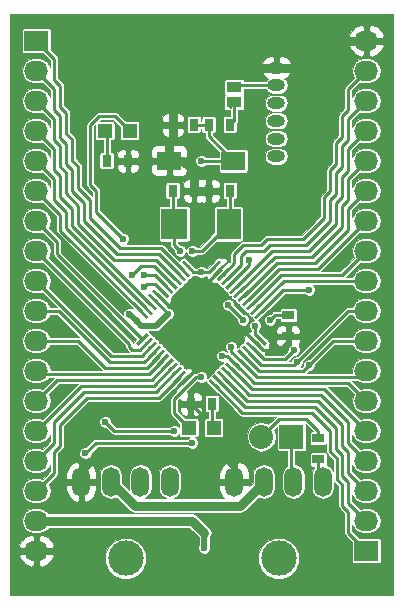
<source format=gbr>
G04 #@! TF.FileFunction,Copper,L1,Top,Signal*
%FSLAX46Y46*%
G04 Gerber Fmt 4.6, Leading zero omitted, Abs format (unit mm)*
G04 Created by KiCad (PCBNEW 4.0.3-stable) date 09/20/16 19:37:07*
%MOMM*%
%LPD*%
G01*
G04 APERTURE LIST*
%ADD10C,0.100000*%
%ADD11R,0.800000X1.000000*%
%ADD12R,1.198880X1.198880*%
%ADD13O,1.500000X2.500000*%
%ADD14C,3.000000*%
%ADD15R,1.000000X0.800000*%
%ADD16R,2.000000X1.600000*%
%ADD17R,2.200000X2.600000*%
%ADD18R,2.000000X2.600000*%
%ADD19R,1.270000X0.965200*%
%ADD20O,1.524000X1.000000*%
%ADD21R,2.032000X1.727200*%
%ADD22O,2.032000X1.727200*%
%ADD23R,2.032000X2.032000*%
%ADD24O,2.032000X2.032000*%
%ADD25C,0.600000*%
%ADD26C,0.250000*%
%ADD27C,0.500000*%
%ADD28C,0.800000*%
%ADD29C,0.026000*%
G04 APERTURE END LIST*
D10*
D11*
X14086000Y-9652000D03*
X15886000Y-9652000D03*
X14086000Y-15240000D03*
X15886000Y-15240000D03*
X18934000Y-15240000D03*
X17134000Y-15240000D03*
D12*
X17559020Y-35306000D03*
X15460980Y-35306000D03*
X8348980Y-10160000D03*
X10447020Y-10160000D03*
D13*
X6350000Y-39878000D03*
X8850000Y-39878000D03*
X11350000Y-39878000D03*
X13850000Y-39878000D03*
D14*
X10100000Y-46378000D03*
D13*
X19304000Y-39878000D03*
X21804000Y-39878000D03*
X24304000Y-39878000D03*
X26804000Y-39878000D03*
D14*
X23054000Y-46378000D03*
D11*
X18934000Y-9652000D03*
X17134000Y-9652000D03*
D15*
X23876000Y-27570000D03*
X23876000Y-25770000D03*
D11*
X17410000Y-33274000D03*
X15610000Y-33274000D03*
X8498000Y-12700000D03*
X10298000Y-12700000D03*
D16*
X19210000Y-12700000D03*
X13810000Y-12700000D03*
D10*
G36*
X14830621Y-21278311D02*
X15007398Y-21101534D01*
X15926637Y-22020773D01*
X15749860Y-22197550D01*
X14830621Y-21278311D01*
X14830621Y-21278311D01*
G37*
G36*
X14477068Y-21631864D02*
X14653845Y-21455087D01*
X15573084Y-22374326D01*
X15396307Y-22551103D01*
X14477068Y-21631864D01*
X14477068Y-21631864D01*
G37*
G36*
X14123514Y-21985418D02*
X14300291Y-21808641D01*
X15219530Y-22727880D01*
X15042753Y-22904657D01*
X14123514Y-21985418D01*
X14123514Y-21985418D01*
G37*
G36*
X13769961Y-22338971D02*
X13946738Y-22162194D01*
X14865977Y-23081433D01*
X14689200Y-23258210D01*
X13769961Y-22338971D01*
X13769961Y-22338971D01*
G37*
G36*
X13416408Y-22692524D02*
X13593185Y-22515747D01*
X14512424Y-23434986D01*
X14335647Y-23611763D01*
X13416408Y-22692524D01*
X13416408Y-22692524D01*
G37*
G36*
X13062854Y-23046078D02*
X13239631Y-22869301D01*
X14158870Y-23788540D01*
X13982093Y-23965317D01*
X13062854Y-23046078D01*
X13062854Y-23046078D01*
G37*
G36*
X12709301Y-23399631D02*
X12886078Y-23222854D01*
X13805317Y-24142093D01*
X13628540Y-24318870D01*
X12709301Y-23399631D01*
X12709301Y-23399631D01*
G37*
G36*
X12355747Y-23753185D02*
X12532524Y-23576408D01*
X13451763Y-24495647D01*
X13274986Y-24672424D01*
X12355747Y-23753185D01*
X12355747Y-23753185D01*
G37*
G36*
X12002194Y-24106738D02*
X12178971Y-23929961D01*
X13098210Y-24849200D01*
X12921433Y-25025977D01*
X12002194Y-24106738D01*
X12002194Y-24106738D01*
G37*
G36*
X11648641Y-24460291D02*
X11825418Y-24283514D01*
X12744657Y-25202753D01*
X12567880Y-25379530D01*
X11648641Y-24460291D01*
X11648641Y-24460291D01*
G37*
G36*
X11295087Y-24813845D02*
X11471864Y-24637068D01*
X12391103Y-25556307D01*
X12214326Y-25733084D01*
X11295087Y-24813845D01*
X11295087Y-24813845D01*
G37*
G36*
X10941534Y-25167398D02*
X11118311Y-24990621D01*
X12037550Y-25909860D01*
X11860773Y-26086637D01*
X10941534Y-25167398D01*
X10941534Y-25167398D01*
G37*
G36*
X11118311Y-28349379D02*
X10941534Y-28172602D01*
X11860773Y-27253363D01*
X12037550Y-27430140D01*
X11118311Y-28349379D01*
X11118311Y-28349379D01*
G37*
G36*
X11471864Y-28702932D02*
X11295087Y-28526155D01*
X12214326Y-27606916D01*
X12391103Y-27783693D01*
X11471864Y-28702932D01*
X11471864Y-28702932D01*
G37*
G36*
X11825418Y-29056486D02*
X11648641Y-28879709D01*
X12567880Y-27960470D01*
X12744657Y-28137247D01*
X11825418Y-29056486D01*
X11825418Y-29056486D01*
G37*
G36*
X12178971Y-29410039D02*
X12002194Y-29233262D01*
X12921433Y-28314023D01*
X13098210Y-28490800D01*
X12178971Y-29410039D01*
X12178971Y-29410039D01*
G37*
G36*
X12532524Y-29763592D02*
X12355747Y-29586815D01*
X13274986Y-28667576D01*
X13451763Y-28844353D01*
X12532524Y-29763592D01*
X12532524Y-29763592D01*
G37*
G36*
X12886078Y-30117146D02*
X12709301Y-29940369D01*
X13628540Y-29021130D01*
X13805317Y-29197907D01*
X12886078Y-30117146D01*
X12886078Y-30117146D01*
G37*
G36*
X13239631Y-30470699D02*
X13062854Y-30293922D01*
X13982093Y-29374683D01*
X14158870Y-29551460D01*
X13239631Y-30470699D01*
X13239631Y-30470699D01*
G37*
G36*
X13593185Y-30824253D02*
X13416408Y-30647476D01*
X14335647Y-29728237D01*
X14512424Y-29905014D01*
X13593185Y-30824253D01*
X13593185Y-30824253D01*
G37*
G36*
X13946738Y-31177806D02*
X13769961Y-31001029D01*
X14689200Y-30081790D01*
X14865977Y-30258567D01*
X13946738Y-31177806D01*
X13946738Y-31177806D01*
G37*
G36*
X14300291Y-31531359D02*
X14123514Y-31354582D01*
X15042753Y-30435343D01*
X15219530Y-30612120D01*
X14300291Y-31531359D01*
X14300291Y-31531359D01*
G37*
G36*
X14653845Y-31884913D02*
X14477068Y-31708136D01*
X15396307Y-30788897D01*
X15573084Y-30965674D01*
X14653845Y-31884913D01*
X14653845Y-31884913D01*
G37*
G36*
X15007398Y-32238466D02*
X14830621Y-32061689D01*
X15749860Y-31142450D01*
X15926637Y-31319227D01*
X15007398Y-32238466D01*
X15007398Y-32238466D01*
G37*
G36*
X17093363Y-31319227D02*
X17270140Y-31142450D01*
X18189379Y-32061689D01*
X18012602Y-32238466D01*
X17093363Y-31319227D01*
X17093363Y-31319227D01*
G37*
G36*
X17446916Y-30965674D02*
X17623693Y-30788897D01*
X18542932Y-31708136D01*
X18366155Y-31884913D01*
X17446916Y-30965674D01*
X17446916Y-30965674D01*
G37*
G36*
X17800470Y-30612120D02*
X17977247Y-30435343D01*
X18896486Y-31354582D01*
X18719709Y-31531359D01*
X17800470Y-30612120D01*
X17800470Y-30612120D01*
G37*
G36*
X18154023Y-30258567D02*
X18330800Y-30081790D01*
X19250039Y-31001029D01*
X19073262Y-31177806D01*
X18154023Y-30258567D01*
X18154023Y-30258567D01*
G37*
G36*
X18507576Y-29905014D02*
X18684353Y-29728237D01*
X19603592Y-30647476D01*
X19426815Y-30824253D01*
X18507576Y-29905014D01*
X18507576Y-29905014D01*
G37*
G36*
X18861130Y-29551460D02*
X19037907Y-29374683D01*
X19957146Y-30293922D01*
X19780369Y-30470699D01*
X18861130Y-29551460D01*
X18861130Y-29551460D01*
G37*
G36*
X19214683Y-29197907D02*
X19391460Y-29021130D01*
X20310699Y-29940369D01*
X20133922Y-30117146D01*
X19214683Y-29197907D01*
X19214683Y-29197907D01*
G37*
G36*
X19568237Y-28844353D02*
X19745014Y-28667576D01*
X20664253Y-29586815D01*
X20487476Y-29763592D01*
X19568237Y-28844353D01*
X19568237Y-28844353D01*
G37*
G36*
X19921790Y-28490800D02*
X20098567Y-28314023D01*
X21017806Y-29233262D01*
X20841029Y-29410039D01*
X19921790Y-28490800D01*
X19921790Y-28490800D01*
G37*
G36*
X20275343Y-28137247D02*
X20452120Y-27960470D01*
X21371359Y-28879709D01*
X21194582Y-29056486D01*
X20275343Y-28137247D01*
X20275343Y-28137247D01*
G37*
G36*
X20628897Y-27783693D02*
X20805674Y-27606916D01*
X21724913Y-28526155D01*
X21548136Y-28702932D01*
X20628897Y-27783693D01*
X20628897Y-27783693D01*
G37*
G36*
X20982450Y-27430140D02*
X21159227Y-27253363D01*
X22078466Y-28172602D01*
X21901689Y-28349379D01*
X20982450Y-27430140D01*
X20982450Y-27430140D01*
G37*
G36*
X21159227Y-26086637D02*
X20982450Y-25909860D01*
X21901689Y-24990621D01*
X22078466Y-25167398D01*
X21159227Y-26086637D01*
X21159227Y-26086637D01*
G37*
G36*
X20805674Y-25733084D02*
X20628897Y-25556307D01*
X21548136Y-24637068D01*
X21724913Y-24813845D01*
X20805674Y-25733084D01*
X20805674Y-25733084D01*
G37*
G36*
X20452120Y-25379530D02*
X20275343Y-25202753D01*
X21194582Y-24283514D01*
X21371359Y-24460291D01*
X20452120Y-25379530D01*
X20452120Y-25379530D01*
G37*
G36*
X20098567Y-25025977D02*
X19921790Y-24849200D01*
X20841029Y-23929961D01*
X21017806Y-24106738D01*
X20098567Y-25025977D01*
X20098567Y-25025977D01*
G37*
G36*
X19745014Y-24672424D02*
X19568237Y-24495647D01*
X20487476Y-23576408D01*
X20664253Y-23753185D01*
X19745014Y-24672424D01*
X19745014Y-24672424D01*
G37*
G36*
X19391460Y-24318870D02*
X19214683Y-24142093D01*
X20133922Y-23222854D01*
X20310699Y-23399631D01*
X19391460Y-24318870D01*
X19391460Y-24318870D01*
G37*
G36*
X19037907Y-23965317D02*
X18861130Y-23788540D01*
X19780369Y-22869301D01*
X19957146Y-23046078D01*
X19037907Y-23965317D01*
X19037907Y-23965317D01*
G37*
G36*
X18684353Y-23611763D02*
X18507576Y-23434986D01*
X19426815Y-22515747D01*
X19603592Y-22692524D01*
X18684353Y-23611763D01*
X18684353Y-23611763D01*
G37*
G36*
X18330800Y-23258210D02*
X18154023Y-23081433D01*
X19073262Y-22162194D01*
X19250039Y-22338971D01*
X18330800Y-23258210D01*
X18330800Y-23258210D01*
G37*
G36*
X17977247Y-22904657D02*
X17800470Y-22727880D01*
X18719709Y-21808641D01*
X18896486Y-21985418D01*
X17977247Y-22904657D01*
X17977247Y-22904657D01*
G37*
G36*
X17623693Y-22551103D02*
X17446916Y-22374326D01*
X18366155Y-21455087D01*
X18542932Y-21631864D01*
X17623693Y-22551103D01*
X17623693Y-22551103D01*
G37*
G36*
X17270140Y-22197550D02*
X17093363Y-22020773D01*
X18012602Y-21101534D01*
X18189379Y-21278311D01*
X17270140Y-22197550D01*
X17270140Y-22197550D01*
G37*
D17*
X14210000Y-18034000D03*
D18*
X18810000Y-18034000D03*
D19*
X19304000Y-7747000D03*
X19304000Y-6477000D03*
D20*
X22860000Y-4826000D03*
X22860000Y-6326000D03*
X22860000Y-7826000D03*
X22860000Y-9326000D03*
X22860000Y-10826000D03*
X22860000Y-12326000D03*
D21*
X2540000Y-2540000D03*
D22*
X2540000Y-5080000D03*
X2540000Y-7620000D03*
X2540000Y-10160000D03*
X2540000Y-12700000D03*
X2540000Y-15240000D03*
X2540000Y-17780000D03*
X2540000Y-20320000D03*
X2540000Y-22860000D03*
X2540000Y-25400000D03*
X2540000Y-27940000D03*
X2540000Y-30480000D03*
X2540000Y-33020000D03*
X2540000Y-35560000D03*
X2540000Y-38100000D03*
X2540000Y-40640000D03*
X2540000Y-43180000D03*
X2540000Y-45720000D03*
D21*
X30480000Y-45720000D03*
D22*
X30480000Y-43180000D03*
X30480000Y-40640000D03*
X30480000Y-38100000D03*
X30480000Y-35560000D03*
X30480000Y-33020000D03*
X30480000Y-30480000D03*
X30480000Y-27940000D03*
X30480000Y-25400000D03*
X30480000Y-22860000D03*
X30480000Y-20320000D03*
X30480000Y-17780000D03*
X30480000Y-15240000D03*
X30480000Y-12700000D03*
X30480000Y-10160000D03*
X30480000Y-7620000D03*
X30480000Y-5080000D03*
X30480000Y-2540000D03*
D23*
X24130000Y-36068000D03*
D24*
X21590000Y-36068000D03*
D15*
X26416000Y-37984000D03*
X26416000Y-36184000D03*
D25*
X15610000Y-33274000D03*
X16764000Y-17526000D03*
X13462000Y-33528000D03*
X11684000Y-23368000D03*
X16510000Y-12700000D03*
X10668000Y-22352000D03*
X14732000Y-20320000D03*
X15748000Y-20320000D03*
X11684000Y-22352000D03*
X16764000Y-45466000D03*
X10414000Y-25654000D03*
X11049000Y-26289000D03*
X18934000Y-9652000D03*
X16764000Y-44196000D03*
X16510000Y-22098000D03*
X13716000Y-25654000D03*
X21082000Y-26670000D03*
X16510000Y-30988000D03*
X9906000Y-19304000D03*
X20574000Y-21082000D03*
X18796000Y-24892000D03*
X20066000Y-26162000D03*
X22352000Y-26162000D03*
X18288000Y-29210000D03*
X19050000Y-28448000D03*
X25654000Y-29972000D03*
X14224000Y-35560000D03*
X8382000Y-34798000D03*
X6698000Y-37465000D03*
X24638000Y-29718000D03*
X15748000Y-36576000D03*
X24384000Y-28702000D03*
X25654000Y-23622000D03*
D26*
X15610000Y-33274000D02*
X16510000Y-34174000D01*
X16510000Y-34174000D02*
X16510000Y-37846000D01*
D27*
X6350000Y-39878000D02*
X6350000Y-39116000D01*
X6350000Y-39116000D02*
X7620000Y-37846000D01*
X7620000Y-37846000D02*
X16510000Y-37846000D01*
X19304000Y-38608000D02*
X19304000Y-39878000D01*
X16510000Y-37846000D02*
X18542000Y-37846000D01*
X18542000Y-37846000D02*
X19304000Y-38608000D01*
D28*
X15886000Y-15240000D02*
X17134000Y-15240000D01*
X15886000Y-15240000D02*
X15886000Y-13600000D01*
X14986000Y-12700000D02*
X13810000Y-12700000D01*
X15886000Y-13600000D02*
X14986000Y-12700000D01*
X14086000Y-9652000D02*
X14086000Y-8012000D01*
X15494000Y-6604000D02*
X17134000Y-6604000D01*
X14086000Y-8012000D02*
X15494000Y-6604000D01*
X14086000Y-9652000D02*
X14086000Y-10806000D01*
X13810000Y-11082000D02*
X13810000Y-12700000D01*
X14086000Y-10806000D02*
X13810000Y-11082000D01*
X30480000Y-2540000D02*
X27686000Y-2540000D01*
X27686000Y-2540000D02*
X25400000Y-4826000D01*
D27*
X16764000Y-17526000D02*
X17134000Y-17156000D01*
X17134000Y-17156000D02*
X17134000Y-15240000D01*
D26*
X15106019Y-24892000D02*
X16697010Y-23301009D01*
X17205010Y-22793009D02*
X17994924Y-22003095D01*
X16697010Y-23301009D02*
X17205010Y-22793009D01*
X15025076Y-31336905D02*
X13462000Y-32899981D01*
X13462000Y-32899981D02*
X13462000Y-33528000D01*
X21176905Y-28154924D02*
X21723981Y-28702000D01*
X23114000Y-28702000D02*
X23876000Y-27940000D01*
X21723981Y-28702000D02*
X23114000Y-28702000D01*
X23876000Y-27940000D02*
X23876000Y-27570000D01*
X13810000Y-12700000D02*
X10298000Y-12700000D01*
D28*
X22860000Y-4826000D02*
X25400000Y-4826000D01*
X17134000Y-6604000D02*
X18912000Y-4826000D01*
X18912000Y-4826000D02*
X22860000Y-4826000D01*
D26*
X15106019Y-24892000D02*
X16002000Y-24892000D01*
X16002000Y-24892000D02*
X18288000Y-27178000D01*
X18288000Y-27178000D02*
X19183981Y-27178000D01*
X15025076Y-31336905D02*
X19183981Y-27178000D01*
X20199981Y-27178000D02*
X21176905Y-28154924D01*
X19183981Y-27178000D02*
X20199981Y-27178000D01*
X12903755Y-24124416D02*
X13671339Y-24892000D01*
X13671339Y-24892000D02*
X15106019Y-24892000D01*
X15610000Y-33274000D02*
X15460980Y-33423020D01*
X13257309Y-23770862D02*
X12600447Y-23114000D01*
X12600447Y-23114000D02*
X11938000Y-23114000D01*
X11938000Y-23114000D02*
X11684000Y-23368000D01*
X16510000Y-12700000D02*
X19210000Y-12700000D01*
X17134000Y-9652000D02*
X17134000Y-10624000D01*
X17134000Y-10624000D02*
X19210000Y-12700000D01*
X15886000Y-9652000D02*
X17134000Y-9652000D01*
D28*
X8850000Y-39878000D02*
X10882000Y-41910000D01*
X19772000Y-41910000D02*
X21804000Y-39878000D01*
X10882000Y-41910000D02*
X19772000Y-41910000D01*
D26*
X12446000Y-21590000D02*
X11430000Y-21590000D01*
X11430000Y-21590000D02*
X10668000Y-22352000D01*
X12490661Y-21590000D02*
X12446000Y-21590000D01*
X13964416Y-23063755D02*
X12490661Y-21590000D01*
X14210000Y-19798000D02*
X14210000Y-18034000D01*
X14732000Y-20320000D02*
X14210000Y-19798000D01*
X14086000Y-15240000D02*
X14086000Y-17910000D01*
X14086000Y-17910000D02*
X14210000Y-18034000D01*
X18810000Y-18034000D02*
X16524000Y-20320000D01*
X16524000Y-20320000D02*
X15748000Y-20320000D01*
X13610862Y-23417309D02*
X12545553Y-22352000D01*
X12545553Y-22352000D02*
X11684000Y-22352000D01*
X18934000Y-15240000D02*
X18934000Y-17910000D01*
X18934000Y-17910000D02*
X18810000Y-18034000D01*
D27*
X16764000Y-44196000D02*
X16764000Y-45466000D01*
X10414000Y-25654000D02*
X11049000Y-26289000D01*
X12700000Y-26670000D02*
X13716000Y-25654000D01*
X11430000Y-26670000D02*
X12700000Y-26670000D01*
X11049000Y-26289000D02*
X11430000Y-26670000D01*
D26*
X19304000Y-9282000D02*
X18934000Y-9652000D01*
X19304000Y-7747000D02*
X19304000Y-9282000D01*
X19304000Y-7747000D02*
X18934000Y-8117000D01*
X15378629Y-21649542D02*
X15827087Y-22098000D01*
X15827087Y-22098000D02*
X16510000Y-22098000D01*
X15460980Y-35306000D02*
X14224000Y-34069020D01*
X14224000Y-32845087D02*
X15378629Y-31690458D01*
X14224000Y-34069020D02*
X14224000Y-32845087D01*
D28*
X2540000Y-43180000D02*
X15748000Y-43180000D01*
X15748000Y-43180000D02*
X16764000Y-44196000D01*
D26*
X12550202Y-24477969D02*
X13716000Y-25643767D01*
X13716000Y-25643767D02*
X13716000Y-25654000D01*
X16510000Y-22098000D02*
X17192913Y-22098000D01*
X17641371Y-21649542D02*
X17192913Y-22098000D01*
X21082000Y-27352913D02*
X21082000Y-26670000D01*
X21530458Y-27801371D02*
X21082000Y-27352913D01*
X15378629Y-31690458D02*
X16081087Y-30988000D01*
X16081087Y-30988000D02*
X16510000Y-30988000D01*
X17410000Y-33274000D02*
X17410000Y-35156980D01*
X17410000Y-35156980D02*
X17559020Y-35306000D01*
X8498000Y-12700000D02*
X8498000Y-10309020D01*
X8498000Y-10309020D02*
X8348980Y-10160000D01*
X7112000Y-14732000D02*
X7620000Y-15240000D01*
X7620000Y-15240000D02*
X7620000Y-17018000D01*
X7112000Y-14732000D02*
X7112000Y-9652000D01*
X7112000Y-9652000D02*
X7874000Y-8890000D01*
X9906000Y-19304000D02*
X7620000Y-17018000D01*
X10447020Y-10160000D02*
X9177020Y-8890000D01*
X9177020Y-8890000D02*
X7874000Y-8890000D01*
X2540000Y-30480000D02*
X2794000Y-30734000D01*
X2794000Y-30734000D02*
X12092447Y-30734000D01*
X12092447Y-30734000D02*
X13257309Y-29569138D01*
X2540000Y-30480000D02*
X2794000Y-30226000D01*
X24130000Y-36068000D02*
X24130000Y-39704000D01*
X24130000Y-39704000D02*
X24304000Y-39878000D01*
X26416000Y-37984000D02*
X26416000Y-39490000D01*
X26416000Y-39490000D02*
X26804000Y-39878000D01*
X23876000Y-25770000D02*
X22744000Y-25770000D01*
X20574000Y-21545339D02*
X20574000Y-21082000D01*
X18796000Y-24892000D02*
X20066000Y-26162000D01*
X20574000Y-21545339D02*
X19055584Y-23063755D01*
X22744000Y-25770000D02*
X22352000Y-26162000D01*
X19409138Y-29922691D02*
X18696447Y-29210000D01*
X18696447Y-29210000D02*
X18288000Y-29210000D01*
X19409138Y-29922691D02*
X20982447Y-31496000D01*
X28956000Y-31496000D02*
X30480000Y-33020000D01*
X20982447Y-31496000D02*
X28956000Y-31496000D01*
X19762691Y-29569138D02*
X21181553Y-30988000D01*
X21181553Y-30988000D02*
X29972000Y-30988000D01*
X29972000Y-30988000D02*
X30480000Y-30480000D01*
X19762691Y-29569138D02*
X19050000Y-28856447D01*
X19050000Y-28856447D02*
X19050000Y-28448000D01*
X30226000Y-30226000D02*
X30480000Y-30480000D01*
X9144000Y-35560000D02*
X14224000Y-35560000D01*
X8382000Y-34798000D02*
X9144000Y-35560000D01*
X20116245Y-29215584D02*
X21380661Y-30480000D01*
X27686000Y-27940000D02*
X30480000Y-27940000D01*
X25146000Y-30480000D02*
X25400000Y-30226000D01*
X25400000Y-30226000D02*
X25654000Y-29972000D01*
X25654000Y-29972000D02*
X27686000Y-27940000D01*
X21380661Y-30480000D02*
X25146000Y-30480000D01*
X7587000Y-36576000D02*
X15748000Y-36576000D01*
X7587000Y-36576000D02*
X6698000Y-37465000D01*
X20469798Y-28862031D02*
X21579767Y-29972000D01*
X28956000Y-25400000D02*
X30480000Y-25400000D01*
X24384000Y-29972000D02*
X24638000Y-29718000D01*
X24638000Y-29718000D02*
X28956000Y-25400000D01*
X21579767Y-29972000D02*
X24384000Y-29972000D01*
X20823351Y-28508478D02*
X21778873Y-29464000D01*
X23622000Y-29464000D02*
X24384000Y-28702000D01*
X21778873Y-29464000D02*
X23622000Y-29464000D01*
X21530458Y-25538629D02*
X23447087Y-23622000D01*
X23447087Y-23622000D02*
X25654000Y-23622000D01*
X21530458Y-25538629D02*
X21923087Y-25146000D01*
X2540000Y-2540000D02*
X4064000Y-4064000D01*
X13087981Y-20066000D02*
X15025076Y-22003095D01*
X9652000Y-20066000D02*
X13087981Y-20066000D01*
X7112000Y-17526000D02*
X9652000Y-20066000D01*
X7112000Y-16002000D02*
X7112000Y-17526000D01*
X6096000Y-14986000D02*
X7112000Y-16002000D01*
X6096000Y-13208000D02*
X6096000Y-14986000D01*
X5530002Y-12642002D02*
X6096000Y-13208000D01*
X5530002Y-10864002D02*
X5530002Y-12642002D01*
X5080000Y-10414000D02*
X5530002Y-10864002D01*
X5080000Y-8636000D02*
X5080000Y-10414000D01*
X4572000Y-8128000D02*
X5080000Y-8636000D01*
X4572000Y-6350000D02*
X4572000Y-8128000D01*
X4064000Y-5842000D02*
X4572000Y-6350000D01*
X4064000Y-4064000D02*
X4064000Y-5842000D01*
X14671522Y-22356649D02*
X12888873Y-20574000D01*
X4064000Y-6604000D02*
X2540000Y-5080000D01*
X4064000Y-8382000D02*
X4064000Y-6604000D01*
X4572000Y-8890000D02*
X4064000Y-8382000D01*
X4572000Y-10793602D02*
X4572000Y-8890000D01*
X5080000Y-11301602D02*
X4572000Y-10793602D01*
X5080000Y-13011998D02*
X5080000Y-11301602D01*
X5588000Y-13519998D02*
X5080000Y-13011998D01*
X5588000Y-15240000D02*
X5588000Y-13519998D01*
X6604000Y-16256000D02*
X5588000Y-15240000D01*
X6604000Y-17780000D02*
X6604000Y-16256000D01*
X9398000Y-20574000D02*
X6604000Y-17780000D01*
X12888873Y-20574000D02*
X9398000Y-20574000D01*
X2540000Y-7620000D02*
X4064000Y-9144000D01*
X12689767Y-21082000D02*
X14317969Y-22710202D01*
X9144000Y-21082000D02*
X12689767Y-21082000D01*
X6096000Y-18034000D02*
X9144000Y-21082000D01*
X6096000Y-16510000D02*
X6096000Y-18034000D01*
X5022002Y-15436002D02*
X6096000Y-16510000D01*
X5022002Y-13658002D02*
X5022002Y-15436002D01*
X4572000Y-13208000D02*
X5022002Y-13658002D01*
X4572000Y-11430000D02*
X4572000Y-13208000D01*
X4064000Y-10922000D02*
X4572000Y-11430000D01*
X4064000Y-9144000D02*
X4064000Y-10922000D01*
X12196649Y-24831522D02*
X5588000Y-18222873D01*
X4064000Y-11684000D02*
X2540000Y-10160000D01*
X4064000Y-13462000D02*
X4064000Y-11684000D01*
X4572000Y-13970000D02*
X4064000Y-13462000D01*
X4572000Y-15748000D02*
X4572000Y-13970000D01*
X5588000Y-16764000D02*
X4572000Y-15748000D01*
X5588000Y-18222873D02*
X5588000Y-16764000D01*
X11843095Y-25185076D02*
X5080000Y-18421981D01*
X4064000Y-14224000D02*
X2540000Y-12700000D01*
X4064000Y-16002000D02*
X4064000Y-14224000D01*
X5080000Y-17018000D02*
X4064000Y-16002000D01*
X5080000Y-18421981D02*
X5080000Y-17018000D01*
X11489542Y-25538629D02*
X4572000Y-18621087D01*
X4572000Y-17272000D02*
X2540000Y-15240000D01*
X4572000Y-18621087D02*
X4572000Y-17272000D01*
X11096913Y-25146000D02*
X11489542Y-25538629D01*
X11489542Y-25538629D02*
X11350913Y-25400000D01*
X2540000Y-40640000D02*
X4064000Y-39116000D01*
X12888873Y-32766000D02*
X14671522Y-30983351D01*
X6858000Y-32766000D02*
X12888873Y-32766000D01*
X4572000Y-35052000D02*
X6858000Y-32766000D01*
X4572000Y-36830000D02*
X4572000Y-35052000D01*
X4064000Y-37338000D02*
X4572000Y-36830000D01*
X4064000Y-39116000D02*
X4064000Y-37338000D01*
X14317969Y-30629798D02*
X12689767Y-32258000D01*
X4064000Y-36576000D02*
X2540000Y-38100000D01*
X4064000Y-34798000D02*
X4064000Y-36576000D01*
X6604000Y-32258000D02*
X4064000Y-34798000D01*
X12689767Y-32258000D02*
X6604000Y-32258000D01*
X2540000Y-35560000D02*
X6350000Y-31750000D01*
X12490661Y-31750000D02*
X13964416Y-30276245D01*
X6350000Y-31750000D02*
X12490661Y-31750000D01*
X13610862Y-29922691D02*
X12291553Y-31242000D01*
X4318000Y-31242000D02*
X2540000Y-33020000D01*
X12291553Y-31242000D02*
X4318000Y-31242000D01*
X12903755Y-29215584D02*
X11893339Y-30226000D01*
X6096000Y-27940000D02*
X2540000Y-27940000D01*
X8382000Y-30226000D02*
X6096000Y-27940000D01*
X11893339Y-30226000D02*
X8382000Y-30226000D01*
X2540000Y-25400000D02*
X4443602Y-25400000D01*
X11694233Y-29718000D02*
X12550202Y-28862031D01*
X8761602Y-29718000D02*
X11694233Y-29718000D01*
X4443602Y-25400000D02*
X8761602Y-29718000D01*
X12196649Y-28508478D02*
X11495127Y-29210000D01*
X8890000Y-29210000D02*
X2540000Y-22860000D01*
X10414000Y-29210000D02*
X8890000Y-29210000D01*
X11495127Y-29210000D02*
X10414000Y-29210000D01*
X2540000Y-20320000D02*
X10414000Y-28194000D01*
X10414000Y-28194000D02*
X10414000Y-28448000D01*
X11843095Y-28154924D02*
X11296019Y-28702000D01*
X10668000Y-28702000D02*
X10414000Y-28448000D01*
X11296019Y-28702000D02*
X10668000Y-28702000D01*
X11489542Y-27801371D02*
X4318000Y-20629829D01*
X4318000Y-19558000D02*
X2540000Y-17780000D01*
X4318000Y-20629829D02*
X4318000Y-19558000D01*
X11489542Y-27801371D02*
X11350913Y-27940000D01*
X17641371Y-31690458D02*
X19986913Y-34036000D01*
X28956000Y-44196000D02*
X30480000Y-45720000D01*
X28956000Y-42418000D02*
X28956000Y-44196000D01*
X28448000Y-41910000D02*
X28956000Y-42418000D01*
X28448000Y-40132000D02*
X28448000Y-41910000D01*
X27997998Y-39681998D02*
X28448000Y-40132000D01*
X27997998Y-37903998D02*
X27997998Y-39681998D01*
X27432000Y-37338000D02*
X27997998Y-37903998D01*
X27432000Y-35560000D02*
X27432000Y-37338000D01*
X25908000Y-34036000D02*
X27432000Y-35560000D01*
X19986913Y-34036000D02*
X25908000Y-34036000D01*
X17994924Y-31336905D02*
X20186019Y-33528000D01*
X28956000Y-41656000D02*
X30480000Y-43180000D01*
X28956000Y-39878000D02*
X28956000Y-41656000D01*
X28448000Y-39370000D02*
X28956000Y-39878000D01*
X28448000Y-37592000D02*
X28448000Y-39370000D01*
X27940000Y-37084000D02*
X28448000Y-37592000D01*
X27940000Y-35306000D02*
X27940000Y-37084000D01*
X26162000Y-33528000D02*
X27940000Y-35306000D01*
X20186019Y-33528000D02*
X26162000Y-33528000D01*
X18348478Y-30983351D02*
X20385127Y-33020000D01*
X28956000Y-39116000D02*
X30480000Y-40640000D01*
X28956000Y-37338000D02*
X28956000Y-39116000D01*
X28448000Y-36830000D02*
X28956000Y-37338000D01*
X28448000Y-35052000D02*
X28448000Y-36830000D01*
X26416000Y-33020000D02*
X28448000Y-35052000D01*
X20385127Y-33020000D02*
X26416000Y-33020000D01*
X18702031Y-30629798D02*
X20584233Y-32512000D01*
X28956000Y-36576000D02*
X30480000Y-38100000D01*
X28956000Y-34798000D02*
X28956000Y-36576000D01*
X26670000Y-32512000D02*
X28956000Y-34798000D01*
X20584233Y-32512000D02*
X26670000Y-32512000D01*
X30480000Y-35560000D02*
X26924000Y-32004000D01*
X19055584Y-30276245D02*
X20783339Y-32004000D01*
X20783339Y-32004000D02*
X26924000Y-32004000D01*
X21176905Y-25185076D02*
X23501981Y-22860000D01*
X23501981Y-22860000D02*
X30480000Y-22860000D01*
X30480000Y-20320000D02*
X28390002Y-22409998D01*
X28390002Y-22409998D02*
X27882002Y-22409998D01*
X20823351Y-24831522D02*
X23244875Y-22409998D01*
X23244875Y-22409998D02*
X27882002Y-22409998D01*
X30480000Y-17780000D02*
X26416000Y-21844000D01*
X20469798Y-24477969D02*
X23103767Y-21844000D01*
X23103767Y-21844000D02*
X26416000Y-21844000D01*
X28956000Y-18542000D02*
X26162000Y-21336000D01*
X20116245Y-24124416D02*
X22904661Y-21336000D01*
X22904661Y-21336000D02*
X26162000Y-21336000D01*
X28956000Y-16764000D02*
X30480000Y-15240000D01*
X28956000Y-18542000D02*
X28956000Y-16764000D01*
X19762691Y-23770862D02*
X22705553Y-20828000D01*
X28956000Y-14224000D02*
X30480000Y-12700000D01*
X28956000Y-16002000D02*
X28956000Y-14224000D01*
X28448000Y-16510000D02*
X28956000Y-16002000D01*
X28448000Y-18288000D02*
X28448000Y-16510000D01*
X25908000Y-20828000D02*
X28448000Y-18288000D01*
X22705553Y-20828000D02*
X25908000Y-20828000D01*
X19409138Y-23417309D02*
X22506447Y-20320000D01*
X28956000Y-11684000D02*
X30480000Y-10160000D01*
X28956000Y-13587602D02*
X28956000Y-11684000D01*
X28448000Y-14095602D02*
X28956000Y-13587602D01*
X28448000Y-15748000D02*
X28448000Y-14095602D01*
X27940000Y-16256000D02*
X28448000Y-15748000D01*
X27940000Y-18034000D02*
X27940000Y-16256000D01*
X25654000Y-20320000D02*
X27940000Y-18034000D01*
X22506447Y-20320000D02*
X25654000Y-20320000D01*
X20320000Y-20320000D02*
X21844000Y-20320000D01*
X21844000Y-20320000D02*
X22352000Y-19812000D01*
X22352000Y-19812000D02*
X25400000Y-19812000D01*
X25400000Y-19812000D02*
X27432000Y-17780000D01*
X27432000Y-17780000D02*
X27432000Y-16002000D01*
X27432000Y-16002000D02*
X27940000Y-15494000D01*
X27940000Y-15494000D02*
X27940000Y-13716000D01*
X27940000Y-13716000D02*
X28448000Y-13208000D01*
X28448000Y-13208000D02*
X28448000Y-11430000D01*
X28448000Y-11430000D02*
X28956000Y-10922000D01*
X28956000Y-10922000D02*
X28956000Y-9144000D01*
X28956000Y-9144000D02*
X30480000Y-7620000D01*
X18702031Y-22710202D02*
X19876199Y-21536034D01*
X19876199Y-20763801D02*
X20320000Y-20320000D01*
X19876199Y-21536034D02*
X19876199Y-20763801D01*
X20066000Y-19812000D02*
X21590000Y-19812000D01*
X21590000Y-19812000D02*
X22098000Y-19304000D01*
X18348478Y-22356649D02*
X19304000Y-21401127D01*
X19304000Y-20574000D02*
X20066000Y-19812000D01*
X19304000Y-21401127D02*
X19304000Y-20574000D01*
X28956000Y-6604000D02*
X30480000Y-5080000D01*
X28956000Y-8382000D02*
X28956000Y-6604000D01*
X28448000Y-8890000D02*
X28956000Y-8382000D01*
X28448000Y-10668000D02*
X28448000Y-8890000D01*
X27940000Y-11176000D02*
X28448000Y-10668000D01*
X27940000Y-12954000D02*
X27940000Y-11176000D01*
X27432000Y-13462000D02*
X27940000Y-12954000D01*
X27432000Y-15297998D02*
X27432000Y-13462000D01*
X26924000Y-15805998D02*
X27432000Y-15297998D01*
X26924000Y-17526000D02*
X26924000Y-15805998D01*
X25146000Y-19304000D02*
X26924000Y-17526000D01*
X22098000Y-19304000D02*
X25146000Y-19304000D01*
X19304000Y-6477000D02*
X19455000Y-6326000D01*
X19455000Y-6326000D02*
X22860000Y-6326000D01*
X21590000Y-36068000D02*
X23114000Y-34544000D01*
X23114000Y-34544000D02*
X25400000Y-34544000D01*
X25400000Y-34544000D02*
X26416000Y-35560000D01*
X26416000Y-35560000D02*
X26416000Y-36184000D01*
D29*
G36*
X32732000Y-49496000D02*
X288000Y-49496000D01*
X288000Y-46171326D01*
X1078622Y-46171326D01*
X1221607Y-46457627D01*
X1592641Y-46847685D01*
X2084700Y-47066063D01*
X2299000Y-46966625D01*
X2299000Y-45961000D01*
X2781000Y-45961000D01*
X2781000Y-46966625D01*
X2995300Y-47066063D01*
X3487359Y-46847685D01*
X3611440Y-46717242D01*
X8386703Y-46717242D01*
X8646942Y-47347069D01*
X9128396Y-47829364D01*
X9757768Y-48090702D01*
X10439242Y-48091297D01*
X11069069Y-47831058D01*
X11551364Y-47349604D01*
X11812702Y-46720232D01*
X11812704Y-46717242D01*
X21340703Y-46717242D01*
X21600942Y-47347069D01*
X22082396Y-47829364D01*
X22711768Y-48090702D01*
X23393242Y-48091297D01*
X24023069Y-47831058D01*
X24505364Y-47349604D01*
X24766702Y-46720232D01*
X24767297Y-46038758D01*
X24507058Y-45408931D01*
X24025604Y-44926636D01*
X23396232Y-44665298D01*
X22714758Y-44664703D01*
X22084931Y-44924942D01*
X21602636Y-45406396D01*
X21341298Y-46035768D01*
X21340703Y-46717242D01*
X11812704Y-46717242D01*
X11813297Y-46038758D01*
X11553058Y-45408931D01*
X11071604Y-44926636D01*
X10442232Y-44665298D01*
X9760758Y-44664703D01*
X9130931Y-44924942D01*
X8648636Y-45406396D01*
X8387298Y-46035768D01*
X8386703Y-46717242D01*
X3611440Y-46717242D01*
X3858393Y-46457627D01*
X4001378Y-46171326D01*
X3923380Y-45961000D01*
X2781000Y-45961000D01*
X2299000Y-45961000D01*
X1156620Y-45961000D01*
X1078622Y-46171326D01*
X288000Y-46171326D01*
X288000Y-45268674D01*
X1078622Y-45268674D01*
X1156620Y-45479000D01*
X2299000Y-45479000D01*
X2299000Y-44473375D01*
X2781000Y-44473375D01*
X2781000Y-45479000D01*
X3923380Y-45479000D01*
X4001378Y-45268674D01*
X3858393Y-44982373D01*
X3487359Y-44592315D01*
X2995300Y-44373937D01*
X2781000Y-44473375D01*
X2299000Y-44473375D01*
X2084700Y-44373937D01*
X1592641Y-44592315D01*
X1221607Y-44982373D01*
X1078622Y-45268674D01*
X288000Y-45268674D01*
X288000Y-43180000D01*
X1286922Y-43180000D01*
X1368873Y-43591997D01*
X1602251Y-43941271D01*
X1951525Y-44174649D01*
X2363522Y-44256600D01*
X2716478Y-44256600D01*
X3128475Y-44174649D01*
X3477749Y-43941271D01*
X3576821Y-43793000D01*
X15494088Y-43793000D01*
X16301000Y-44599912D01*
X16301000Y-45243314D01*
X16251090Y-45363510D01*
X16250911Y-45567594D01*
X16328846Y-45756211D01*
X16473030Y-45900646D01*
X16661510Y-45978910D01*
X16865594Y-45979089D01*
X17054211Y-45901154D01*
X17198646Y-45756970D01*
X17276910Y-45568490D01*
X17277089Y-45364406D01*
X17227000Y-45243181D01*
X17227000Y-44585240D01*
X17330338Y-44430585D01*
X17376999Y-44196000D01*
X17330338Y-43961415D01*
X17197456Y-43762544D01*
X16181456Y-42746544D01*
X15982585Y-42613662D01*
X15748000Y-42567000D01*
X3576821Y-42567000D01*
X3477749Y-42418729D01*
X3128475Y-42185351D01*
X2716478Y-42103400D01*
X2363522Y-42103400D01*
X1951525Y-42185351D01*
X1602251Y-42418729D01*
X1368873Y-42768003D01*
X1286922Y-43180000D01*
X288000Y-43180000D01*
X288000Y-5080000D01*
X1286922Y-5080000D01*
X1368873Y-5491997D01*
X1602251Y-5841271D01*
X1951525Y-6074649D01*
X2363522Y-6156600D01*
X2716478Y-6156600D01*
X3068562Y-6086566D01*
X3726000Y-6744004D01*
X3726000Y-7282775D01*
X3711127Y-7208003D01*
X3477749Y-6858729D01*
X3128475Y-6625351D01*
X2716478Y-6543400D01*
X2363522Y-6543400D01*
X1951525Y-6625351D01*
X1602251Y-6858729D01*
X1368873Y-7208003D01*
X1286922Y-7620000D01*
X1368873Y-8031997D01*
X1602251Y-8381271D01*
X1951525Y-8614649D01*
X2363522Y-8696600D01*
X2716478Y-8696600D01*
X3068562Y-8626566D01*
X3726000Y-9284004D01*
X3726000Y-9822775D01*
X3711127Y-9748003D01*
X3477749Y-9398729D01*
X3128475Y-9165351D01*
X2716478Y-9083400D01*
X2363522Y-9083400D01*
X1951525Y-9165351D01*
X1602251Y-9398729D01*
X1368873Y-9748003D01*
X1286922Y-10160000D01*
X1368873Y-10571997D01*
X1602251Y-10921271D01*
X1951525Y-11154649D01*
X2363522Y-11236600D01*
X2716478Y-11236600D01*
X3068562Y-11166566D01*
X3726000Y-11824004D01*
X3726000Y-12362775D01*
X3711127Y-12288003D01*
X3477749Y-11938729D01*
X3128475Y-11705351D01*
X2716478Y-11623400D01*
X2363522Y-11623400D01*
X1951525Y-11705351D01*
X1602251Y-11938729D01*
X1368873Y-12288003D01*
X1286922Y-12700000D01*
X1368873Y-13111997D01*
X1602251Y-13461271D01*
X1951525Y-13694649D01*
X2363522Y-13776600D01*
X2716478Y-13776600D01*
X3068562Y-13706566D01*
X3726000Y-14364004D01*
X3726000Y-14902775D01*
X3711127Y-14828003D01*
X3477749Y-14478729D01*
X3128475Y-14245351D01*
X2716478Y-14163400D01*
X2363522Y-14163400D01*
X1951525Y-14245351D01*
X1602251Y-14478729D01*
X1368873Y-14828003D01*
X1286922Y-15240000D01*
X1368873Y-15651997D01*
X1602251Y-16001271D01*
X1951525Y-16234649D01*
X2363522Y-16316600D01*
X2716478Y-16316600D01*
X3068562Y-16246566D01*
X4234000Y-17412004D01*
X4234000Y-18621087D01*
X4259729Y-18750434D01*
X4332998Y-18860089D01*
X10683240Y-25210331D01*
X10516490Y-25141090D01*
X10312406Y-25140911D01*
X10123789Y-25218846D01*
X9979354Y-25363030D01*
X9901090Y-25551510D01*
X9900929Y-25734754D01*
X4656000Y-20489825D01*
X4656000Y-19558000D01*
X4630271Y-19428653D01*
X4557002Y-19318998D01*
X3598524Y-18360520D01*
X3711127Y-18191997D01*
X3793078Y-17780000D01*
X3711127Y-17368003D01*
X3477749Y-17018729D01*
X3128475Y-16785351D01*
X2716478Y-16703400D01*
X2363522Y-16703400D01*
X1951525Y-16785351D01*
X1602251Y-17018729D01*
X1368873Y-17368003D01*
X1286922Y-17780000D01*
X1368873Y-18191997D01*
X1602251Y-18541271D01*
X1951525Y-18774649D01*
X2363522Y-18856600D01*
X2716478Y-18856600D01*
X3068562Y-18786566D01*
X3980000Y-19698004D01*
X3980000Y-20629829D01*
X4005729Y-20759176D01*
X4078998Y-20868831D01*
X11008588Y-27798421D01*
X10787970Y-28019038D01*
X10742658Y-28085354D01*
X10736258Y-28114859D01*
X10726271Y-28064653D01*
X10653002Y-27954998D01*
X3598524Y-20900520D01*
X3711127Y-20731997D01*
X3793078Y-20320000D01*
X3711127Y-19908003D01*
X3477749Y-19558729D01*
X3128475Y-19325351D01*
X2716478Y-19243400D01*
X2363522Y-19243400D01*
X1951525Y-19325351D01*
X1602251Y-19558729D01*
X1368873Y-19908003D01*
X1286922Y-20320000D01*
X1368873Y-20731997D01*
X1602251Y-21081271D01*
X1951525Y-21314649D01*
X2363522Y-21396600D01*
X2716478Y-21396600D01*
X3068562Y-21326566D01*
X10076000Y-28334004D01*
X10076000Y-28448000D01*
X10101729Y-28577347D01*
X10174998Y-28687002D01*
X10359996Y-28872000D01*
X9030004Y-28872000D01*
X3598524Y-23440520D01*
X3711127Y-23271997D01*
X3793078Y-22860000D01*
X3711127Y-22448003D01*
X3477749Y-22098729D01*
X3128475Y-21865351D01*
X2716478Y-21783400D01*
X2363522Y-21783400D01*
X1951525Y-21865351D01*
X1602251Y-22098729D01*
X1368873Y-22448003D01*
X1286922Y-22860000D01*
X1368873Y-23271997D01*
X1602251Y-23621271D01*
X1951525Y-23854649D01*
X2363522Y-23936600D01*
X2716478Y-23936600D01*
X3068562Y-23866566D01*
X4263996Y-25062000D01*
X3725846Y-25062000D01*
X3711127Y-24988003D01*
X3477749Y-24638729D01*
X3128475Y-24405351D01*
X2716478Y-24323400D01*
X2363522Y-24323400D01*
X1951525Y-24405351D01*
X1602251Y-24638729D01*
X1368873Y-24988003D01*
X1286922Y-25400000D01*
X1368873Y-25811997D01*
X1602251Y-26161271D01*
X1951525Y-26394649D01*
X2363522Y-26476600D01*
X2716478Y-26476600D01*
X3128475Y-26394649D01*
X3477749Y-26161271D01*
X3711127Y-25811997D01*
X3725846Y-25738000D01*
X4303598Y-25738000D01*
X6185376Y-27619778D01*
X6096000Y-27602000D01*
X3725846Y-27602000D01*
X3711127Y-27528003D01*
X3477749Y-27178729D01*
X3128475Y-26945351D01*
X2716478Y-26863400D01*
X2363522Y-26863400D01*
X1951525Y-26945351D01*
X1602251Y-27178729D01*
X1368873Y-27528003D01*
X1286922Y-27940000D01*
X1368873Y-28351997D01*
X1602251Y-28701271D01*
X1951525Y-28934649D01*
X2363522Y-29016600D01*
X2716478Y-29016600D01*
X3128475Y-28934649D01*
X3477749Y-28701271D01*
X3711127Y-28351997D01*
X3725846Y-28278000D01*
X5955996Y-28278000D01*
X8073996Y-30396000D01*
X3776369Y-30396000D01*
X3711127Y-30068003D01*
X3477749Y-29718729D01*
X3128475Y-29485351D01*
X2716478Y-29403400D01*
X2363522Y-29403400D01*
X1951525Y-29485351D01*
X1602251Y-29718729D01*
X1368873Y-30068003D01*
X1286922Y-30480000D01*
X1368873Y-30891997D01*
X1602251Y-31241271D01*
X1951525Y-31474649D01*
X2363522Y-31556600D01*
X2716478Y-31556600D01*
X3128475Y-31474649D01*
X3477749Y-31241271D01*
X3590853Y-31072000D01*
X4009996Y-31072000D01*
X3068562Y-32013434D01*
X2716478Y-31943400D01*
X2363522Y-31943400D01*
X1951525Y-32025351D01*
X1602251Y-32258729D01*
X1368873Y-32608003D01*
X1286922Y-33020000D01*
X1368873Y-33431997D01*
X1602251Y-33781271D01*
X1951525Y-34014649D01*
X2363522Y-34096600D01*
X2716478Y-34096600D01*
X3128475Y-34014649D01*
X3477749Y-33781271D01*
X3711127Y-33431997D01*
X3793078Y-33020000D01*
X3711127Y-32608003D01*
X3598524Y-32439480D01*
X4458004Y-31580000D01*
X6041996Y-31580000D01*
X3068562Y-34553434D01*
X2716478Y-34483400D01*
X2363522Y-34483400D01*
X1951525Y-34565351D01*
X1602251Y-34798729D01*
X1368873Y-35148003D01*
X1286922Y-35560000D01*
X1368873Y-35971997D01*
X1602251Y-36321271D01*
X1951525Y-36554649D01*
X2363522Y-36636600D01*
X2716478Y-36636600D01*
X3128475Y-36554649D01*
X3477749Y-36321271D01*
X3711127Y-35971997D01*
X3726000Y-35897225D01*
X3726000Y-36435996D01*
X3068562Y-37093434D01*
X2716478Y-37023400D01*
X2363522Y-37023400D01*
X1951525Y-37105351D01*
X1602251Y-37338729D01*
X1368873Y-37688003D01*
X1286922Y-38100000D01*
X1368873Y-38511997D01*
X1602251Y-38861271D01*
X1951525Y-39094649D01*
X2363522Y-39176600D01*
X2716478Y-39176600D01*
X3128475Y-39094649D01*
X3477749Y-38861271D01*
X3711127Y-38511997D01*
X3726000Y-38437225D01*
X3726000Y-38975996D01*
X3068562Y-39633434D01*
X2716478Y-39563400D01*
X2363522Y-39563400D01*
X1951525Y-39645351D01*
X1602251Y-39878729D01*
X1368873Y-40228003D01*
X1286922Y-40640000D01*
X1368873Y-41051997D01*
X1602251Y-41401271D01*
X1951525Y-41634649D01*
X2363522Y-41716600D01*
X2716478Y-41716600D01*
X3128475Y-41634649D01*
X3477749Y-41401271D01*
X3711127Y-41051997D01*
X3793078Y-40640000D01*
X3711127Y-40228003D01*
X3638294Y-40119000D01*
X5079000Y-40119000D01*
X5079000Y-40619000D01*
X5267976Y-41087046D01*
X5621680Y-41447146D01*
X5916746Y-41572877D01*
X6109000Y-41493002D01*
X6109000Y-40119000D01*
X6591000Y-40119000D01*
X6591000Y-41493002D01*
X6783254Y-41572877D01*
X7078320Y-41447146D01*
X7432024Y-41087046D01*
X7621000Y-40619000D01*
X7621000Y-40119000D01*
X6591000Y-40119000D01*
X6109000Y-40119000D01*
X5079000Y-40119000D01*
X3638294Y-40119000D01*
X3598524Y-40059480D01*
X4303002Y-39355002D01*
X4376271Y-39245347D01*
X4397822Y-39137000D01*
X5079000Y-39137000D01*
X5079000Y-39637000D01*
X6109000Y-39637000D01*
X6109000Y-38262998D01*
X6591000Y-38262998D01*
X6591000Y-39637000D01*
X7621000Y-39637000D01*
X7621000Y-39349338D01*
X7887000Y-39349338D01*
X7887000Y-40406662D01*
X7960304Y-40775186D01*
X8169056Y-41087606D01*
X8481476Y-41296358D01*
X8850000Y-41369662D01*
X9218524Y-41296358D01*
X9328178Y-41223090D01*
X10448544Y-42343456D01*
X10647415Y-42476338D01*
X10882000Y-42523000D01*
X19772000Y-42523000D01*
X20006585Y-42476338D01*
X20205456Y-42343456D01*
X21325822Y-41223090D01*
X21435476Y-41296358D01*
X21804000Y-41369662D01*
X22172524Y-41296358D01*
X22484944Y-41087606D01*
X22693696Y-40775186D01*
X22767000Y-40406662D01*
X22767000Y-39349338D01*
X22693696Y-38980814D01*
X22484944Y-38668394D01*
X22172524Y-38459642D01*
X21804000Y-38386338D01*
X21435476Y-38459642D01*
X21123056Y-38668394D01*
X20914304Y-38980814D01*
X20841000Y-39349338D01*
X20841000Y-39974088D01*
X20575000Y-40240088D01*
X20575000Y-40119000D01*
X19545000Y-40119000D01*
X19545000Y-40139000D01*
X19063000Y-40139000D01*
X19063000Y-40119000D01*
X18033000Y-40119000D01*
X18033000Y-40619000D01*
X18221976Y-41087046D01*
X18428201Y-41297000D01*
X14215296Y-41297000D01*
X14218524Y-41296358D01*
X14530944Y-41087606D01*
X14739696Y-40775186D01*
X14813000Y-40406662D01*
X14813000Y-39349338D01*
X14770764Y-39137000D01*
X18033000Y-39137000D01*
X18033000Y-39637000D01*
X19063000Y-39637000D01*
X19063000Y-38262998D01*
X19545000Y-38262998D01*
X19545000Y-39637000D01*
X20575000Y-39637000D01*
X20575000Y-39137000D01*
X20386024Y-38668954D01*
X20032320Y-38308854D01*
X19737254Y-38183123D01*
X19545000Y-38262998D01*
X19063000Y-38262998D01*
X18870746Y-38183123D01*
X18575680Y-38308854D01*
X18221976Y-38668954D01*
X18033000Y-39137000D01*
X14770764Y-39137000D01*
X14739696Y-38980814D01*
X14530944Y-38668394D01*
X14218524Y-38459642D01*
X13850000Y-38386338D01*
X13481476Y-38459642D01*
X13169056Y-38668394D01*
X12960304Y-38980814D01*
X12887000Y-39349338D01*
X12887000Y-40406662D01*
X12960304Y-40775186D01*
X13169056Y-41087606D01*
X13481476Y-41296358D01*
X13484704Y-41297000D01*
X11715296Y-41297000D01*
X11718524Y-41296358D01*
X12030944Y-41087606D01*
X12239696Y-40775186D01*
X12313000Y-40406662D01*
X12313000Y-39349338D01*
X12239696Y-38980814D01*
X12030944Y-38668394D01*
X11718524Y-38459642D01*
X11350000Y-38386338D01*
X10981476Y-38459642D01*
X10669056Y-38668394D01*
X10460304Y-38980814D01*
X10387000Y-39349338D01*
X10387000Y-40406662D01*
X10422116Y-40583204D01*
X9813000Y-39974088D01*
X9813000Y-39349338D01*
X9739696Y-38980814D01*
X9530944Y-38668394D01*
X9218524Y-38459642D01*
X8850000Y-38386338D01*
X8481476Y-38459642D01*
X8169056Y-38668394D01*
X7960304Y-38980814D01*
X7887000Y-39349338D01*
X7621000Y-39349338D01*
X7621000Y-39137000D01*
X7432024Y-38668954D01*
X7078320Y-38308854D01*
X6783254Y-38183123D01*
X6591000Y-38262998D01*
X6109000Y-38262998D01*
X5916746Y-38183123D01*
X5621680Y-38308854D01*
X5267976Y-38668954D01*
X5079000Y-39137000D01*
X4397822Y-39137000D01*
X4402000Y-39116000D01*
X4402000Y-37566594D01*
X6184911Y-37566594D01*
X6262846Y-37755211D01*
X6407030Y-37899646D01*
X6595510Y-37977910D01*
X6799594Y-37978089D01*
X6988211Y-37900154D01*
X7132646Y-37755970D01*
X7210910Y-37567490D01*
X7211031Y-37429973D01*
X7727004Y-36914000D01*
X15360552Y-36914000D01*
X15457030Y-37010646D01*
X15645510Y-37088910D01*
X15849594Y-37089089D01*
X16038211Y-37011154D01*
X16182646Y-36866970D01*
X16260910Y-36678490D01*
X16261089Y-36474406D01*
X16183154Y-36285789D01*
X16038970Y-36141354D01*
X15993834Y-36122612D01*
X16060420Y-36122612D01*
X16139353Y-36107760D01*
X16211848Y-36061111D01*
X16260482Y-35989932D01*
X16277592Y-35905440D01*
X16277592Y-34706560D01*
X16742408Y-34706560D01*
X16742408Y-35905440D01*
X16757260Y-35984373D01*
X16803909Y-36056868D01*
X16875088Y-36105502D01*
X16959580Y-36122612D01*
X18158460Y-36122612D01*
X18237393Y-36107760D01*
X18309888Y-36061111D01*
X18358522Y-35989932D01*
X18375632Y-35905440D01*
X18375632Y-34706560D01*
X18360780Y-34627627D01*
X18314131Y-34555132D01*
X18242952Y-34506498D01*
X18158460Y-34489388D01*
X17748000Y-34489388D01*
X17748000Y-33991172D01*
X17810000Y-33991172D01*
X17888933Y-33976320D01*
X17961428Y-33929671D01*
X18010062Y-33858492D01*
X18027172Y-33774000D01*
X18027172Y-32774000D01*
X18012320Y-32695067D01*
X17965671Y-32622572D01*
X17894492Y-32573938D01*
X17810000Y-32556828D01*
X17010000Y-32556828D01*
X16931067Y-32571680D01*
X16858572Y-32618329D01*
X16809938Y-32689508D01*
X16792828Y-32774000D01*
X16792828Y-33774000D01*
X16807680Y-33852933D01*
X16854329Y-33925428D01*
X16925508Y-33974062D01*
X17010000Y-33991172D01*
X17072000Y-33991172D01*
X17072000Y-34489388D01*
X16959580Y-34489388D01*
X16880647Y-34504240D01*
X16808152Y-34550889D01*
X16759518Y-34622068D01*
X16742408Y-34706560D01*
X16277592Y-34706560D01*
X16262740Y-34627627D01*
X16216091Y-34555132D01*
X16144912Y-34506498D01*
X16060420Y-34489388D01*
X15122372Y-34489388D01*
X14562000Y-33929016D01*
X14562000Y-33645250D01*
X14689000Y-33645250D01*
X14689000Y-33877634D01*
X14768318Y-34069123D01*
X14914878Y-34215683D01*
X15106367Y-34295000D01*
X15279750Y-34295000D01*
X15410000Y-34164750D01*
X15410000Y-33515000D01*
X15810000Y-33515000D01*
X15810000Y-34164750D01*
X15940250Y-34295000D01*
X16113633Y-34295000D01*
X16305122Y-34215683D01*
X16451682Y-34069123D01*
X16531000Y-33877634D01*
X16531000Y-33645250D01*
X16400750Y-33515000D01*
X15810000Y-33515000D01*
X15410000Y-33515000D01*
X14819250Y-33515000D01*
X14689000Y-33645250D01*
X14562000Y-33645250D01*
X14562000Y-32985091D01*
X14689000Y-32858091D01*
X14689000Y-32902750D01*
X14819250Y-33033000D01*
X15410000Y-33033000D01*
X15410000Y-32383250D01*
X15810000Y-32383250D01*
X15810000Y-33033000D01*
X16400750Y-33033000D01*
X16531000Y-32902750D01*
X16531000Y-32670366D01*
X16451682Y-32478877D01*
X16305122Y-32332317D01*
X16113633Y-32253000D01*
X15940250Y-32253000D01*
X15810000Y-32383250D01*
X15410000Y-32383250D01*
X15289871Y-32263121D01*
X16080201Y-31472791D01*
X16092931Y-31454160D01*
X16171779Y-31375312D01*
X16219030Y-31422646D01*
X16407510Y-31500910D01*
X16611594Y-31501089D01*
X16800211Y-31423154D01*
X16881132Y-31342374D01*
X16892153Y-31400947D01*
X16939799Y-31472791D01*
X17859038Y-32392030D01*
X17877669Y-32404760D01*
X19747911Y-34275002D01*
X19857566Y-34348271D01*
X19986913Y-34374000D01*
X22805996Y-34374000D01*
X22186925Y-34993071D01*
X22060318Y-34908474D01*
X21590000Y-34814922D01*
X21119682Y-34908474D01*
X20720966Y-35174888D01*
X20454552Y-35573604D01*
X20361000Y-36043922D01*
X20361000Y-36092078D01*
X20454552Y-36562396D01*
X20720966Y-36961112D01*
X21119682Y-37227526D01*
X21590000Y-37321078D01*
X22060318Y-37227526D01*
X22459034Y-36961112D01*
X22725448Y-36562396D01*
X22819000Y-36092078D01*
X22819000Y-36043922D01*
X22725448Y-35573604D01*
X22660140Y-35475864D01*
X22896828Y-35239176D01*
X22896828Y-37084000D01*
X22911680Y-37162933D01*
X22958329Y-37235428D01*
X23029508Y-37284062D01*
X23114000Y-37301172D01*
X23792000Y-37301172D01*
X23792000Y-38555509D01*
X23623056Y-38668394D01*
X23414304Y-38980814D01*
X23341000Y-39349338D01*
X23341000Y-40406662D01*
X23414304Y-40775186D01*
X23623056Y-41087606D01*
X23935476Y-41296358D01*
X24304000Y-41369662D01*
X24672524Y-41296358D01*
X24984944Y-41087606D01*
X25193696Y-40775186D01*
X25267000Y-40406662D01*
X25267000Y-39349338D01*
X25193696Y-38980814D01*
X24984944Y-38668394D01*
X24672524Y-38459642D01*
X24468000Y-38418960D01*
X24468000Y-37301172D01*
X25146000Y-37301172D01*
X25224933Y-37286320D01*
X25297428Y-37239671D01*
X25346062Y-37168492D01*
X25363172Y-37084000D01*
X25363172Y-35052000D01*
X25348320Y-34973067D01*
X25343369Y-34965373D01*
X25944824Y-35566828D01*
X25916000Y-35566828D01*
X25837067Y-35581680D01*
X25764572Y-35628329D01*
X25715938Y-35699508D01*
X25698828Y-35784000D01*
X25698828Y-36584000D01*
X25713680Y-36662933D01*
X25760329Y-36735428D01*
X25831508Y-36784062D01*
X25916000Y-36801172D01*
X26916000Y-36801172D01*
X26994933Y-36786320D01*
X27067428Y-36739671D01*
X27094000Y-36700781D01*
X27094000Y-37338000D01*
X27119729Y-37467347D01*
X27192998Y-37577002D01*
X27659998Y-38044002D01*
X27659998Y-38930381D01*
X27484944Y-38668394D01*
X27172524Y-38459642D01*
X27119971Y-38449189D01*
X27133172Y-38384000D01*
X27133172Y-37584000D01*
X27118320Y-37505067D01*
X27071671Y-37432572D01*
X27000492Y-37383938D01*
X26916000Y-37366828D01*
X25916000Y-37366828D01*
X25837067Y-37381680D01*
X25764572Y-37428329D01*
X25715938Y-37499508D01*
X25698828Y-37584000D01*
X25698828Y-38384000D01*
X25713680Y-38462933D01*
X25760329Y-38535428D01*
X25831508Y-38584062D01*
X25916000Y-38601172D01*
X26078000Y-38601172D01*
X26078000Y-38735825D01*
X25914304Y-38980814D01*
X25841000Y-39349338D01*
X25841000Y-40406662D01*
X25914304Y-40775186D01*
X26123056Y-41087606D01*
X26435476Y-41296358D01*
X26804000Y-41369662D01*
X27172524Y-41296358D01*
X27484944Y-41087606D01*
X27693696Y-40775186D01*
X27767000Y-40406662D01*
X27767000Y-39929004D01*
X28110000Y-40272004D01*
X28110000Y-41910000D01*
X28135729Y-42039347D01*
X28208998Y-42149002D01*
X28618000Y-42558004D01*
X28618000Y-44196000D01*
X28643729Y-44325347D01*
X28716998Y-44435002D01*
X29246828Y-44964832D01*
X29246828Y-46583600D01*
X29261680Y-46662533D01*
X29308329Y-46735028D01*
X29379508Y-46783662D01*
X29464000Y-46800772D01*
X31496000Y-46800772D01*
X31574933Y-46785920D01*
X31647428Y-46739271D01*
X31696062Y-46668092D01*
X31713172Y-46583600D01*
X31713172Y-44856400D01*
X31698320Y-44777467D01*
X31651671Y-44704972D01*
X31580492Y-44656338D01*
X31496000Y-44639228D01*
X29877232Y-44639228D01*
X29294000Y-44055996D01*
X29294000Y-43517225D01*
X29308873Y-43591997D01*
X29542251Y-43941271D01*
X29891525Y-44174649D01*
X30303522Y-44256600D01*
X30656478Y-44256600D01*
X31068475Y-44174649D01*
X31417749Y-43941271D01*
X31651127Y-43591997D01*
X31733078Y-43180000D01*
X31651127Y-42768003D01*
X31417749Y-42418729D01*
X31068475Y-42185351D01*
X30656478Y-42103400D01*
X30303522Y-42103400D01*
X29951438Y-42173434D01*
X29294000Y-41515996D01*
X29294000Y-40977225D01*
X29308873Y-41051997D01*
X29542251Y-41401271D01*
X29891525Y-41634649D01*
X30303522Y-41716600D01*
X30656478Y-41716600D01*
X31068475Y-41634649D01*
X31417749Y-41401271D01*
X31651127Y-41051997D01*
X31733078Y-40640000D01*
X31651127Y-40228003D01*
X31417749Y-39878729D01*
X31068475Y-39645351D01*
X30656478Y-39563400D01*
X30303522Y-39563400D01*
X29951438Y-39633434D01*
X29294000Y-38975996D01*
X29294000Y-38437225D01*
X29308873Y-38511997D01*
X29542251Y-38861271D01*
X29891525Y-39094649D01*
X30303522Y-39176600D01*
X30656478Y-39176600D01*
X31068475Y-39094649D01*
X31417749Y-38861271D01*
X31651127Y-38511997D01*
X31733078Y-38100000D01*
X31651127Y-37688003D01*
X31417749Y-37338729D01*
X31068475Y-37105351D01*
X30656478Y-37023400D01*
X30303522Y-37023400D01*
X29951438Y-37093434D01*
X29294000Y-36435996D01*
X29294000Y-35897225D01*
X29308873Y-35971997D01*
X29542251Y-36321271D01*
X29891525Y-36554649D01*
X30303522Y-36636600D01*
X30656478Y-36636600D01*
X31068475Y-36554649D01*
X31417749Y-36321271D01*
X31651127Y-35971997D01*
X31733078Y-35560000D01*
X31651127Y-35148003D01*
X31417749Y-34798729D01*
X31068475Y-34565351D01*
X30656478Y-34483400D01*
X30303522Y-34483400D01*
X29951438Y-34553434D01*
X27232004Y-31834000D01*
X28815996Y-31834000D01*
X29421476Y-32439480D01*
X29308873Y-32608003D01*
X29226922Y-33020000D01*
X29308873Y-33431997D01*
X29542251Y-33781271D01*
X29891525Y-34014649D01*
X30303522Y-34096600D01*
X30656478Y-34096600D01*
X31068475Y-34014649D01*
X31417749Y-33781271D01*
X31651127Y-33431997D01*
X31733078Y-33020000D01*
X31651127Y-32608003D01*
X31417749Y-32258729D01*
X31068475Y-32025351D01*
X30656478Y-31943400D01*
X30303522Y-31943400D01*
X29951438Y-32013434D01*
X29264004Y-31326000D01*
X29669057Y-31326000D01*
X29891525Y-31474649D01*
X30303522Y-31556600D01*
X30656478Y-31556600D01*
X31068475Y-31474649D01*
X31417749Y-31241271D01*
X31651127Y-30891997D01*
X31733078Y-30480000D01*
X31651127Y-30068003D01*
X31417749Y-29718729D01*
X31068475Y-29485351D01*
X30656478Y-29403400D01*
X30303522Y-29403400D01*
X29891525Y-29485351D01*
X29542251Y-29718729D01*
X29308873Y-30068003D01*
X29226922Y-30480000D01*
X29260737Y-30650000D01*
X25454004Y-30650000D01*
X25619035Y-30484969D01*
X25755594Y-30485089D01*
X25944211Y-30407154D01*
X26088646Y-30262970D01*
X26166910Y-30074490D01*
X26167031Y-29936973D01*
X27826004Y-28278000D01*
X29294154Y-28278000D01*
X29308873Y-28351997D01*
X29542251Y-28701271D01*
X29891525Y-28934649D01*
X30303522Y-29016600D01*
X30656478Y-29016600D01*
X31068475Y-28934649D01*
X31417749Y-28701271D01*
X31651127Y-28351997D01*
X31733078Y-27940000D01*
X31651127Y-27528003D01*
X31417749Y-27178729D01*
X31068475Y-26945351D01*
X30656478Y-26863400D01*
X30303522Y-26863400D01*
X29891525Y-26945351D01*
X29542251Y-27178729D01*
X29308873Y-27528003D01*
X29294154Y-27602000D01*
X27686000Y-27602000D01*
X27556653Y-27627729D01*
X27446998Y-27700998D01*
X25688965Y-29459031D01*
X25552406Y-29458911D01*
X25363789Y-29536846D01*
X25219354Y-29681030D01*
X25141090Y-29869510D01*
X25140969Y-30007027D01*
X25005996Y-30142000D01*
X24939384Y-30142000D01*
X25072646Y-30008970D01*
X25150910Y-29820490D01*
X25151031Y-29682973D01*
X29096004Y-25738000D01*
X29294154Y-25738000D01*
X29308873Y-25811997D01*
X29542251Y-26161271D01*
X29891525Y-26394649D01*
X30303522Y-26476600D01*
X30656478Y-26476600D01*
X31068475Y-26394649D01*
X31417749Y-26161271D01*
X31651127Y-25811997D01*
X31733078Y-25400000D01*
X31651127Y-24988003D01*
X31417749Y-24638729D01*
X31068475Y-24405351D01*
X30656478Y-24323400D01*
X30303522Y-24323400D01*
X29891525Y-24405351D01*
X29542251Y-24638729D01*
X29308873Y-24988003D01*
X29294154Y-25062000D01*
X28956000Y-25062000D01*
X28826653Y-25087729D01*
X28716998Y-25160998D01*
X24672965Y-29205031D01*
X24536406Y-29204911D01*
X24347789Y-29282846D01*
X24203354Y-29427030D01*
X24125090Y-29615510D01*
X24125074Y-29634000D01*
X23930004Y-29634000D01*
X24349035Y-29214969D01*
X24485594Y-29215089D01*
X24674211Y-29137154D01*
X24818646Y-28992970D01*
X24896910Y-28804490D01*
X24897089Y-28600406D01*
X24819154Y-28411789D01*
X24745149Y-28337656D01*
X24817683Y-28265122D01*
X24897000Y-28073633D01*
X24897000Y-27900250D01*
X24766750Y-27770000D01*
X24117000Y-27770000D01*
X24117000Y-28257255D01*
X24093789Y-28266846D01*
X23949354Y-28411030D01*
X23871090Y-28599510D01*
X23870969Y-28737027D01*
X23481996Y-29126000D01*
X21918877Y-29126000D01*
X21868632Y-29075755D01*
X21868632Y-28935040D01*
X21303124Y-28369531D01*
X21258930Y-28413725D01*
X20918104Y-28072899D01*
X20962298Y-28028705D01*
X20396789Y-27463197D01*
X20212588Y-27463197D01*
X20187214Y-27488571D01*
X20107897Y-27680060D01*
X20107897Y-27887327D01*
X20140185Y-27965277D01*
X20121779Y-27983683D01*
X20076467Y-28049999D01*
X20064799Y-28103790D01*
X20016847Y-28112813D01*
X19945003Y-28160459D01*
X19768226Y-28337236D01*
X19722914Y-28403552D01*
X19711246Y-28457343D01*
X19663294Y-28466366D01*
X19591450Y-28514012D01*
X19562917Y-28542545D01*
X19563089Y-28346406D01*
X19485154Y-28157789D01*
X19340970Y-28013354D01*
X19152490Y-27935090D01*
X18948406Y-27934911D01*
X18759789Y-28012846D01*
X18615354Y-28157030D01*
X18537090Y-28345510D01*
X18536911Y-28549594D01*
X18614846Y-28738211D01*
X18712000Y-28835534D01*
X18712000Y-28856447D01*
X18715862Y-28875862D01*
X18696447Y-28872000D01*
X18675448Y-28872000D01*
X18578970Y-28775354D01*
X18390490Y-28697090D01*
X18186406Y-28696911D01*
X17997789Y-28774846D01*
X17853354Y-28919030D01*
X17775090Y-29107510D01*
X17774911Y-29311594D01*
X17852846Y-29500211D01*
X17997030Y-29644646D01*
X18185510Y-29722910D01*
X18382379Y-29723083D01*
X18354012Y-29751450D01*
X18308700Y-29817766D01*
X18297032Y-29871557D01*
X18249080Y-29880580D01*
X18177236Y-29928226D01*
X18000459Y-30105003D01*
X17955147Y-30171319D01*
X17943479Y-30225110D01*
X17895527Y-30234133D01*
X17823683Y-30281779D01*
X17646906Y-30458556D01*
X17601594Y-30524872D01*
X17589925Y-30578664D01*
X17541973Y-30587687D01*
X17470129Y-30635333D01*
X17293352Y-30812110D01*
X17248040Y-30878426D01*
X17236372Y-30932217D01*
X17188420Y-30941240D01*
X17116576Y-30988886D01*
X17022917Y-31082545D01*
X17023089Y-30886406D01*
X16945154Y-30697789D01*
X16800970Y-30553354D01*
X16612490Y-30475090D01*
X16408406Y-30474911D01*
X16219789Y-30552846D01*
X16122466Y-30650000D01*
X16081087Y-30650000D01*
X16008628Y-30664413D01*
X15989393Y-30645178D01*
X15805192Y-30645178D01*
X15239683Y-31210686D01*
X15283877Y-31254880D01*
X14943051Y-31595706D01*
X14898857Y-31551512D01*
X14333349Y-32117021D01*
X14333349Y-32257734D01*
X13984998Y-32606085D01*
X13911729Y-32715740D01*
X13886000Y-32845087D01*
X13886000Y-34069020D01*
X13911729Y-34198367D01*
X13984998Y-34308022D01*
X14644368Y-34967392D01*
X14644368Y-35254977D01*
X14514970Y-35125354D01*
X14326490Y-35047090D01*
X14122406Y-35046911D01*
X13933789Y-35124846D01*
X13836466Y-35222000D01*
X9284004Y-35222000D01*
X8894969Y-34832965D01*
X8895089Y-34696406D01*
X8817154Y-34507789D01*
X8672970Y-34363354D01*
X8484490Y-34285090D01*
X8280406Y-34284911D01*
X8091789Y-34362846D01*
X7947354Y-34507030D01*
X7869090Y-34695510D01*
X7868911Y-34899594D01*
X7946846Y-35088211D01*
X8091030Y-35232646D01*
X8279510Y-35310910D01*
X8417027Y-35311031D01*
X8904998Y-35799002D01*
X9014653Y-35872271D01*
X9144000Y-35898000D01*
X13836552Y-35898000D01*
X13933030Y-35994646D01*
X14121510Y-36072910D01*
X14325594Y-36073089D01*
X14514211Y-35995154D01*
X14644368Y-35865223D01*
X14644368Y-35905440D01*
X14659220Y-35984373D01*
X14705869Y-36056868D01*
X14777048Y-36105502D01*
X14861540Y-36122612D01*
X15501919Y-36122612D01*
X15457789Y-36140846D01*
X15360466Y-36238000D01*
X7587000Y-36238000D01*
X7457653Y-36263729D01*
X7347998Y-36336998D01*
X6732965Y-36952031D01*
X6596406Y-36951911D01*
X6407789Y-37029846D01*
X6263354Y-37174030D01*
X6185090Y-37362510D01*
X6184911Y-37566594D01*
X4402000Y-37566594D01*
X4402000Y-37478004D01*
X4811002Y-37069002D01*
X4884271Y-36959347D01*
X4910000Y-36830000D01*
X4910000Y-35192004D01*
X6998004Y-33104000D01*
X12888873Y-33104000D01*
X13018220Y-33078271D01*
X13127875Y-33005002D01*
X14104245Y-32028632D01*
X14244960Y-32028632D01*
X14810469Y-31463124D01*
X14766275Y-31418930D01*
X15107101Y-31078104D01*
X15151295Y-31122298D01*
X15716803Y-30556789D01*
X15716803Y-30372588D01*
X15691429Y-30347214D01*
X15499940Y-30267897D01*
X15292673Y-30267897D01*
X15214723Y-30300185D01*
X15196317Y-30281779D01*
X15130001Y-30236467D01*
X15076210Y-30224799D01*
X15067187Y-30176847D01*
X15019541Y-30105003D01*
X14842764Y-29928226D01*
X14776448Y-29882914D01*
X14722657Y-29871246D01*
X14713634Y-29823294D01*
X14665988Y-29751450D01*
X14489211Y-29574673D01*
X14422895Y-29529361D01*
X14369103Y-29517692D01*
X14360080Y-29469740D01*
X14312434Y-29397896D01*
X14135657Y-29221119D01*
X14069341Y-29175807D01*
X14015550Y-29164139D01*
X14006527Y-29116187D01*
X13958881Y-29044343D01*
X13782104Y-28867566D01*
X13715788Y-28822254D01*
X13661996Y-28810585D01*
X13652973Y-28762633D01*
X13605327Y-28690789D01*
X13428550Y-28514012D01*
X13362234Y-28468700D01*
X13308443Y-28457032D01*
X13299420Y-28409080D01*
X13251774Y-28337236D01*
X13074997Y-28160459D01*
X13008681Y-28115147D01*
X12954890Y-28103479D01*
X12945867Y-28055527D01*
X12898221Y-27983683D01*
X12721444Y-27806906D01*
X12655128Y-27761594D01*
X12601336Y-27749925D01*
X12592313Y-27701973D01*
X12544667Y-27630129D01*
X12367890Y-27453352D01*
X12301574Y-27408040D01*
X12247783Y-27396372D01*
X12238760Y-27348420D01*
X12191114Y-27276576D01*
X12047538Y-27133000D01*
X12700000Y-27133000D01*
X12847786Y-27103603D01*
X12877183Y-27097756D01*
X13027390Y-26997390D01*
X13885925Y-26138855D01*
X14006211Y-26089154D01*
X14150646Y-25944970D01*
X14228910Y-25756490D01*
X14229089Y-25552406D01*
X14151154Y-25363789D01*
X14006970Y-25219354D01*
X13818490Y-25141090D01*
X13691215Y-25140978D01*
X13595482Y-25045245D01*
X13595482Y-24993594D01*
X18282911Y-24993594D01*
X18360846Y-25182211D01*
X18505030Y-25326646D01*
X18693510Y-25404910D01*
X18831027Y-25405031D01*
X19553031Y-26127035D01*
X19552911Y-26263594D01*
X19630846Y-26452211D01*
X19775030Y-26596646D01*
X19963510Y-26674910D01*
X20167594Y-26675089D01*
X20356211Y-26597154D01*
X20500646Y-26452970D01*
X20578910Y-26264490D01*
X20579089Y-26060406D01*
X20501154Y-25871789D01*
X20356970Y-25727354D01*
X20168490Y-25649090D01*
X20030973Y-25648969D01*
X19308969Y-24926965D01*
X19309089Y-24790406D01*
X19231154Y-24601789D01*
X19086970Y-24457354D01*
X18898490Y-24379090D01*
X18694406Y-24378911D01*
X18505789Y-24456846D01*
X18361354Y-24601030D01*
X18283090Y-24789510D01*
X18282911Y-24993594D01*
X13595482Y-24993594D01*
X13595482Y-24904532D01*
X13029974Y-24339023D01*
X12985780Y-24383217D01*
X12644954Y-24042391D01*
X12689148Y-23998197D01*
X12675006Y-23984055D01*
X12763394Y-23895667D01*
X12777536Y-23909809D01*
X12821730Y-23865615D01*
X13162556Y-24206441D01*
X13118362Y-24250635D01*
X13683871Y-24816143D01*
X13868072Y-24816143D01*
X13893446Y-24790769D01*
X13972763Y-24599280D01*
X13972763Y-24392013D01*
X13940475Y-24314063D01*
X13958881Y-24295657D01*
X14004193Y-24229341D01*
X14015861Y-24175550D01*
X14063813Y-24166527D01*
X14135657Y-24118881D01*
X14312434Y-23942104D01*
X14357746Y-23875788D01*
X14369415Y-23821996D01*
X14417367Y-23812973D01*
X14489211Y-23765327D01*
X14665988Y-23588550D01*
X14711300Y-23522234D01*
X14722968Y-23468443D01*
X14770920Y-23459420D01*
X14842764Y-23411774D01*
X15019541Y-23234997D01*
X15064853Y-23168681D01*
X15076521Y-23114890D01*
X15124473Y-23105867D01*
X15196317Y-23058221D01*
X15373094Y-22881444D01*
X15418406Y-22815128D01*
X15430075Y-22761336D01*
X15478027Y-22752313D01*
X15549871Y-22704667D01*
X15726648Y-22527890D01*
X15771960Y-22461574D01*
X15779558Y-22426546D01*
X15827087Y-22436000D01*
X16122552Y-22436000D01*
X16219030Y-22532646D01*
X16407510Y-22610910D01*
X16611594Y-22611089D01*
X16800211Y-22533154D01*
X16897534Y-22436000D01*
X16925916Y-22436000D01*
X16925916Y-22477959D01*
X17005233Y-22669448D01*
X17030607Y-22694822D01*
X17214808Y-22694822D01*
X17780317Y-22129314D01*
X17736123Y-22085120D01*
X18076949Y-21744294D01*
X18121143Y-21788488D01*
X18686651Y-21222979D01*
X18686651Y-21038778D01*
X18661277Y-21013404D01*
X18469788Y-20934087D01*
X18262521Y-20934087D01*
X18184571Y-20966375D01*
X18166166Y-20947970D01*
X18099850Y-20902658D01*
X18015602Y-20884383D01*
X17930882Y-20900324D01*
X17859038Y-20947970D01*
X17047008Y-21760000D01*
X16897448Y-21760000D01*
X16800970Y-21663354D01*
X16612490Y-21585090D01*
X16408406Y-21584911D01*
X16219789Y-21662846D01*
X16122466Y-21760000D01*
X15972992Y-21760000D01*
X15160962Y-20947970D01*
X15094646Y-20902658D01*
X15010398Y-20884383D01*
X14925678Y-20900324D01*
X14853834Y-20947970D01*
X14677057Y-21124747D01*
X14655817Y-21155832D01*
X13326983Y-19826998D01*
X13217328Y-19753729D01*
X13087981Y-19728000D01*
X10207384Y-19728000D01*
X10340646Y-19594970D01*
X10418910Y-19406490D01*
X10419089Y-19202406D01*
X10341154Y-19013789D01*
X10196970Y-18869354D01*
X10008490Y-18791090D01*
X9870973Y-18790969D01*
X7958000Y-16877996D01*
X7958000Y-16734000D01*
X12892828Y-16734000D01*
X12892828Y-19334000D01*
X12907680Y-19412933D01*
X12954329Y-19485428D01*
X13025508Y-19534062D01*
X13110000Y-19551172D01*
X13872000Y-19551172D01*
X13872000Y-19798000D01*
X13897729Y-19927347D01*
X13970998Y-20037002D01*
X14219031Y-20285035D01*
X14218911Y-20421594D01*
X14296846Y-20610211D01*
X14441030Y-20754646D01*
X14629510Y-20832910D01*
X14833594Y-20833089D01*
X15022211Y-20755154D01*
X15166646Y-20610970D01*
X15240084Y-20434113D01*
X15312846Y-20610211D01*
X15457030Y-20754646D01*
X15645510Y-20832910D01*
X15849594Y-20833089D01*
X16038211Y-20755154D01*
X16135534Y-20658000D01*
X16524000Y-20658000D01*
X16653347Y-20632271D01*
X16763002Y-20559002D01*
X17777428Y-19544576D01*
X17810000Y-19551172D01*
X19810000Y-19551172D01*
X19879130Y-19538165D01*
X19826998Y-19572998D01*
X19064998Y-20334998D01*
X18991729Y-20444653D01*
X18966000Y-20574000D01*
X18966000Y-21261123D01*
X18915755Y-21311368D01*
X18775040Y-21311368D01*
X18209531Y-21876876D01*
X18253725Y-21921070D01*
X17912899Y-22261896D01*
X17868705Y-22217702D01*
X17303197Y-22783211D01*
X17303197Y-22967412D01*
X17328571Y-22992786D01*
X17520060Y-23072103D01*
X17727327Y-23072103D01*
X17805277Y-23039815D01*
X17823683Y-23058221D01*
X17889999Y-23103533D01*
X17943790Y-23115201D01*
X17952813Y-23163153D01*
X18000459Y-23234997D01*
X18177236Y-23411774D01*
X18243552Y-23457086D01*
X18297343Y-23468754D01*
X18306366Y-23516706D01*
X18354012Y-23588550D01*
X18530789Y-23765327D01*
X18597105Y-23810639D01*
X18650897Y-23822308D01*
X18659920Y-23870260D01*
X18707566Y-23942104D01*
X18884343Y-24118881D01*
X18950659Y-24164193D01*
X19004450Y-24175861D01*
X19013473Y-24223813D01*
X19061119Y-24295657D01*
X19237896Y-24472434D01*
X19304212Y-24517746D01*
X19358004Y-24529415D01*
X19367027Y-24577367D01*
X19414673Y-24649211D01*
X19591450Y-24825988D01*
X19657766Y-24871300D01*
X19711557Y-24882968D01*
X19720580Y-24930920D01*
X19768226Y-25002764D01*
X19945003Y-25179541D01*
X20011319Y-25224853D01*
X20065110Y-25236521D01*
X20074133Y-25284473D01*
X20121779Y-25356317D01*
X20298556Y-25533094D01*
X20364872Y-25578406D01*
X20418664Y-25590075D01*
X20427687Y-25638027D01*
X20475333Y-25709871D01*
X20652110Y-25886648D01*
X20718426Y-25931960D01*
X20772217Y-25943628D01*
X20781240Y-25991580D01*
X20828886Y-26063424D01*
X20939341Y-26173879D01*
X20791789Y-26234846D01*
X20647354Y-26379030D01*
X20569090Y-26567510D01*
X20568911Y-26771594D01*
X20646846Y-26960211D01*
X20744000Y-27057534D01*
X20744000Y-27085916D01*
X20702041Y-27085916D01*
X20510552Y-27165233D01*
X20485178Y-27190607D01*
X20485178Y-27374808D01*
X21050686Y-27940317D01*
X21094880Y-27896123D01*
X21435706Y-28236949D01*
X21391512Y-28281143D01*
X21957021Y-28846651D01*
X22141222Y-28846651D01*
X22166596Y-28821277D01*
X22245913Y-28629788D01*
X22245913Y-28422521D01*
X22213625Y-28344571D01*
X22232030Y-28326166D01*
X22277342Y-28259850D01*
X22295617Y-28175602D01*
X22279676Y-28090882D01*
X22232030Y-28019038D01*
X22113242Y-27900250D01*
X22855000Y-27900250D01*
X22855000Y-28073633D01*
X22934317Y-28265122D01*
X23080877Y-28411682D01*
X23272366Y-28491000D01*
X23504750Y-28491000D01*
X23635000Y-28360750D01*
X23635000Y-27770000D01*
X22985250Y-27770000D01*
X22855000Y-27900250D01*
X22113242Y-27900250D01*
X21420000Y-27207008D01*
X21420000Y-27066367D01*
X22855000Y-27066367D01*
X22855000Y-27239750D01*
X22985250Y-27370000D01*
X23635000Y-27370000D01*
X23635000Y-26779250D01*
X24117000Y-26779250D01*
X24117000Y-27370000D01*
X24766750Y-27370000D01*
X24897000Y-27239750D01*
X24897000Y-27066367D01*
X24817683Y-26874878D01*
X24671123Y-26728318D01*
X24479634Y-26649000D01*
X24247250Y-26649000D01*
X24117000Y-26779250D01*
X23635000Y-26779250D01*
X23504750Y-26649000D01*
X23272366Y-26649000D01*
X23080877Y-26728318D01*
X22934317Y-26874878D01*
X22855000Y-27066367D01*
X21420000Y-27066367D01*
X21420000Y-27057448D01*
X21516646Y-26960970D01*
X21594910Y-26772490D01*
X21595089Y-26568406D01*
X21517154Y-26379789D01*
X21401161Y-26263594D01*
X21838911Y-26263594D01*
X21916846Y-26452211D01*
X22061030Y-26596646D01*
X22249510Y-26674910D01*
X22453594Y-26675089D01*
X22642211Y-26597154D01*
X22786646Y-26452970D01*
X22864910Y-26264490D01*
X22865031Y-26126973D01*
X22884004Y-26108000D01*
X23158828Y-26108000D01*
X23158828Y-26170000D01*
X23173680Y-26248933D01*
X23220329Y-26321428D01*
X23291508Y-26370062D01*
X23376000Y-26387172D01*
X24376000Y-26387172D01*
X24454933Y-26372320D01*
X24527428Y-26325671D01*
X24576062Y-26254492D01*
X24593172Y-26170000D01*
X24593172Y-25370000D01*
X24578320Y-25291067D01*
X24531671Y-25218572D01*
X24460492Y-25169938D01*
X24376000Y-25152828D01*
X23376000Y-25152828D01*
X23297067Y-25167680D01*
X23224572Y-25214329D01*
X23175938Y-25285508D01*
X23158828Y-25370000D01*
X23158828Y-25432000D01*
X22744000Y-25432000D01*
X22614653Y-25457729D01*
X22504998Y-25530998D01*
X22386965Y-25649031D01*
X22250406Y-25648911D01*
X22061789Y-25726846D01*
X21917354Y-25871030D01*
X21839090Y-26059510D01*
X21838911Y-26263594D01*
X21401161Y-26263594D01*
X21372970Y-26235354D01*
X21333873Y-26219119D01*
X22232030Y-25320962D01*
X22244760Y-25302331D01*
X23587091Y-23960000D01*
X25266552Y-23960000D01*
X25363030Y-24056646D01*
X25551510Y-24134910D01*
X25755594Y-24135089D01*
X25944211Y-24057154D01*
X26088646Y-23912970D01*
X26166910Y-23724490D01*
X26167089Y-23520406D01*
X26089154Y-23331789D01*
X25955597Y-23198000D01*
X29294154Y-23198000D01*
X29308873Y-23271997D01*
X29542251Y-23621271D01*
X29891525Y-23854649D01*
X30303522Y-23936600D01*
X30656478Y-23936600D01*
X31068475Y-23854649D01*
X31417749Y-23621271D01*
X31651127Y-23271997D01*
X31733078Y-22860000D01*
X31651127Y-22448003D01*
X31417749Y-22098729D01*
X31068475Y-21865351D01*
X30656478Y-21783400D01*
X30303522Y-21783400D01*
X29891525Y-21865351D01*
X29542251Y-22098729D01*
X29308873Y-22448003D01*
X29294154Y-22522000D01*
X28756004Y-22522000D01*
X29951438Y-21326566D01*
X30303522Y-21396600D01*
X30656478Y-21396600D01*
X31068475Y-21314649D01*
X31417749Y-21081271D01*
X31651127Y-20731997D01*
X31733078Y-20320000D01*
X31651127Y-19908003D01*
X31417749Y-19558729D01*
X31068475Y-19325351D01*
X30656478Y-19243400D01*
X30303522Y-19243400D01*
X29891525Y-19325351D01*
X29542251Y-19558729D01*
X29308873Y-19908003D01*
X29226922Y-20320000D01*
X29308873Y-20731997D01*
X29421476Y-20900520D01*
X28249998Y-22071998D01*
X26666006Y-22071998D01*
X29951438Y-18786566D01*
X30303522Y-18856600D01*
X30656478Y-18856600D01*
X31068475Y-18774649D01*
X31417749Y-18541271D01*
X31651127Y-18191997D01*
X31733078Y-17780000D01*
X31651127Y-17368003D01*
X31417749Y-17018729D01*
X31068475Y-16785351D01*
X30656478Y-16703400D01*
X30303522Y-16703400D01*
X29891525Y-16785351D01*
X29542251Y-17018729D01*
X29308873Y-17368003D01*
X29294000Y-17442775D01*
X29294000Y-16904004D01*
X29951438Y-16246566D01*
X30303522Y-16316600D01*
X30656478Y-16316600D01*
X31068475Y-16234649D01*
X31417749Y-16001271D01*
X31651127Y-15651997D01*
X31733078Y-15240000D01*
X31651127Y-14828003D01*
X31417749Y-14478729D01*
X31068475Y-14245351D01*
X30656478Y-14163400D01*
X30303522Y-14163400D01*
X29891525Y-14245351D01*
X29542251Y-14478729D01*
X29308873Y-14828003D01*
X29294000Y-14902775D01*
X29294000Y-14364004D01*
X29951438Y-13706566D01*
X30303522Y-13776600D01*
X30656478Y-13776600D01*
X31068475Y-13694649D01*
X31417749Y-13461271D01*
X31651127Y-13111997D01*
X31733078Y-12700000D01*
X31651127Y-12288003D01*
X31417749Y-11938729D01*
X31068475Y-11705351D01*
X30656478Y-11623400D01*
X30303522Y-11623400D01*
X29891525Y-11705351D01*
X29542251Y-11938729D01*
X29308873Y-12288003D01*
X29294000Y-12362775D01*
X29294000Y-11824004D01*
X29951438Y-11166566D01*
X30303522Y-11236600D01*
X30656478Y-11236600D01*
X31068475Y-11154649D01*
X31417749Y-10921271D01*
X31651127Y-10571997D01*
X31733078Y-10160000D01*
X31651127Y-9748003D01*
X31417749Y-9398729D01*
X31068475Y-9165351D01*
X30656478Y-9083400D01*
X30303522Y-9083400D01*
X29891525Y-9165351D01*
X29542251Y-9398729D01*
X29308873Y-9748003D01*
X29294000Y-9822775D01*
X29294000Y-9284004D01*
X29951438Y-8626566D01*
X30303522Y-8696600D01*
X30656478Y-8696600D01*
X31068475Y-8614649D01*
X31417749Y-8381271D01*
X31651127Y-8031997D01*
X31733078Y-7620000D01*
X31651127Y-7208003D01*
X31417749Y-6858729D01*
X31068475Y-6625351D01*
X30656478Y-6543400D01*
X30303522Y-6543400D01*
X29891525Y-6625351D01*
X29542251Y-6858729D01*
X29308873Y-7208003D01*
X29294000Y-7282775D01*
X29294000Y-6744004D01*
X29951438Y-6086566D01*
X30303522Y-6156600D01*
X30656478Y-6156600D01*
X31068475Y-6074649D01*
X31417749Y-5841271D01*
X31651127Y-5491997D01*
X31733078Y-5080000D01*
X31651127Y-4668003D01*
X31417749Y-4318729D01*
X31068475Y-4085351D01*
X30656478Y-4003400D01*
X30303522Y-4003400D01*
X29891525Y-4085351D01*
X29542251Y-4318729D01*
X29308873Y-4668003D01*
X29226922Y-5080000D01*
X29308873Y-5491997D01*
X29421476Y-5660520D01*
X28716998Y-6364998D01*
X28643729Y-6474653D01*
X28618000Y-6604000D01*
X28618000Y-8241996D01*
X28208998Y-8650998D01*
X28135729Y-8760653D01*
X28110000Y-8890000D01*
X28110000Y-10527996D01*
X27700998Y-10936998D01*
X27627729Y-11046653D01*
X27602000Y-11176000D01*
X27602000Y-12813996D01*
X27192998Y-13222998D01*
X27119729Y-13332653D01*
X27094000Y-13462000D01*
X27094000Y-15157994D01*
X26684998Y-15566996D01*
X26611729Y-15676651D01*
X26586000Y-15805998D01*
X26586000Y-17385996D01*
X25005996Y-18966000D01*
X22098000Y-18966000D01*
X21968653Y-18991729D01*
X21858998Y-19064998D01*
X21449996Y-19474000D01*
X20066000Y-19474000D01*
X19949889Y-19497096D01*
X19961428Y-19489671D01*
X20010062Y-19418492D01*
X20027172Y-19334000D01*
X20027172Y-16734000D01*
X20012320Y-16655067D01*
X19965671Y-16582572D01*
X19894492Y-16533938D01*
X19810000Y-16516828D01*
X19272000Y-16516828D01*
X19272000Y-15957172D01*
X19334000Y-15957172D01*
X19412933Y-15942320D01*
X19485428Y-15895671D01*
X19534062Y-15824492D01*
X19551172Y-15740000D01*
X19551172Y-14740000D01*
X19536320Y-14661067D01*
X19489671Y-14588572D01*
X19418492Y-14539938D01*
X19334000Y-14522828D01*
X18534000Y-14522828D01*
X18455067Y-14537680D01*
X18382572Y-14584329D01*
X18333938Y-14655508D01*
X18316828Y-14740000D01*
X18316828Y-15740000D01*
X18331680Y-15818933D01*
X18378329Y-15891428D01*
X18449508Y-15940062D01*
X18534000Y-15957172D01*
X18596000Y-15957172D01*
X18596000Y-16516828D01*
X17810000Y-16516828D01*
X17731067Y-16531680D01*
X17658572Y-16578329D01*
X17609938Y-16649508D01*
X17592828Y-16734000D01*
X17592828Y-18773168D01*
X16383996Y-19982000D01*
X16135448Y-19982000D01*
X16038970Y-19885354D01*
X15850490Y-19807090D01*
X15646406Y-19806911D01*
X15457789Y-19884846D01*
X15313354Y-20029030D01*
X15239916Y-20205887D01*
X15167154Y-20029789D01*
X15022970Y-19885354D01*
X14834490Y-19807090D01*
X14696973Y-19806969D01*
X14548000Y-19657996D01*
X14548000Y-19551172D01*
X15310000Y-19551172D01*
X15388933Y-19536320D01*
X15461428Y-19489671D01*
X15510062Y-19418492D01*
X15527172Y-19334000D01*
X15527172Y-16734000D01*
X15512320Y-16655067D01*
X15465671Y-16582572D01*
X15394492Y-16533938D01*
X15310000Y-16516828D01*
X14424000Y-16516828D01*
X14424000Y-15957172D01*
X14486000Y-15957172D01*
X14564933Y-15942320D01*
X14637428Y-15895671D01*
X14686062Y-15824492D01*
X14703172Y-15740000D01*
X14703172Y-15611250D01*
X14965000Y-15611250D01*
X14965000Y-15843634D01*
X15044318Y-16035123D01*
X15190878Y-16181683D01*
X15382367Y-16261000D01*
X15555750Y-16261000D01*
X15686000Y-16130750D01*
X15686000Y-15481000D01*
X16086000Y-15481000D01*
X16086000Y-16130750D01*
X16216250Y-16261000D01*
X16389633Y-16261000D01*
X16510000Y-16211143D01*
X16630367Y-16261000D01*
X16803750Y-16261000D01*
X16934000Y-16130750D01*
X16934000Y-15481000D01*
X17334000Y-15481000D01*
X17334000Y-16130750D01*
X17464250Y-16261000D01*
X17637633Y-16261000D01*
X17829122Y-16181683D01*
X17975682Y-16035123D01*
X18055000Y-15843634D01*
X18055000Y-15611250D01*
X17924750Y-15481000D01*
X17334000Y-15481000D01*
X16934000Y-15481000D01*
X16086000Y-15481000D01*
X15686000Y-15481000D01*
X15095250Y-15481000D01*
X14965000Y-15611250D01*
X14703172Y-15611250D01*
X14703172Y-14740000D01*
X14688320Y-14661067D01*
X14672426Y-14636366D01*
X14965000Y-14636366D01*
X14965000Y-14868750D01*
X15095250Y-14999000D01*
X15686000Y-14999000D01*
X15686000Y-14349250D01*
X16086000Y-14349250D01*
X16086000Y-14999000D01*
X16934000Y-14999000D01*
X16934000Y-14349250D01*
X17334000Y-14349250D01*
X17334000Y-14999000D01*
X17924750Y-14999000D01*
X18055000Y-14868750D01*
X18055000Y-14636366D01*
X17975682Y-14444877D01*
X17829122Y-14298317D01*
X17637633Y-14219000D01*
X17464250Y-14219000D01*
X17334000Y-14349250D01*
X16934000Y-14349250D01*
X16803750Y-14219000D01*
X16630367Y-14219000D01*
X16510000Y-14268857D01*
X16389633Y-14219000D01*
X16216250Y-14219000D01*
X16086000Y-14349250D01*
X15686000Y-14349250D01*
X15555750Y-14219000D01*
X15382367Y-14219000D01*
X15190878Y-14298317D01*
X15044318Y-14444877D01*
X14965000Y-14636366D01*
X14672426Y-14636366D01*
X14641671Y-14588572D01*
X14570492Y-14539938D01*
X14486000Y-14522828D01*
X13686000Y-14522828D01*
X13607067Y-14537680D01*
X13534572Y-14584329D01*
X13485938Y-14655508D01*
X13468828Y-14740000D01*
X13468828Y-15740000D01*
X13483680Y-15818933D01*
X13530329Y-15891428D01*
X13601508Y-15940062D01*
X13686000Y-15957172D01*
X13748000Y-15957172D01*
X13748000Y-16516828D01*
X13110000Y-16516828D01*
X13031067Y-16531680D01*
X12958572Y-16578329D01*
X12909938Y-16649508D01*
X12892828Y-16734000D01*
X7958000Y-16734000D01*
X7958000Y-15240000D01*
X7932271Y-15110653D01*
X7859002Y-15000998D01*
X7450000Y-14591996D01*
X7450000Y-9792004D01*
X7532368Y-9709636D01*
X7532368Y-10759440D01*
X7547220Y-10838373D01*
X7593869Y-10910868D01*
X7665048Y-10959502D01*
X7749540Y-10976612D01*
X8160000Y-10976612D01*
X8160000Y-11982828D01*
X8098000Y-11982828D01*
X8019067Y-11997680D01*
X7946572Y-12044329D01*
X7897938Y-12115508D01*
X7880828Y-12200000D01*
X7880828Y-13200000D01*
X7895680Y-13278933D01*
X7942329Y-13351428D01*
X8013508Y-13400062D01*
X8098000Y-13417172D01*
X8898000Y-13417172D01*
X8976933Y-13402320D01*
X9049428Y-13355671D01*
X9098062Y-13284492D01*
X9115172Y-13200000D01*
X9115172Y-13071250D01*
X9377000Y-13071250D01*
X9377000Y-13303634D01*
X9456318Y-13495123D01*
X9602878Y-13641683D01*
X9794367Y-13721000D01*
X9967750Y-13721000D01*
X10098000Y-13590750D01*
X10098000Y-12941000D01*
X10498000Y-12941000D01*
X10498000Y-13590750D01*
X10628250Y-13721000D01*
X10801633Y-13721000D01*
X10993122Y-13641683D01*
X11139682Y-13495123D01*
X11219000Y-13303634D01*
X11219000Y-13071250D01*
X12289000Y-13071250D01*
X12289000Y-13603634D01*
X12368318Y-13795123D01*
X12514878Y-13941683D01*
X12706367Y-14021000D01*
X13438750Y-14021000D01*
X13569000Y-13890750D01*
X13569000Y-12941000D01*
X14051000Y-12941000D01*
X14051000Y-13890750D01*
X14181250Y-14021000D01*
X14913633Y-14021000D01*
X15105122Y-13941683D01*
X15251682Y-13795123D01*
X15331000Y-13603634D01*
X15331000Y-13071250D01*
X15200750Y-12941000D01*
X14051000Y-12941000D01*
X13569000Y-12941000D01*
X12419250Y-12941000D01*
X12289000Y-13071250D01*
X11219000Y-13071250D01*
X11088750Y-12941000D01*
X10498000Y-12941000D01*
X10098000Y-12941000D01*
X9507250Y-12941000D01*
X9377000Y-13071250D01*
X9115172Y-13071250D01*
X9115172Y-12200000D01*
X9100320Y-12121067D01*
X9084426Y-12096366D01*
X9377000Y-12096366D01*
X9377000Y-12328750D01*
X9507250Y-12459000D01*
X10098000Y-12459000D01*
X10098000Y-11809250D01*
X10498000Y-11809250D01*
X10498000Y-12459000D01*
X11088750Y-12459000D01*
X11219000Y-12328750D01*
X11219000Y-12096366D01*
X11139682Y-11904877D01*
X11031171Y-11796366D01*
X12289000Y-11796366D01*
X12289000Y-12328750D01*
X12419250Y-12459000D01*
X13569000Y-12459000D01*
X13569000Y-11509250D01*
X14051000Y-11509250D01*
X14051000Y-12459000D01*
X15200750Y-12459000D01*
X15331000Y-12328750D01*
X15331000Y-11796366D01*
X15251682Y-11604877D01*
X15105122Y-11458317D01*
X14913633Y-11379000D01*
X14181250Y-11379000D01*
X14051000Y-11509250D01*
X13569000Y-11509250D01*
X13438750Y-11379000D01*
X12706367Y-11379000D01*
X12514878Y-11458317D01*
X12368318Y-11604877D01*
X12289000Y-11796366D01*
X11031171Y-11796366D01*
X10993122Y-11758317D01*
X10801633Y-11679000D01*
X10628250Y-11679000D01*
X10498000Y-11809250D01*
X10098000Y-11809250D01*
X9967750Y-11679000D01*
X9794367Y-11679000D01*
X9602878Y-11758317D01*
X9456318Y-11904877D01*
X9377000Y-12096366D01*
X9084426Y-12096366D01*
X9053671Y-12048572D01*
X8982492Y-11999938D01*
X8898000Y-11982828D01*
X8836000Y-11982828D01*
X8836000Y-10976612D01*
X8948420Y-10976612D01*
X9027353Y-10961760D01*
X9099848Y-10915111D01*
X9148482Y-10843932D01*
X9165592Y-10759440D01*
X9165592Y-9560560D01*
X9150740Y-9481627D01*
X9104091Y-9409132D01*
X9032912Y-9360498D01*
X8948420Y-9343388D01*
X7898616Y-9343388D01*
X8014004Y-9228000D01*
X9037016Y-9228000D01*
X9630408Y-9821392D01*
X9630408Y-10759440D01*
X9645260Y-10838373D01*
X9691909Y-10910868D01*
X9763088Y-10959502D01*
X9847580Y-10976612D01*
X11046460Y-10976612D01*
X11125393Y-10961760D01*
X11197888Y-10915111D01*
X11246522Y-10843932D01*
X11263632Y-10759440D01*
X11263632Y-10023250D01*
X13165000Y-10023250D01*
X13165000Y-10255634D01*
X13244318Y-10447123D01*
X13390878Y-10593683D01*
X13582367Y-10673000D01*
X13755750Y-10673000D01*
X13886000Y-10542750D01*
X13886000Y-9893000D01*
X14286000Y-9893000D01*
X14286000Y-10542750D01*
X14416250Y-10673000D01*
X14589633Y-10673000D01*
X14781122Y-10593683D01*
X14927682Y-10447123D01*
X15007000Y-10255634D01*
X15007000Y-10023250D01*
X14876750Y-9893000D01*
X14286000Y-9893000D01*
X13886000Y-9893000D01*
X13295250Y-9893000D01*
X13165000Y-10023250D01*
X11263632Y-10023250D01*
X11263632Y-9560560D01*
X11248780Y-9481627D01*
X11202131Y-9409132D01*
X11130952Y-9360498D01*
X11046460Y-9343388D01*
X10108412Y-9343388D01*
X9813390Y-9048366D01*
X13165000Y-9048366D01*
X13165000Y-9280750D01*
X13295250Y-9411000D01*
X13886000Y-9411000D01*
X13886000Y-8761250D01*
X14286000Y-8761250D01*
X14286000Y-9411000D01*
X14876750Y-9411000D01*
X15007000Y-9280750D01*
X15007000Y-9152000D01*
X15268828Y-9152000D01*
X15268828Y-10152000D01*
X15283680Y-10230933D01*
X15330329Y-10303428D01*
X15401508Y-10352062D01*
X15486000Y-10369172D01*
X16286000Y-10369172D01*
X16364933Y-10354320D01*
X16437428Y-10307671D01*
X16486062Y-10236492D01*
X16503172Y-10152000D01*
X16503172Y-9990000D01*
X16516828Y-9990000D01*
X16516828Y-10152000D01*
X16531680Y-10230933D01*
X16578329Y-10303428D01*
X16649508Y-10352062D01*
X16734000Y-10369172D01*
X16796000Y-10369172D01*
X16796000Y-10624000D01*
X16821729Y-10753347D01*
X16894998Y-10863002D01*
X17992828Y-11960832D01*
X17992828Y-12362000D01*
X16897448Y-12362000D01*
X16800970Y-12265354D01*
X16612490Y-12187090D01*
X16408406Y-12186911D01*
X16219789Y-12264846D01*
X16075354Y-12409030D01*
X15997090Y-12597510D01*
X15996911Y-12801594D01*
X16074846Y-12990211D01*
X16219030Y-13134646D01*
X16407510Y-13212910D01*
X16611594Y-13213089D01*
X16800211Y-13135154D01*
X16897534Y-13038000D01*
X17992828Y-13038000D01*
X17992828Y-13500000D01*
X18007680Y-13578933D01*
X18054329Y-13651428D01*
X18125508Y-13700062D01*
X18210000Y-13717172D01*
X20210000Y-13717172D01*
X20288933Y-13702320D01*
X20361428Y-13655671D01*
X20410062Y-13584492D01*
X20427172Y-13500000D01*
X20427172Y-12326000D01*
X21865899Y-12326000D01*
X21920173Y-12598853D01*
X22074732Y-12830167D01*
X22306046Y-12984726D01*
X22578899Y-13039000D01*
X23141101Y-13039000D01*
X23413954Y-12984726D01*
X23645268Y-12830167D01*
X23799827Y-12598853D01*
X23854101Y-12326000D01*
X23799827Y-12053147D01*
X23645268Y-11821833D01*
X23413954Y-11667274D01*
X23141101Y-11613000D01*
X22578899Y-11613000D01*
X22306046Y-11667274D01*
X22074732Y-11821833D01*
X21920173Y-12053147D01*
X21865899Y-12326000D01*
X20427172Y-12326000D01*
X20427172Y-11900000D01*
X20412320Y-11821067D01*
X20365671Y-11748572D01*
X20294492Y-11699938D01*
X20210000Y-11682828D01*
X18670832Y-11682828D01*
X17814004Y-10826000D01*
X21865899Y-10826000D01*
X21920173Y-11098853D01*
X22074732Y-11330167D01*
X22306046Y-11484726D01*
X22578899Y-11539000D01*
X23141101Y-11539000D01*
X23413954Y-11484726D01*
X23645268Y-11330167D01*
X23799827Y-11098853D01*
X23854101Y-10826000D01*
X23799827Y-10553147D01*
X23645268Y-10321833D01*
X23413954Y-10167274D01*
X23141101Y-10113000D01*
X22578899Y-10113000D01*
X22306046Y-10167274D01*
X22074732Y-10321833D01*
X21920173Y-10553147D01*
X21865899Y-10826000D01*
X17814004Y-10826000D01*
X17472000Y-10483996D01*
X17472000Y-10369172D01*
X17534000Y-10369172D01*
X17612933Y-10354320D01*
X17685428Y-10307671D01*
X17734062Y-10236492D01*
X17751172Y-10152000D01*
X17751172Y-9152000D01*
X18316828Y-9152000D01*
X18316828Y-10152000D01*
X18331680Y-10230933D01*
X18378329Y-10303428D01*
X18449508Y-10352062D01*
X18534000Y-10369172D01*
X19334000Y-10369172D01*
X19412933Y-10354320D01*
X19485428Y-10307671D01*
X19534062Y-10236492D01*
X19551172Y-10152000D01*
X19551172Y-9508775D01*
X19616271Y-9411347D01*
X19633247Y-9326000D01*
X21865899Y-9326000D01*
X21920173Y-9598853D01*
X22074732Y-9830167D01*
X22306046Y-9984726D01*
X22578899Y-10039000D01*
X23141101Y-10039000D01*
X23413954Y-9984726D01*
X23645268Y-9830167D01*
X23799827Y-9598853D01*
X23854101Y-9326000D01*
X23799827Y-9053147D01*
X23645268Y-8821833D01*
X23413954Y-8667274D01*
X23141101Y-8613000D01*
X22578899Y-8613000D01*
X22306046Y-8667274D01*
X22074732Y-8821833D01*
X21920173Y-9053147D01*
X21865899Y-9326000D01*
X19633247Y-9326000D01*
X19642000Y-9282000D01*
X19642000Y-8446772D01*
X19939000Y-8446772D01*
X20017933Y-8431920D01*
X20090428Y-8385271D01*
X20139062Y-8314092D01*
X20156172Y-8229600D01*
X20156172Y-7826000D01*
X21865899Y-7826000D01*
X21920173Y-8098853D01*
X22074732Y-8330167D01*
X22306046Y-8484726D01*
X22578899Y-8539000D01*
X23141101Y-8539000D01*
X23413954Y-8484726D01*
X23645268Y-8330167D01*
X23799827Y-8098853D01*
X23854101Y-7826000D01*
X23799827Y-7553147D01*
X23645268Y-7321833D01*
X23413954Y-7167274D01*
X23141101Y-7113000D01*
X22578899Y-7113000D01*
X22306046Y-7167274D01*
X22074732Y-7321833D01*
X21920173Y-7553147D01*
X21865899Y-7826000D01*
X20156172Y-7826000D01*
X20156172Y-7264400D01*
X20141320Y-7185467D01*
X20094671Y-7112972D01*
X20092849Y-7111727D01*
X20139062Y-7044092D01*
X20156172Y-6959600D01*
X20156172Y-6664000D01*
X21963703Y-6664000D01*
X22074732Y-6830167D01*
X22306046Y-6984726D01*
X22578899Y-7039000D01*
X23141101Y-7039000D01*
X23413954Y-6984726D01*
X23645268Y-6830167D01*
X23799827Y-6598853D01*
X23854101Y-6326000D01*
X23799827Y-6053147D01*
X23645268Y-5821833D01*
X23532420Y-5746431D01*
X23638858Y-5709626D01*
X23937664Y-5444571D01*
X24064233Y-5219239D01*
X23979528Y-5067000D01*
X23101000Y-5067000D01*
X23101000Y-5087000D01*
X22619000Y-5087000D01*
X22619000Y-5067000D01*
X21740472Y-5067000D01*
X21655767Y-5219239D01*
X21782336Y-5444571D01*
X22081142Y-5709626D01*
X22187580Y-5746431D01*
X22074732Y-5821833D01*
X21963703Y-5988000D01*
X20154968Y-5988000D01*
X20141320Y-5915467D01*
X20094671Y-5842972D01*
X20023492Y-5794338D01*
X19939000Y-5777228D01*
X18669000Y-5777228D01*
X18590067Y-5792080D01*
X18517572Y-5838729D01*
X18468938Y-5909908D01*
X18451828Y-5994400D01*
X18451828Y-6959600D01*
X18466680Y-7038533D01*
X18513329Y-7111028D01*
X18515151Y-7112273D01*
X18468938Y-7179908D01*
X18451828Y-7264400D01*
X18451828Y-8229600D01*
X18466680Y-8308533D01*
X18513329Y-8381028D01*
X18584508Y-8429662D01*
X18669000Y-8446772D01*
X18892636Y-8446772D01*
X18934000Y-8455000D01*
X18966000Y-8448635D01*
X18966000Y-8934828D01*
X18534000Y-8934828D01*
X18455067Y-8949680D01*
X18382572Y-8996329D01*
X18333938Y-9067508D01*
X18316828Y-9152000D01*
X17751172Y-9152000D01*
X17736320Y-9073067D01*
X17689671Y-9000572D01*
X17618492Y-8951938D01*
X17534000Y-8934828D01*
X16734000Y-8934828D01*
X16655067Y-8949680D01*
X16582572Y-8996329D01*
X16533938Y-9067508D01*
X16516828Y-9152000D01*
X16516828Y-9314000D01*
X16503172Y-9314000D01*
X16503172Y-9152000D01*
X16488320Y-9073067D01*
X16441671Y-9000572D01*
X16370492Y-8951938D01*
X16286000Y-8934828D01*
X15486000Y-8934828D01*
X15407067Y-8949680D01*
X15334572Y-8996329D01*
X15285938Y-9067508D01*
X15268828Y-9152000D01*
X15007000Y-9152000D01*
X15007000Y-9048366D01*
X14927682Y-8856877D01*
X14781122Y-8710317D01*
X14589633Y-8631000D01*
X14416250Y-8631000D01*
X14286000Y-8761250D01*
X13886000Y-8761250D01*
X13755750Y-8631000D01*
X13582367Y-8631000D01*
X13390878Y-8710317D01*
X13244318Y-8856877D01*
X13165000Y-9048366D01*
X9813390Y-9048366D01*
X9416022Y-8650998D01*
X9306367Y-8577729D01*
X9177020Y-8552000D01*
X7874000Y-8552000D01*
X7744653Y-8577729D01*
X7634998Y-8650998D01*
X6872998Y-9412998D01*
X6799729Y-9522653D01*
X6774000Y-9652000D01*
X6774000Y-14732000D01*
X6799729Y-14861347D01*
X6872998Y-14971002D01*
X7282000Y-15380004D01*
X7282000Y-15693996D01*
X6434000Y-14845996D01*
X6434000Y-13208000D01*
X6408271Y-13078653D01*
X6335002Y-12968998D01*
X5868002Y-12501998D01*
X5868002Y-10864002D01*
X5842273Y-10734655D01*
X5769004Y-10625000D01*
X5418000Y-10273996D01*
X5418000Y-8636000D01*
X5392271Y-8506653D01*
X5319002Y-8396998D01*
X4910000Y-7987996D01*
X4910000Y-6350000D01*
X4884271Y-6220653D01*
X4811002Y-6110998D01*
X4402000Y-5701996D01*
X4402000Y-4432761D01*
X21655767Y-4432761D01*
X21740472Y-4585000D01*
X22619000Y-4585000D01*
X22619000Y-3932777D01*
X23101000Y-3932777D01*
X23101000Y-4585000D01*
X23979528Y-4585000D01*
X24064233Y-4432761D01*
X23937664Y-4207429D01*
X23638858Y-3942374D01*
X23261365Y-3811843D01*
X23101000Y-3932777D01*
X22619000Y-3932777D01*
X22458635Y-3811843D01*
X22081142Y-3942374D01*
X21782336Y-4207429D01*
X21655767Y-4432761D01*
X4402000Y-4432761D01*
X4402000Y-4064000D01*
X4376271Y-3934653D01*
X4303002Y-3824998D01*
X3773172Y-3295168D01*
X3773172Y-2991326D01*
X29018622Y-2991326D01*
X29161607Y-3277627D01*
X29532641Y-3667685D01*
X30024700Y-3886063D01*
X30239000Y-3786625D01*
X30239000Y-2781000D01*
X30721000Y-2781000D01*
X30721000Y-3786625D01*
X30935300Y-3886063D01*
X31427359Y-3667685D01*
X31798393Y-3277627D01*
X31941378Y-2991326D01*
X31863380Y-2781000D01*
X30721000Y-2781000D01*
X30239000Y-2781000D01*
X29096620Y-2781000D01*
X29018622Y-2991326D01*
X3773172Y-2991326D01*
X3773172Y-2088674D01*
X29018622Y-2088674D01*
X29096620Y-2299000D01*
X30239000Y-2299000D01*
X30239000Y-1293375D01*
X30721000Y-1293375D01*
X30721000Y-2299000D01*
X31863380Y-2299000D01*
X31941378Y-2088674D01*
X31798393Y-1802373D01*
X31427359Y-1412315D01*
X30935300Y-1193937D01*
X30721000Y-1293375D01*
X30239000Y-1293375D01*
X30024700Y-1193937D01*
X29532641Y-1412315D01*
X29161607Y-1802373D01*
X29018622Y-2088674D01*
X3773172Y-2088674D01*
X3773172Y-1676400D01*
X3758320Y-1597467D01*
X3711671Y-1524972D01*
X3640492Y-1476338D01*
X3556000Y-1459228D01*
X1524000Y-1459228D01*
X1445067Y-1474080D01*
X1372572Y-1520729D01*
X1323938Y-1591908D01*
X1306828Y-1676400D01*
X1306828Y-3403600D01*
X1321680Y-3482533D01*
X1368329Y-3555028D01*
X1439508Y-3603662D01*
X1524000Y-3620772D01*
X3142768Y-3620772D01*
X3726000Y-4204004D01*
X3726000Y-4742775D01*
X3711127Y-4668003D01*
X3477749Y-4318729D01*
X3128475Y-4085351D01*
X2716478Y-4003400D01*
X2363522Y-4003400D01*
X1951525Y-4085351D01*
X1602251Y-4318729D01*
X1368873Y-4668003D01*
X1286922Y-5080000D01*
X288000Y-5080000D01*
X288000Y-288000D01*
X32732000Y-288000D01*
X32732000Y-49496000D01*
X32732000Y-49496000D01*
G37*
X32732000Y-49496000D02*
X288000Y-49496000D01*
X288000Y-46171326D01*
X1078622Y-46171326D01*
X1221607Y-46457627D01*
X1592641Y-46847685D01*
X2084700Y-47066063D01*
X2299000Y-46966625D01*
X2299000Y-45961000D01*
X2781000Y-45961000D01*
X2781000Y-46966625D01*
X2995300Y-47066063D01*
X3487359Y-46847685D01*
X3611440Y-46717242D01*
X8386703Y-46717242D01*
X8646942Y-47347069D01*
X9128396Y-47829364D01*
X9757768Y-48090702D01*
X10439242Y-48091297D01*
X11069069Y-47831058D01*
X11551364Y-47349604D01*
X11812702Y-46720232D01*
X11812704Y-46717242D01*
X21340703Y-46717242D01*
X21600942Y-47347069D01*
X22082396Y-47829364D01*
X22711768Y-48090702D01*
X23393242Y-48091297D01*
X24023069Y-47831058D01*
X24505364Y-47349604D01*
X24766702Y-46720232D01*
X24767297Y-46038758D01*
X24507058Y-45408931D01*
X24025604Y-44926636D01*
X23396232Y-44665298D01*
X22714758Y-44664703D01*
X22084931Y-44924942D01*
X21602636Y-45406396D01*
X21341298Y-46035768D01*
X21340703Y-46717242D01*
X11812704Y-46717242D01*
X11813297Y-46038758D01*
X11553058Y-45408931D01*
X11071604Y-44926636D01*
X10442232Y-44665298D01*
X9760758Y-44664703D01*
X9130931Y-44924942D01*
X8648636Y-45406396D01*
X8387298Y-46035768D01*
X8386703Y-46717242D01*
X3611440Y-46717242D01*
X3858393Y-46457627D01*
X4001378Y-46171326D01*
X3923380Y-45961000D01*
X2781000Y-45961000D01*
X2299000Y-45961000D01*
X1156620Y-45961000D01*
X1078622Y-46171326D01*
X288000Y-46171326D01*
X288000Y-45268674D01*
X1078622Y-45268674D01*
X1156620Y-45479000D01*
X2299000Y-45479000D01*
X2299000Y-44473375D01*
X2781000Y-44473375D01*
X2781000Y-45479000D01*
X3923380Y-45479000D01*
X4001378Y-45268674D01*
X3858393Y-44982373D01*
X3487359Y-44592315D01*
X2995300Y-44373937D01*
X2781000Y-44473375D01*
X2299000Y-44473375D01*
X2084700Y-44373937D01*
X1592641Y-44592315D01*
X1221607Y-44982373D01*
X1078622Y-45268674D01*
X288000Y-45268674D01*
X288000Y-43180000D01*
X1286922Y-43180000D01*
X1368873Y-43591997D01*
X1602251Y-43941271D01*
X1951525Y-44174649D01*
X2363522Y-44256600D01*
X2716478Y-44256600D01*
X3128475Y-44174649D01*
X3477749Y-43941271D01*
X3576821Y-43793000D01*
X15494088Y-43793000D01*
X16301000Y-44599912D01*
X16301000Y-45243314D01*
X16251090Y-45363510D01*
X16250911Y-45567594D01*
X16328846Y-45756211D01*
X16473030Y-45900646D01*
X16661510Y-45978910D01*
X16865594Y-45979089D01*
X17054211Y-45901154D01*
X17198646Y-45756970D01*
X17276910Y-45568490D01*
X17277089Y-45364406D01*
X17227000Y-45243181D01*
X17227000Y-44585240D01*
X17330338Y-44430585D01*
X17376999Y-44196000D01*
X17330338Y-43961415D01*
X17197456Y-43762544D01*
X16181456Y-42746544D01*
X15982585Y-42613662D01*
X15748000Y-42567000D01*
X3576821Y-42567000D01*
X3477749Y-42418729D01*
X3128475Y-42185351D01*
X2716478Y-42103400D01*
X2363522Y-42103400D01*
X1951525Y-42185351D01*
X1602251Y-42418729D01*
X1368873Y-42768003D01*
X1286922Y-43180000D01*
X288000Y-43180000D01*
X288000Y-5080000D01*
X1286922Y-5080000D01*
X1368873Y-5491997D01*
X1602251Y-5841271D01*
X1951525Y-6074649D01*
X2363522Y-6156600D01*
X2716478Y-6156600D01*
X3068562Y-6086566D01*
X3726000Y-6744004D01*
X3726000Y-7282775D01*
X3711127Y-7208003D01*
X3477749Y-6858729D01*
X3128475Y-6625351D01*
X2716478Y-6543400D01*
X2363522Y-6543400D01*
X1951525Y-6625351D01*
X1602251Y-6858729D01*
X1368873Y-7208003D01*
X1286922Y-7620000D01*
X1368873Y-8031997D01*
X1602251Y-8381271D01*
X1951525Y-8614649D01*
X2363522Y-8696600D01*
X2716478Y-8696600D01*
X3068562Y-8626566D01*
X3726000Y-9284004D01*
X3726000Y-9822775D01*
X3711127Y-9748003D01*
X3477749Y-9398729D01*
X3128475Y-9165351D01*
X2716478Y-9083400D01*
X2363522Y-9083400D01*
X1951525Y-9165351D01*
X1602251Y-9398729D01*
X1368873Y-9748003D01*
X1286922Y-10160000D01*
X1368873Y-10571997D01*
X1602251Y-10921271D01*
X1951525Y-11154649D01*
X2363522Y-11236600D01*
X2716478Y-11236600D01*
X3068562Y-11166566D01*
X3726000Y-11824004D01*
X3726000Y-12362775D01*
X3711127Y-12288003D01*
X3477749Y-11938729D01*
X3128475Y-11705351D01*
X2716478Y-11623400D01*
X2363522Y-11623400D01*
X1951525Y-11705351D01*
X1602251Y-11938729D01*
X1368873Y-12288003D01*
X1286922Y-12700000D01*
X1368873Y-13111997D01*
X1602251Y-13461271D01*
X1951525Y-13694649D01*
X2363522Y-13776600D01*
X2716478Y-13776600D01*
X3068562Y-13706566D01*
X3726000Y-14364004D01*
X3726000Y-14902775D01*
X3711127Y-14828003D01*
X3477749Y-14478729D01*
X3128475Y-14245351D01*
X2716478Y-14163400D01*
X2363522Y-14163400D01*
X1951525Y-14245351D01*
X1602251Y-14478729D01*
X1368873Y-14828003D01*
X1286922Y-15240000D01*
X1368873Y-15651997D01*
X1602251Y-16001271D01*
X1951525Y-16234649D01*
X2363522Y-16316600D01*
X2716478Y-16316600D01*
X3068562Y-16246566D01*
X4234000Y-17412004D01*
X4234000Y-18621087D01*
X4259729Y-18750434D01*
X4332998Y-18860089D01*
X10683240Y-25210331D01*
X10516490Y-25141090D01*
X10312406Y-25140911D01*
X10123789Y-25218846D01*
X9979354Y-25363030D01*
X9901090Y-25551510D01*
X9900929Y-25734754D01*
X4656000Y-20489825D01*
X4656000Y-19558000D01*
X4630271Y-19428653D01*
X4557002Y-19318998D01*
X3598524Y-18360520D01*
X3711127Y-18191997D01*
X3793078Y-17780000D01*
X3711127Y-17368003D01*
X3477749Y-17018729D01*
X3128475Y-16785351D01*
X2716478Y-16703400D01*
X2363522Y-16703400D01*
X1951525Y-16785351D01*
X1602251Y-17018729D01*
X1368873Y-17368003D01*
X1286922Y-17780000D01*
X1368873Y-18191997D01*
X1602251Y-18541271D01*
X1951525Y-18774649D01*
X2363522Y-18856600D01*
X2716478Y-18856600D01*
X3068562Y-18786566D01*
X3980000Y-19698004D01*
X3980000Y-20629829D01*
X4005729Y-20759176D01*
X4078998Y-20868831D01*
X11008588Y-27798421D01*
X10787970Y-28019038D01*
X10742658Y-28085354D01*
X10736258Y-28114859D01*
X10726271Y-28064653D01*
X10653002Y-27954998D01*
X3598524Y-20900520D01*
X3711127Y-20731997D01*
X3793078Y-20320000D01*
X3711127Y-19908003D01*
X3477749Y-19558729D01*
X3128475Y-19325351D01*
X2716478Y-19243400D01*
X2363522Y-19243400D01*
X1951525Y-19325351D01*
X1602251Y-19558729D01*
X1368873Y-19908003D01*
X1286922Y-20320000D01*
X1368873Y-20731997D01*
X1602251Y-21081271D01*
X1951525Y-21314649D01*
X2363522Y-21396600D01*
X2716478Y-21396600D01*
X3068562Y-21326566D01*
X10076000Y-28334004D01*
X10076000Y-28448000D01*
X10101729Y-28577347D01*
X10174998Y-28687002D01*
X10359996Y-28872000D01*
X9030004Y-28872000D01*
X3598524Y-23440520D01*
X3711127Y-23271997D01*
X3793078Y-22860000D01*
X3711127Y-22448003D01*
X3477749Y-22098729D01*
X3128475Y-21865351D01*
X2716478Y-21783400D01*
X2363522Y-21783400D01*
X1951525Y-21865351D01*
X1602251Y-22098729D01*
X1368873Y-22448003D01*
X1286922Y-22860000D01*
X1368873Y-23271997D01*
X1602251Y-23621271D01*
X1951525Y-23854649D01*
X2363522Y-23936600D01*
X2716478Y-23936600D01*
X3068562Y-23866566D01*
X4263996Y-25062000D01*
X3725846Y-25062000D01*
X3711127Y-24988003D01*
X3477749Y-24638729D01*
X3128475Y-24405351D01*
X2716478Y-24323400D01*
X2363522Y-24323400D01*
X1951525Y-24405351D01*
X1602251Y-24638729D01*
X1368873Y-24988003D01*
X1286922Y-25400000D01*
X1368873Y-25811997D01*
X1602251Y-26161271D01*
X1951525Y-26394649D01*
X2363522Y-26476600D01*
X2716478Y-26476600D01*
X3128475Y-26394649D01*
X3477749Y-26161271D01*
X3711127Y-25811997D01*
X3725846Y-25738000D01*
X4303598Y-25738000D01*
X6185376Y-27619778D01*
X6096000Y-27602000D01*
X3725846Y-27602000D01*
X3711127Y-27528003D01*
X3477749Y-27178729D01*
X3128475Y-26945351D01*
X2716478Y-26863400D01*
X2363522Y-26863400D01*
X1951525Y-26945351D01*
X1602251Y-27178729D01*
X1368873Y-27528003D01*
X1286922Y-27940000D01*
X1368873Y-28351997D01*
X1602251Y-28701271D01*
X1951525Y-28934649D01*
X2363522Y-29016600D01*
X2716478Y-29016600D01*
X3128475Y-28934649D01*
X3477749Y-28701271D01*
X3711127Y-28351997D01*
X3725846Y-28278000D01*
X5955996Y-28278000D01*
X8073996Y-30396000D01*
X3776369Y-30396000D01*
X3711127Y-30068003D01*
X3477749Y-29718729D01*
X3128475Y-29485351D01*
X2716478Y-29403400D01*
X2363522Y-29403400D01*
X1951525Y-29485351D01*
X1602251Y-29718729D01*
X1368873Y-30068003D01*
X1286922Y-30480000D01*
X1368873Y-30891997D01*
X1602251Y-31241271D01*
X1951525Y-31474649D01*
X2363522Y-31556600D01*
X2716478Y-31556600D01*
X3128475Y-31474649D01*
X3477749Y-31241271D01*
X3590853Y-31072000D01*
X4009996Y-31072000D01*
X3068562Y-32013434D01*
X2716478Y-31943400D01*
X2363522Y-31943400D01*
X1951525Y-32025351D01*
X1602251Y-32258729D01*
X1368873Y-32608003D01*
X1286922Y-33020000D01*
X1368873Y-33431997D01*
X1602251Y-33781271D01*
X1951525Y-34014649D01*
X2363522Y-34096600D01*
X2716478Y-34096600D01*
X3128475Y-34014649D01*
X3477749Y-33781271D01*
X3711127Y-33431997D01*
X3793078Y-33020000D01*
X3711127Y-32608003D01*
X3598524Y-32439480D01*
X4458004Y-31580000D01*
X6041996Y-31580000D01*
X3068562Y-34553434D01*
X2716478Y-34483400D01*
X2363522Y-34483400D01*
X1951525Y-34565351D01*
X1602251Y-34798729D01*
X1368873Y-35148003D01*
X1286922Y-35560000D01*
X1368873Y-35971997D01*
X1602251Y-36321271D01*
X1951525Y-36554649D01*
X2363522Y-36636600D01*
X2716478Y-36636600D01*
X3128475Y-36554649D01*
X3477749Y-36321271D01*
X3711127Y-35971997D01*
X3726000Y-35897225D01*
X3726000Y-36435996D01*
X3068562Y-37093434D01*
X2716478Y-37023400D01*
X2363522Y-37023400D01*
X1951525Y-37105351D01*
X1602251Y-37338729D01*
X1368873Y-37688003D01*
X1286922Y-38100000D01*
X1368873Y-38511997D01*
X1602251Y-38861271D01*
X1951525Y-39094649D01*
X2363522Y-39176600D01*
X2716478Y-39176600D01*
X3128475Y-39094649D01*
X3477749Y-38861271D01*
X3711127Y-38511997D01*
X3726000Y-38437225D01*
X3726000Y-38975996D01*
X3068562Y-39633434D01*
X2716478Y-39563400D01*
X2363522Y-39563400D01*
X1951525Y-39645351D01*
X1602251Y-39878729D01*
X1368873Y-40228003D01*
X1286922Y-40640000D01*
X1368873Y-41051997D01*
X1602251Y-41401271D01*
X1951525Y-41634649D01*
X2363522Y-41716600D01*
X2716478Y-41716600D01*
X3128475Y-41634649D01*
X3477749Y-41401271D01*
X3711127Y-41051997D01*
X3793078Y-40640000D01*
X3711127Y-40228003D01*
X3638294Y-40119000D01*
X5079000Y-40119000D01*
X5079000Y-40619000D01*
X5267976Y-41087046D01*
X5621680Y-41447146D01*
X5916746Y-41572877D01*
X6109000Y-41493002D01*
X6109000Y-40119000D01*
X6591000Y-40119000D01*
X6591000Y-41493002D01*
X6783254Y-41572877D01*
X7078320Y-41447146D01*
X7432024Y-41087046D01*
X7621000Y-40619000D01*
X7621000Y-40119000D01*
X6591000Y-40119000D01*
X6109000Y-40119000D01*
X5079000Y-40119000D01*
X3638294Y-40119000D01*
X3598524Y-40059480D01*
X4303002Y-39355002D01*
X4376271Y-39245347D01*
X4397822Y-39137000D01*
X5079000Y-39137000D01*
X5079000Y-39637000D01*
X6109000Y-39637000D01*
X6109000Y-38262998D01*
X6591000Y-38262998D01*
X6591000Y-39637000D01*
X7621000Y-39637000D01*
X7621000Y-39349338D01*
X7887000Y-39349338D01*
X7887000Y-40406662D01*
X7960304Y-40775186D01*
X8169056Y-41087606D01*
X8481476Y-41296358D01*
X8850000Y-41369662D01*
X9218524Y-41296358D01*
X9328178Y-41223090D01*
X10448544Y-42343456D01*
X10647415Y-42476338D01*
X10882000Y-42523000D01*
X19772000Y-42523000D01*
X20006585Y-42476338D01*
X20205456Y-42343456D01*
X21325822Y-41223090D01*
X21435476Y-41296358D01*
X21804000Y-41369662D01*
X22172524Y-41296358D01*
X22484944Y-41087606D01*
X22693696Y-40775186D01*
X22767000Y-40406662D01*
X22767000Y-39349338D01*
X22693696Y-38980814D01*
X22484944Y-38668394D01*
X22172524Y-38459642D01*
X21804000Y-38386338D01*
X21435476Y-38459642D01*
X21123056Y-38668394D01*
X20914304Y-38980814D01*
X20841000Y-39349338D01*
X20841000Y-39974088D01*
X20575000Y-40240088D01*
X20575000Y-40119000D01*
X19545000Y-40119000D01*
X19545000Y-40139000D01*
X19063000Y-40139000D01*
X19063000Y-40119000D01*
X18033000Y-40119000D01*
X18033000Y-40619000D01*
X18221976Y-41087046D01*
X18428201Y-41297000D01*
X14215296Y-41297000D01*
X14218524Y-41296358D01*
X14530944Y-41087606D01*
X14739696Y-40775186D01*
X14813000Y-40406662D01*
X14813000Y-39349338D01*
X14770764Y-39137000D01*
X18033000Y-39137000D01*
X18033000Y-39637000D01*
X19063000Y-39637000D01*
X19063000Y-38262998D01*
X19545000Y-38262998D01*
X19545000Y-39637000D01*
X20575000Y-39637000D01*
X20575000Y-39137000D01*
X20386024Y-38668954D01*
X20032320Y-38308854D01*
X19737254Y-38183123D01*
X19545000Y-38262998D01*
X19063000Y-38262998D01*
X18870746Y-38183123D01*
X18575680Y-38308854D01*
X18221976Y-38668954D01*
X18033000Y-39137000D01*
X14770764Y-39137000D01*
X14739696Y-38980814D01*
X14530944Y-38668394D01*
X14218524Y-38459642D01*
X13850000Y-38386338D01*
X13481476Y-38459642D01*
X13169056Y-38668394D01*
X12960304Y-38980814D01*
X12887000Y-39349338D01*
X12887000Y-40406662D01*
X12960304Y-40775186D01*
X13169056Y-41087606D01*
X13481476Y-41296358D01*
X13484704Y-41297000D01*
X11715296Y-41297000D01*
X11718524Y-41296358D01*
X12030944Y-41087606D01*
X12239696Y-40775186D01*
X12313000Y-40406662D01*
X12313000Y-39349338D01*
X12239696Y-38980814D01*
X12030944Y-38668394D01*
X11718524Y-38459642D01*
X11350000Y-38386338D01*
X10981476Y-38459642D01*
X10669056Y-38668394D01*
X10460304Y-38980814D01*
X10387000Y-39349338D01*
X10387000Y-40406662D01*
X10422116Y-40583204D01*
X9813000Y-39974088D01*
X9813000Y-39349338D01*
X9739696Y-38980814D01*
X9530944Y-38668394D01*
X9218524Y-38459642D01*
X8850000Y-38386338D01*
X8481476Y-38459642D01*
X8169056Y-38668394D01*
X7960304Y-38980814D01*
X7887000Y-39349338D01*
X7621000Y-39349338D01*
X7621000Y-39137000D01*
X7432024Y-38668954D01*
X7078320Y-38308854D01*
X6783254Y-38183123D01*
X6591000Y-38262998D01*
X6109000Y-38262998D01*
X5916746Y-38183123D01*
X5621680Y-38308854D01*
X5267976Y-38668954D01*
X5079000Y-39137000D01*
X4397822Y-39137000D01*
X4402000Y-39116000D01*
X4402000Y-37566594D01*
X6184911Y-37566594D01*
X6262846Y-37755211D01*
X6407030Y-37899646D01*
X6595510Y-37977910D01*
X6799594Y-37978089D01*
X6988211Y-37900154D01*
X7132646Y-37755970D01*
X7210910Y-37567490D01*
X7211031Y-37429973D01*
X7727004Y-36914000D01*
X15360552Y-36914000D01*
X15457030Y-37010646D01*
X15645510Y-37088910D01*
X15849594Y-37089089D01*
X16038211Y-37011154D01*
X16182646Y-36866970D01*
X16260910Y-36678490D01*
X16261089Y-36474406D01*
X16183154Y-36285789D01*
X16038970Y-36141354D01*
X15993834Y-36122612D01*
X16060420Y-36122612D01*
X16139353Y-36107760D01*
X16211848Y-36061111D01*
X16260482Y-35989932D01*
X16277592Y-35905440D01*
X16277592Y-34706560D01*
X16742408Y-34706560D01*
X16742408Y-35905440D01*
X16757260Y-35984373D01*
X16803909Y-36056868D01*
X16875088Y-36105502D01*
X16959580Y-36122612D01*
X18158460Y-36122612D01*
X18237393Y-36107760D01*
X18309888Y-36061111D01*
X18358522Y-35989932D01*
X18375632Y-35905440D01*
X18375632Y-34706560D01*
X18360780Y-34627627D01*
X18314131Y-34555132D01*
X18242952Y-34506498D01*
X18158460Y-34489388D01*
X17748000Y-34489388D01*
X17748000Y-33991172D01*
X17810000Y-33991172D01*
X17888933Y-33976320D01*
X17961428Y-33929671D01*
X18010062Y-33858492D01*
X18027172Y-33774000D01*
X18027172Y-32774000D01*
X18012320Y-32695067D01*
X17965671Y-32622572D01*
X17894492Y-32573938D01*
X17810000Y-32556828D01*
X17010000Y-32556828D01*
X16931067Y-32571680D01*
X16858572Y-32618329D01*
X16809938Y-32689508D01*
X16792828Y-32774000D01*
X16792828Y-33774000D01*
X16807680Y-33852933D01*
X16854329Y-33925428D01*
X16925508Y-33974062D01*
X17010000Y-33991172D01*
X17072000Y-33991172D01*
X17072000Y-34489388D01*
X16959580Y-34489388D01*
X16880647Y-34504240D01*
X16808152Y-34550889D01*
X16759518Y-34622068D01*
X16742408Y-34706560D01*
X16277592Y-34706560D01*
X16262740Y-34627627D01*
X16216091Y-34555132D01*
X16144912Y-34506498D01*
X16060420Y-34489388D01*
X15122372Y-34489388D01*
X14562000Y-33929016D01*
X14562000Y-33645250D01*
X14689000Y-33645250D01*
X14689000Y-33877634D01*
X14768318Y-34069123D01*
X14914878Y-34215683D01*
X15106367Y-34295000D01*
X15279750Y-34295000D01*
X15410000Y-34164750D01*
X15410000Y-33515000D01*
X15810000Y-33515000D01*
X15810000Y-34164750D01*
X15940250Y-34295000D01*
X16113633Y-34295000D01*
X16305122Y-34215683D01*
X16451682Y-34069123D01*
X16531000Y-33877634D01*
X16531000Y-33645250D01*
X16400750Y-33515000D01*
X15810000Y-33515000D01*
X15410000Y-33515000D01*
X14819250Y-33515000D01*
X14689000Y-33645250D01*
X14562000Y-33645250D01*
X14562000Y-32985091D01*
X14689000Y-32858091D01*
X14689000Y-32902750D01*
X14819250Y-33033000D01*
X15410000Y-33033000D01*
X15410000Y-32383250D01*
X15810000Y-32383250D01*
X15810000Y-33033000D01*
X16400750Y-33033000D01*
X16531000Y-32902750D01*
X16531000Y-32670366D01*
X16451682Y-32478877D01*
X16305122Y-32332317D01*
X16113633Y-32253000D01*
X15940250Y-32253000D01*
X15810000Y-32383250D01*
X15410000Y-32383250D01*
X15289871Y-32263121D01*
X16080201Y-31472791D01*
X16092931Y-31454160D01*
X16171779Y-31375312D01*
X16219030Y-31422646D01*
X16407510Y-31500910D01*
X16611594Y-31501089D01*
X16800211Y-31423154D01*
X16881132Y-31342374D01*
X16892153Y-31400947D01*
X16939799Y-31472791D01*
X17859038Y-32392030D01*
X17877669Y-32404760D01*
X19747911Y-34275002D01*
X19857566Y-34348271D01*
X19986913Y-34374000D01*
X22805996Y-34374000D01*
X22186925Y-34993071D01*
X22060318Y-34908474D01*
X21590000Y-34814922D01*
X21119682Y-34908474D01*
X20720966Y-35174888D01*
X20454552Y-35573604D01*
X20361000Y-36043922D01*
X20361000Y-36092078D01*
X20454552Y-36562396D01*
X20720966Y-36961112D01*
X21119682Y-37227526D01*
X21590000Y-37321078D01*
X22060318Y-37227526D01*
X22459034Y-36961112D01*
X22725448Y-36562396D01*
X22819000Y-36092078D01*
X22819000Y-36043922D01*
X22725448Y-35573604D01*
X22660140Y-35475864D01*
X22896828Y-35239176D01*
X22896828Y-37084000D01*
X22911680Y-37162933D01*
X22958329Y-37235428D01*
X23029508Y-37284062D01*
X23114000Y-37301172D01*
X23792000Y-37301172D01*
X23792000Y-38555509D01*
X23623056Y-38668394D01*
X23414304Y-38980814D01*
X23341000Y-39349338D01*
X23341000Y-40406662D01*
X23414304Y-40775186D01*
X23623056Y-41087606D01*
X23935476Y-41296358D01*
X24304000Y-41369662D01*
X24672524Y-41296358D01*
X24984944Y-41087606D01*
X25193696Y-40775186D01*
X25267000Y-40406662D01*
X25267000Y-39349338D01*
X25193696Y-38980814D01*
X24984944Y-38668394D01*
X24672524Y-38459642D01*
X24468000Y-38418960D01*
X24468000Y-37301172D01*
X25146000Y-37301172D01*
X25224933Y-37286320D01*
X25297428Y-37239671D01*
X25346062Y-37168492D01*
X25363172Y-37084000D01*
X25363172Y-35052000D01*
X25348320Y-34973067D01*
X25343369Y-34965373D01*
X25944824Y-35566828D01*
X25916000Y-35566828D01*
X25837067Y-35581680D01*
X25764572Y-35628329D01*
X25715938Y-35699508D01*
X25698828Y-35784000D01*
X25698828Y-36584000D01*
X25713680Y-36662933D01*
X25760329Y-36735428D01*
X25831508Y-36784062D01*
X25916000Y-36801172D01*
X26916000Y-36801172D01*
X26994933Y-36786320D01*
X27067428Y-36739671D01*
X27094000Y-36700781D01*
X27094000Y-37338000D01*
X27119729Y-37467347D01*
X27192998Y-37577002D01*
X27659998Y-38044002D01*
X27659998Y-38930381D01*
X27484944Y-38668394D01*
X27172524Y-38459642D01*
X27119971Y-38449189D01*
X27133172Y-38384000D01*
X27133172Y-37584000D01*
X27118320Y-37505067D01*
X27071671Y-37432572D01*
X27000492Y-37383938D01*
X26916000Y-37366828D01*
X25916000Y-37366828D01*
X25837067Y-37381680D01*
X25764572Y-37428329D01*
X25715938Y-37499508D01*
X25698828Y-37584000D01*
X25698828Y-38384000D01*
X25713680Y-38462933D01*
X25760329Y-38535428D01*
X25831508Y-38584062D01*
X25916000Y-38601172D01*
X26078000Y-38601172D01*
X26078000Y-38735825D01*
X25914304Y-38980814D01*
X25841000Y-39349338D01*
X25841000Y-40406662D01*
X25914304Y-40775186D01*
X26123056Y-41087606D01*
X26435476Y-41296358D01*
X26804000Y-41369662D01*
X27172524Y-41296358D01*
X27484944Y-41087606D01*
X27693696Y-40775186D01*
X27767000Y-40406662D01*
X27767000Y-39929004D01*
X28110000Y-40272004D01*
X28110000Y-41910000D01*
X28135729Y-42039347D01*
X28208998Y-42149002D01*
X28618000Y-42558004D01*
X28618000Y-44196000D01*
X28643729Y-44325347D01*
X28716998Y-44435002D01*
X29246828Y-44964832D01*
X29246828Y-46583600D01*
X29261680Y-46662533D01*
X29308329Y-46735028D01*
X29379508Y-46783662D01*
X29464000Y-46800772D01*
X31496000Y-46800772D01*
X31574933Y-46785920D01*
X31647428Y-46739271D01*
X31696062Y-46668092D01*
X31713172Y-46583600D01*
X31713172Y-44856400D01*
X31698320Y-44777467D01*
X31651671Y-44704972D01*
X31580492Y-44656338D01*
X31496000Y-44639228D01*
X29877232Y-44639228D01*
X29294000Y-44055996D01*
X29294000Y-43517225D01*
X29308873Y-43591997D01*
X29542251Y-43941271D01*
X29891525Y-44174649D01*
X30303522Y-44256600D01*
X30656478Y-44256600D01*
X31068475Y-44174649D01*
X31417749Y-43941271D01*
X31651127Y-43591997D01*
X31733078Y-43180000D01*
X31651127Y-42768003D01*
X31417749Y-42418729D01*
X31068475Y-42185351D01*
X30656478Y-42103400D01*
X30303522Y-42103400D01*
X29951438Y-42173434D01*
X29294000Y-41515996D01*
X29294000Y-40977225D01*
X29308873Y-41051997D01*
X29542251Y-41401271D01*
X29891525Y-41634649D01*
X30303522Y-41716600D01*
X30656478Y-41716600D01*
X31068475Y-41634649D01*
X31417749Y-41401271D01*
X31651127Y-41051997D01*
X31733078Y-40640000D01*
X31651127Y-40228003D01*
X31417749Y-39878729D01*
X31068475Y-39645351D01*
X30656478Y-39563400D01*
X30303522Y-39563400D01*
X29951438Y-39633434D01*
X29294000Y-38975996D01*
X29294000Y-38437225D01*
X29308873Y-38511997D01*
X29542251Y-38861271D01*
X29891525Y-39094649D01*
X30303522Y-39176600D01*
X30656478Y-39176600D01*
X31068475Y-39094649D01*
X31417749Y-38861271D01*
X31651127Y-38511997D01*
X31733078Y-38100000D01*
X31651127Y-37688003D01*
X31417749Y-37338729D01*
X31068475Y-37105351D01*
X30656478Y-37023400D01*
X30303522Y-37023400D01*
X29951438Y-37093434D01*
X29294000Y-36435996D01*
X29294000Y-35897225D01*
X29308873Y-35971997D01*
X29542251Y-36321271D01*
X29891525Y-36554649D01*
X30303522Y-36636600D01*
X30656478Y-36636600D01*
X31068475Y-36554649D01*
X31417749Y-36321271D01*
X31651127Y-35971997D01*
X31733078Y-35560000D01*
X31651127Y-35148003D01*
X31417749Y-34798729D01*
X31068475Y-34565351D01*
X30656478Y-34483400D01*
X30303522Y-34483400D01*
X29951438Y-34553434D01*
X27232004Y-31834000D01*
X28815996Y-31834000D01*
X29421476Y-32439480D01*
X29308873Y-32608003D01*
X29226922Y-33020000D01*
X29308873Y-33431997D01*
X29542251Y-33781271D01*
X29891525Y-34014649D01*
X30303522Y-34096600D01*
X30656478Y-34096600D01*
X31068475Y-34014649D01*
X31417749Y-33781271D01*
X31651127Y-33431997D01*
X31733078Y-33020000D01*
X31651127Y-32608003D01*
X31417749Y-32258729D01*
X31068475Y-32025351D01*
X30656478Y-31943400D01*
X30303522Y-31943400D01*
X29951438Y-32013434D01*
X29264004Y-31326000D01*
X29669057Y-31326000D01*
X29891525Y-31474649D01*
X30303522Y-31556600D01*
X30656478Y-31556600D01*
X31068475Y-31474649D01*
X31417749Y-31241271D01*
X31651127Y-30891997D01*
X31733078Y-30480000D01*
X31651127Y-30068003D01*
X31417749Y-29718729D01*
X31068475Y-29485351D01*
X30656478Y-29403400D01*
X30303522Y-29403400D01*
X29891525Y-29485351D01*
X29542251Y-29718729D01*
X29308873Y-30068003D01*
X29226922Y-30480000D01*
X29260737Y-30650000D01*
X25454004Y-30650000D01*
X25619035Y-30484969D01*
X25755594Y-30485089D01*
X25944211Y-30407154D01*
X26088646Y-30262970D01*
X26166910Y-30074490D01*
X26167031Y-29936973D01*
X27826004Y-28278000D01*
X29294154Y-28278000D01*
X29308873Y-28351997D01*
X29542251Y-28701271D01*
X29891525Y-28934649D01*
X30303522Y-29016600D01*
X30656478Y-29016600D01*
X31068475Y-28934649D01*
X31417749Y-28701271D01*
X31651127Y-28351997D01*
X31733078Y-27940000D01*
X31651127Y-27528003D01*
X31417749Y-27178729D01*
X31068475Y-26945351D01*
X30656478Y-26863400D01*
X30303522Y-26863400D01*
X29891525Y-26945351D01*
X29542251Y-27178729D01*
X29308873Y-27528003D01*
X29294154Y-27602000D01*
X27686000Y-27602000D01*
X27556653Y-27627729D01*
X27446998Y-27700998D01*
X25688965Y-29459031D01*
X25552406Y-29458911D01*
X25363789Y-29536846D01*
X25219354Y-29681030D01*
X25141090Y-29869510D01*
X25140969Y-30007027D01*
X25005996Y-30142000D01*
X24939384Y-30142000D01*
X25072646Y-30008970D01*
X25150910Y-29820490D01*
X25151031Y-29682973D01*
X29096004Y-25738000D01*
X29294154Y-25738000D01*
X29308873Y-25811997D01*
X29542251Y-26161271D01*
X29891525Y-26394649D01*
X30303522Y-26476600D01*
X30656478Y-26476600D01*
X31068475Y-26394649D01*
X31417749Y-26161271D01*
X31651127Y-25811997D01*
X31733078Y-25400000D01*
X31651127Y-24988003D01*
X31417749Y-24638729D01*
X31068475Y-24405351D01*
X30656478Y-24323400D01*
X30303522Y-24323400D01*
X29891525Y-24405351D01*
X29542251Y-24638729D01*
X29308873Y-24988003D01*
X29294154Y-25062000D01*
X28956000Y-25062000D01*
X28826653Y-25087729D01*
X28716998Y-25160998D01*
X24672965Y-29205031D01*
X24536406Y-29204911D01*
X24347789Y-29282846D01*
X24203354Y-29427030D01*
X24125090Y-29615510D01*
X24125074Y-29634000D01*
X23930004Y-29634000D01*
X24349035Y-29214969D01*
X24485594Y-29215089D01*
X24674211Y-29137154D01*
X24818646Y-28992970D01*
X24896910Y-28804490D01*
X24897089Y-28600406D01*
X24819154Y-28411789D01*
X24745149Y-28337656D01*
X24817683Y-28265122D01*
X24897000Y-28073633D01*
X24897000Y-27900250D01*
X24766750Y-27770000D01*
X24117000Y-27770000D01*
X24117000Y-28257255D01*
X24093789Y-28266846D01*
X23949354Y-28411030D01*
X23871090Y-28599510D01*
X23870969Y-28737027D01*
X23481996Y-29126000D01*
X21918877Y-29126000D01*
X21868632Y-29075755D01*
X21868632Y-28935040D01*
X21303124Y-28369531D01*
X21258930Y-28413725D01*
X20918104Y-28072899D01*
X20962298Y-28028705D01*
X20396789Y-27463197D01*
X20212588Y-27463197D01*
X20187214Y-27488571D01*
X20107897Y-27680060D01*
X20107897Y-27887327D01*
X20140185Y-27965277D01*
X20121779Y-27983683D01*
X20076467Y-28049999D01*
X20064799Y-28103790D01*
X20016847Y-28112813D01*
X19945003Y-28160459D01*
X19768226Y-28337236D01*
X19722914Y-28403552D01*
X19711246Y-28457343D01*
X19663294Y-28466366D01*
X19591450Y-28514012D01*
X19562917Y-28542545D01*
X19563089Y-28346406D01*
X19485154Y-28157789D01*
X19340970Y-28013354D01*
X19152490Y-27935090D01*
X18948406Y-27934911D01*
X18759789Y-28012846D01*
X18615354Y-28157030D01*
X18537090Y-28345510D01*
X18536911Y-28549594D01*
X18614846Y-28738211D01*
X18712000Y-28835534D01*
X18712000Y-28856447D01*
X18715862Y-28875862D01*
X18696447Y-28872000D01*
X18675448Y-28872000D01*
X18578970Y-28775354D01*
X18390490Y-28697090D01*
X18186406Y-28696911D01*
X17997789Y-28774846D01*
X17853354Y-28919030D01*
X17775090Y-29107510D01*
X17774911Y-29311594D01*
X17852846Y-29500211D01*
X17997030Y-29644646D01*
X18185510Y-29722910D01*
X18382379Y-29723083D01*
X18354012Y-29751450D01*
X18308700Y-29817766D01*
X18297032Y-29871557D01*
X18249080Y-29880580D01*
X18177236Y-29928226D01*
X18000459Y-30105003D01*
X17955147Y-30171319D01*
X17943479Y-30225110D01*
X17895527Y-30234133D01*
X17823683Y-30281779D01*
X17646906Y-30458556D01*
X17601594Y-30524872D01*
X17589925Y-30578664D01*
X17541973Y-30587687D01*
X17470129Y-30635333D01*
X17293352Y-30812110D01*
X17248040Y-30878426D01*
X17236372Y-30932217D01*
X17188420Y-30941240D01*
X17116576Y-30988886D01*
X17022917Y-31082545D01*
X17023089Y-30886406D01*
X16945154Y-30697789D01*
X16800970Y-30553354D01*
X16612490Y-30475090D01*
X16408406Y-30474911D01*
X16219789Y-30552846D01*
X16122466Y-30650000D01*
X16081087Y-30650000D01*
X16008628Y-30664413D01*
X15989393Y-30645178D01*
X15805192Y-30645178D01*
X15239683Y-31210686D01*
X15283877Y-31254880D01*
X14943051Y-31595706D01*
X14898857Y-31551512D01*
X14333349Y-32117021D01*
X14333349Y-32257734D01*
X13984998Y-32606085D01*
X13911729Y-32715740D01*
X13886000Y-32845087D01*
X13886000Y-34069020D01*
X13911729Y-34198367D01*
X13984998Y-34308022D01*
X14644368Y-34967392D01*
X14644368Y-35254977D01*
X14514970Y-35125354D01*
X14326490Y-35047090D01*
X14122406Y-35046911D01*
X13933789Y-35124846D01*
X13836466Y-35222000D01*
X9284004Y-35222000D01*
X8894969Y-34832965D01*
X8895089Y-34696406D01*
X8817154Y-34507789D01*
X8672970Y-34363354D01*
X8484490Y-34285090D01*
X8280406Y-34284911D01*
X8091789Y-34362846D01*
X7947354Y-34507030D01*
X7869090Y-34695510D01*
X7868911Y-34899594D01*
X7946846Y-35088211D01*
X8091030Y-35232646D01*
X8279510Y-35310910D01*
X8417027Y-35311031D01*
X8904998Y-35799002D01*
X9014653Y-35872271D01*
X9144000Y-35898000D01*
X13836552Y-35898000D01*
X13933030Y-35994646D01*
X14121510Y-36072910D01*
X14325594Y-36073089D01*
X14514211Y-35995154D01*
X14644368Y-35865223D01*
X14644368Y-35905440D01*
X14659220Y-35984373D01*
X14705869Y-36056868D01*
X14777048Y-36105502D01*
X14861540Y-36122612D01*
X15501919Y-36122612D01*
X15457789Y-36140846D01*
X15360466Y-36238000D01*
X7587000Y-36238000D01*
X7457653Y-36263729D01*
X7347998Y-36336998D01*
X6732965Y-36952031D01*
X6596406Y-36951911D01*
X6407789Y-37029846D01*
X6263354Y-37174030D01*
X6185090Y-37362510D01*
X6184911Y-37566594D01*
X4402000Y-37566594D01*
X4402000Y-37478004D01*
X4811002Y-37069002D01*
X4884271Y-36959347D01*
X4910000Y-36830000D01*
X4910000Y-35192004D01*
X6998004Y-33104000D01*
X12888873Y-33104000D01*
X13018220Y-33078271D01*
X13127875Y-33005002D01*
X14104245Y-32028632D01*
X14244960Y-32028632D01*
X14810469Y-31463124D01*
X14766275Y-31418930D01*
X15107101Y-31078104D01*
X15151295Y-31122298D01*
X15716803Y-30556789D01*
X15716803Y-30372588D01*
X15691429Y-30347214D01*
X15499940Y-30267897D01*
X15292673Y-30267897D01*
X15214723Y-30300185D01*
X15196317Y-30281779D01*
X15130001Y-30236467D01*
X15076210Y-30224799D01*
X15067187Y-30176847D01*
X15019541Y-30105003D01*
X14842764Y-29928226D01*
X14776448Y-29882914D01*
X14722657Y-29871246D01*
X14713634Y-29823294D01*
X14665988Y-29751450D01*
X14489211Y-29574673D01*
X14422895Y-29529361D01*
X14369103Y-29517692D01*
X14360080Y-29469740D01*
X14312434Y-29397896D01*
X14135657Y-29221119D01*
X14069341Y-29175807D01*
X14015550Y-29164139D01*
X14006527Y-29116187D01*
X13958881Y-29044343D01*
X13782104Y-28867566D01*
X13715788Y-28822254D01*
X13661996Y-28810585D01*
X13652973Y-28762633D01*
X13605327Y-28690789D01*
X13428550Y-28514012D01*
X13362234Y-28468700D01*
X13308443Y-28457032D01*
X13299420Y-28409080D01*
X13251774Y-28337236D01*
X13074997Y-28160459D01*
X13008681Y-28115147D01*
X12954890Y-28103479D01*
X12945867Y-28055527D01*
X12898221Y-27983683D01*
X12721444Y-27806906D01*
X12655128Y-27761594D01*
X12601336Y-27749925D01*
X12592313Y-27701973D01*
X12544667Y-27630129D01*
X12367890Y-27453352D01*
X12301574Y-27408040D01*
X12247783Y-27396372D01*
X12238760Y-27348420D01*
X12191114Y-27276576D01*
X12047538Y-27133000D01*
X12700000Y-27133000D01*
X12847786Y-27103603D01*
X12877183Y-27097756D01*
X13027390Y-26997390D01*
X13885925Y-26138855D01*
X14006211Y-26089154D01*
X14150646Y-25944970D01*
X14228910Y-25756490D01*
X14229089Y-25552406D01*
X14151154Y-25363789D01*
X14006970Y-25219354D01*
X13818490Y-25141090D01*
X13691215Y-25140978D01*
X13595482Y-25045245D01*
X13595482Y-24993594D01*
X18282911Y-24993594D01*
X18360846Y-25182211D01*
X18505030Y-25326646D01*
X18693510Y-25404910D01*
X18831027Y-25405031D01*
X19553031Y-26127035D01*
X19552911Y-26263594D01*
X19630846Y-26452211D01*
X19775030Y-26596646D01*
X19963510Y-26674910D01*
X20167594Y-26675089D01*
X20356211Y-26597154D01*
X20500646Y-26452970D01*
X20578910Y-26264490D01*
X20579089Y-26060406D01*
X20501154Y-25871789D01*
X20356970Y-25727354D01*
X20168490Y-25649090D01*
X20030973Y-25648969D01*
X19308969Y-24926965D01*
X19309089Y-24790406D01*
X19231154Y-24601789D01*
X19086970Y-24457354D01*
X18898490Y-24379090D01*
X18694406Y-24378911D01*
X18505789Y-24456846D01*
X18361354Y-24601030D01*
X18283090Y-24789510D01*
X18282911Y-24993594D01*
X13595482Y-24993594D01*
X13595482Y-24904532D01*
X13029974Y-24339023D01*
X12985780Y-24383217D01*
X12644954Y-24042391D01*
X12689148Y-23998197D01*
X12675006Y-23984055D01*
X12763394Y-23895667D01*
X12777536Y-23909809D01*
X12821730Y-23865615D01*
X13162556Y-24206441D01*
X13118362Y-24250635D01*
X13683871Y-24816143D01*
X13868072Y-24816143D01*
X13893446Y-24790769D01*
X13972763Y-24599280D01*
X13972763Y-24392013D01*
X13940475Y-24314063D01*
X13958881Y-24295657D01*
X14004193Y-24229341D01*
X14015861Y-24175550D01*
X14063813Y-24166527D01*
X14135657Y-24118881D01*
X14312434Y-23942104D01*
X14357746Y-23875788D01*
X14369415Y-23821996D01*
X14417367Y-23812973D01*
X14489211Y-23765327D01*
X14665988Y-23588550D01*
X14711300Y-23522234D01*
X14722968Y-23468443D01*
X14770920Y-23459420D01*
X14842764Y-23411774D01*
X15019541Y-23234997D01*
X15064853Y-23168681D01*
X15076521Y-23114890D01*
X15124473Y-23105867D01*
X15196317Y-23058221D01*
X15373094Y-22881444D01*
X15418406Y-22815128D01*
X15430075Y-22761336D01*
X15478027Y-22752313D01*
X15549871Y-22704667D01*
X15726648Y-22527890D01*
X15771960Y-22461574D01*
X15779558Y-22426546D01*
X15827087Y-22436000D01*
X16122552Y-22436000D01*
X16219030Y-22532646D01*
X16407510Y-22610910D01*
X16611594Y-22611089D01*
X16800211Y-22533154D01*
X16897534Y-22436000D01*
X16925916Y-22436000D01*
X16925916Y-22477959D01*
X17005233Y-22669448D01*
X17030607Y-22694822D01*
X17214808Y-22694822D01*
X17780317Y-22129314D01*
X17736123Y-22085120D01*
X18076949Y-21744294D01*
X18121143Y-21788488D01*
X18686651Y-21222979D01*
X18686651Y-21038778D01*
X18661277Y-21013404D01*
X18469788Y-20934087D01*
X18262521Y-20934087D01*
X18184571Y-20966375D01*
X18166166Y-20947970D01*
X18099850Y-20902658D01*
X18015602Y-20884383D01*
X17930882Y-20900324D01*
X17859038Y-20947970D01*
X17047008Y-21760000D01*
X16897448Y-21760000D01*
X16800970Y-21663354D01*
X16612490Y-21585090D01*
X16408406Y-21584911D01*
X16219789Y-21662846D01*
X16122466Y-21760000D01*
X15972992Y-21760000D01*
X15160962Y-20947970D01*
X15094646Y-20902658D01*
X15010398Y-20884383D01*
X14925678Y-20900324D01*
X14853834Y-20947970D01*
X14677057Y-21124747D01*
X14655817Y-21155832D01*
X13326983Y-19826998D01*
X13217328Y-19753729D01*
X13087981Y-19728000D01*
X10207384Y-19728000D01*
X10340646Y-19594970D01*
X10418910Y-19406490D01*
X10419089Y-19202406D01*
X10341154Y-19013789D01*
X10196970Y-18869354D01*
X10008490Y-18791090D01*
X9870973Y-18790969D01*
X7958000Y-16877996D01*
X7958000Y-16734000D01*
X12892828Y-16734000D01*
X12892828Y-19334000D01*
X12907680Y-19412933D01*
X12954329Y-19485428D01*
X13025508Y-19534062D01*
X13110000Y-19551172D01*
X13872000Y-19551172D01*
X13872000Y-19798000D01*
X13897729Y-19927347D01*
X13970998Y-20037002D01*
X14219031Y-20285035D01*
X14218911Y-20421594D01*
X14296846Y-20610211D01*
X14441030Y-20754646D01*
X14629510Y-20832910D01*
X14833594Y-20833089D01*
X15022211Y-20755154D01*
X15166646Y-20610970D01*
X15240084Y-20434113D01*
X15312846Y-20610211D01*
X15457030Y-20754646D01*
X15645510Y-20832910D01*
X15849594Y-20833089D01*
X16038211Y-20755154D01*
X16135534Y-20658000D01*
X16524000Y-20658000D01*
X16653347Y-20632271D01*
X16763002Y-20559002D01*
X17777428Y-19544576D01*
X17810000Y-19551172D01*
X19810000Y-19551172D01*
X19879130Y-19538165D01*
X19826998Y-19572998D01*
X19064998Y-20334998D01*
X18991729Y-20444653D01*
X18966000Y-20574000D01*
X18966000Y-21261123D01*
X18915755Y-21311368D01*
X18775040Y-21311368D01*
X18209531Y-21876876D01*
X18253725Y-21921070D01*
X17912899Y-22261896D01*
X17868705Y-22217702D01*
X17303197Y-22783211D01*
X17303197Y-22967412D01*
X17328571Y-22992786D01*
X17520060Y-23072103D01*
X17727327Y-23072103D01*
X17805277Y-23039815D01*
X17823683Y-23058221D01*
X17889999Y-23103533D01*
X17943790Y-23115201D01*
X17952813Y-23163153D01*
X18000459Y-23234997D01*
X18177236Y-23411774D01*
X18243552Y-23457086D01*
X18297343Y-23468754D01*
X18306366Y-23516706D01*
X18354012Y-23588550D01*
X18530789Y-23765327D01*
X18597105Y-23810639D01*
X18650897Y-23822308D01*
X18659920Y-23870260D01*
X18707566Y-23942104D01*
X18884343Y-24118881D01*
X18950659Y-24164193D01*
X19004450Y-24175861D01*
X19013473Y-24223813D01*
X19061119Y-24295657D01*
X19237896Y-24472434D01*
X19304212Y-24517746D01*
X19358004Y-24529415D01*
X19367027Y-24577367D01*
X19414673Y-24649211D01*
X19591450Y-24825988D01*
X19657766Y-24871300D01*
X19711557Y-24882968D01*
X19720580Y-24930920D01*
X19768226Y-25002764D01*
X19945003Y-25179541D01*
X20011319Y-25224853D01*
X20065110Y-25236521D01*
X20074133Y-25284473D01*
X20121779Y-25356317D01*
X20298556Y-25533094D01*
X20364872Y-25578406D01*
X20418664Y-25590075D01*
X20427687Y-25638027D01*
X20475333Y-25709871D01*
X20652110Y-25886648D01*
X20718426Y-25931960D01*
X20772217Y-25943628D01*
X20781240Y-25991580D01*
X20828886Y-26063424D01*
X20939341Y-26173879D01*
X20791789Y-26234846D01*
X20647354Y-26379030D01*
X20569090Y-26567510D01*
X20568911Y-26771594D01*
X20646846Y-26960211D01*
X20744000Y-27057534D01*
X20744000Y-27085916D01*
X20702041Y-27085916D01*
X20510552Y-27165233D01*
X20485178Y-27190607D01*
X20485178Y-27374808D01*
X21050686Y-27940317D01*
X21094880Y-27896123D01*
X21435706Y-28236949D01*
X21391512Y-28281143D01*
X21957021Y-28846651D01*
X22141222Y-28846651D01*
X22166596Y-28821277D01*
X22245913Y-28629788D01*
X22245913Y-28422521D01*
X22213625Y-28344571D01*
X22232030Y-28326166D01*
X22277342Y-28259850D01*
X22295617Y-28175602D01*
X22279676Y-28090882D01*
X22232030Y-28019038D01*
X22113242Y-27900250D01*
X22855000Y-27900250D01*
X22855000Y-28073633D01*
X22934317Y-28265122D01*
X23080877Y-28411682D01*
X23272366Y-28491000D01*
X23504750Y-28491000D01*
X23635000Y-28360750D01*
X23635000Y-27770000D01*
X22985250Y-27770000D01*
X22855000Y-27900250D01*
X22113242Y-27900250D01*
X21420000Y-27207008D01*
X21420000Y-27066367D01*
X22855000Y-27066367D01*
X22855000Y-27239750D01*
X22985250Y-27370000D01*
X23635000Y-27370000D01*
X23635000Y-26779250D01*
X24117000Y-26779250D01*
X24117000Y-27370000D01*
X24766750Y-27370000D01*
X24897000Y-27239750D01*
X24897000Y-27066367D01*
X24817683Y-26874878D01*
X24671123Y-26728318D01*
X24479634Y-26649000D01*
X24247250Y-26649000D01*
X24117000Y-26779250D01*
X23635000Y-26779250D01*
X23504750Y-26649000D01*
X23272366Y-26649000D01*
X23080877Y-26728318D01*
X22934317Y-26874878D01*
X22855000Y-27066367D01*
X21420000Y-27066367D01*
X21420000Y-27057448D01*
X21516646Y-26960970D01*
X21594910Y-26772490D01*
X21595089Y-26568406D01*
X21517154Y-26379789D01*
X21401161Y-26263594D01*
X21838911Y-26263594D01*
X21916846Y-26452211D01*
X22061030Y-26596646D01*
X22249510Y-26674910D01*
X22453594Y-26675089D01*
X22642211Y-26597154D01*
X22786646Y-26452970D01*
X22864910Y-26264490D01*
X22865031Y-26126973D01*
X22884004Y-26108000D01*
X23158828Y-26108000D01*
X23158828Y-26170000D01*
X23173680Y-26248933D01*
X23220329Y-26321428D01*
X23291508Y-26370062D01*
X23376000Y-26387172D01*
X24376000Y-26387172D01*
X24454933Y-26372320D01*
X24527428Y-26325671D01*
X24576062Y-26254492D01*
X24593172Y-26170000D01*
X24593172Y-25370000D01*
X24578320Y-25291067D01*
X24531671Y-25218572D01*
X24460492Y-25169938D01*
X24376000Y-25152828D01*
X23376000Y-25152828D01*
X23297067Y-25167680D01*
X23224572Y-25214329D01*
X23175938Y-25285508D01*
X23158828Y-25370000D01*
X23158828Y-25432000D01*
X22744000Y-25432000D01*
X22614653Y-25457729D01*
X22504998Y-25530998D01*
X22386965Y-25649031D01*
X22250406Y-25648911D01*
X22061789Y-25726846D01*
X21917354Y-25871030D01*
X21839090Y-26059510D01*
X21838911Y-26263594D01*
X21401161Y-26263594D01*
X21372970Y-26235354D01*
X21333873Y-26219119D01*
X22232030Y-25320962D01*
X22244760Y-25302331D01*
X23587091Y-23960000D01*
X25266552Y-23960000D01*
X25363030Y-24056646D01*
X25551510Y-24134910D01*
X25755594Y-24135089D01*
X25944211Y-24057154D01*
X26088646Y-23912970D01*
X26166910Y-23724490D01*
X26167089Y-23520406D01*
X26089154Y-23331789D01*
X25955597Y-23198000D01*
X29294154Y-23198000D01*
X29308873Y-23271997D01*
X29542251Y-23621271D01*
X29891525Y-23854649D01*
X30303522Y-23936600D01*
X30656478Y-23936600D01*
X31068475Y-23854649D01*
X31417749Y-23621271D01*
X31651127Y-23271997D01*
X31733078Y-22860000D01*
X31651127Y-22448003D01*
X31417749Y-22098729D01*
X31068475Y-21865351D01*
X30656478Y-21783400D01*
X30303522Y-21783400D01*
X29891525Y-21865351D01*
X29542251Y-22098729D01*
X29308873Y-22448003D01*
X29294154Y-22522000D01*
X28756004Y-22522000D01*
X29951438Y-21326566D01*
X30303522Y-21396600D01*
X30656478Y-21396600D01*
X31068475Y-21314649D01*
X31417749Y-21081271D01*
X31651127Y-20731997D01*
X31733078Y-20320000D01*
X31651127Y-19908003D01*
X31417749Y-19558729D01*
X31068475Y-19325351D01*
X30656478Y-19243400D01*
X30303522Y-19243400D01*
X29891525Y-19325351D01*
X29542251Y-19558729D01*
X29308873Y-19908003D01*
X29226922Y-20320000D01*
X29308873Y-20731997D01*
X29421476Y-20900520D01*
X28249998Y-22071998D01*
X26666006Y-22071998D01*
X29951438Y-18786566D01*
X30303522Y-18856600D01*
X30656478Y-18856600D01*
X31068475Y-18774649D01*
X31417749Y-18541271D01*
X31651127Y-18191997D01*
X31733078Y-17780000D01*
X31651127Y-17368003D01*
X31417749Y-17018729D01*
X31068475Y-16785351D01*
X30656478Y-16703400D01*
X30303522Y-16703400D01*
X29891525Y-16785351D01*
X29542251Y-17018729D01*
X29308873Y-17368003D01*
X29294000Y-17442775D01*
X29294000Y-16904004D01*
X29951438Y-16246566D01*
X30303522Y-16316600D01*
X30656478Y-16316600D01*
X31068475Y-16234649D01*
X31417749Y-16001271D01*
X31651127Y-15651997D01*
X31733078Y-15240000D01*
X31651127Y-14828003D01*
X31417749Y-14478729D01*
X31068475Y-14245351D01*
X30656478Y-14163400D01*
X30303522Y-14163400D01*
X29891525Y-14245351D01*
X29542251Y-14478729D01*
X29308873Y-14828003D01*
X29294000Y-14902775D01*
X29294000Y-14364004D01*
X29951438Y-13706566D01*
X30303522Y-13776600D01*
X30656478Y-13776600D01*
X31068475Y-13694649D01*
X31417749Y-13461271D01*
X31651127Y-13111997D01*
X31733078Y-12700000D01*
X31651127Y-12288003D01*
X31417749Y-11938729D01*
X31068475Y-11705351D01*
X30656478Y-11623400D01*
X30303522Y-11623400D01*
X29891525Y-11705351D01*
X29542251Y-11938729D01*
X29308873Y-12288003D01*
X29294000Y-12362775D01*
X29294000Y-11824004D01*
X29951438Y-11166566D01*
X30303522Y-11236600D01*
X30656478Y-11236600D01*
X31068475Y-11154649D01*
X31417749Y-10921271D01*
X31651127Y-10571997D01*
X31733078Y-10160000D01*
X31651127Y-9748003D01*
X31417749Y-9398729D01*
X31068475Y-9165351D01*
X30656478Y-9083400D01*
X30303522Y-9083400D01*
X29891525Y-9165351D01*
X29542251Y-9398729D01*
X29308873Y-9748003D01*
X29294000Y-9822775D01*
X29294000Y-9284004D01*
X29951438Y-8626566D01*
X30303522Y-8696600D01*
X30656478Y-8696600D01*
X31068475Y-8614649D01*
X31417749Y-8381271D01*
X31651127Y-8031997D01*
X31733078Y-7620000D01*
X31651127Y-7208003D01*
X31417749Y-6858729D01*
X31068475Y-6625351D01*
X30656478Y-6543400D01*
X30303522Y-6543400D01*
X29891525Y-6625351D01*
X29542251Y-6858729D01*
X29308873Y-7208003D01*
X29294000Y-7282775D01*
X29294000Y-6744004D01*
X29951438Y-6086566D01*
X30303522Y-6156600D01*
X30656478Y-6156600D01*
X31068475Y-6074649D01*
X31417749Y-5841271D01*
X31651127Y-5491997D01*
X31733078Y-5080000D01*
X31651127Y-4668003D01*
X31417749Y-4318729D01*
X31068475Y-4085351D01*
X30656478Y-4003400D01*
X30303522Y-4003400D01*
X29891525Y-4085351D01*
X29542251Y-4318729D01*
X29308873Y-4668003D01*
X29226922Y-5080000D01*
X29308873Y-5491997D01*
X29421476Y-5660520D01*
X28716998Y-6364998D01*
X28643729Y-6474653D01*
X28618000Y-6604000D01*
X28618000Y-8241996D01*
X28208998Y-8650998D01*
X28135729Y-8760653D01*
X28110000Y-8890000D01*
X28110000Y-10527996D01*
X27700998Y-10936998D01*
X27627729Y-11046653D01*
X27602000Y-11176000D01*
X27602000Y-12813996D01*
X27192998Y-13222998D01*
X27119729Y-13332653D01*
X27094000Y-13462000D01*
X27094000Y-15157994D01*
X26684998Y-15566996D01*
X26611729Y-15676651D01*
X26586000Y-15805998D01*
X26586000Y-17385996D01*
X25005996Y-18966000D01*
X22098000Y-18966000D01*
X21968653Y-18991729D01*
X21858998Y-19064998D01*
X21449996Y-19474000D01*
X20066000Y-19474000D01*
X19949889Y-19497096D01*
X19961428Y-19489671D01*
X20010062Y-19418492D01*
X20027172Y-19334000D01*
X20027172Y-16734000D01*
X20012320Y-16655067D01*
X19965671Y-16582572D01*
X19894492Y-16533938D01*
X19810000Y-16516828D01*
X19272000Y-16516828D01*
X19272000Y-15957172D01*
X19334000Y-15957172D01*
X19412933Y-15942320D01*
X19485428Y-15895671D01*
X19534062Y-15824492D01*
X19551172Y-15740000D01*
X19551172Y-14740000D01*
X19536320Y-14661067D01*
X19489671Y-14588572D01*
X19418492Y-14539938D01*
X19334000Y-14522828D01*
X18534000Y-14522828D01*
X18455067Y-14537680D01*
X18382572Y-14584329D01*
X18333938Y-14655508D01*
X18316828Y-14740000D01*
X18316828Y-15740000D01*
X18331680Y-15818933D01*
X18378329Y-15891428D01*
X18449508Y-15940062D01*
X18534000Y-15957172D01*
X18596000Y-15957172D01*
X18596000Y-16516828D01*
X17810000Y-16516828D01*
X17731067Y-16531680D01*
X17658572Y-16578329D01*
X17609938Y-16649508D01*
X17592828Y-16734000D01*
X17592828Y-18773168D01*
X16383996Y-19982000D01*
X16135448Y-19982000D01*
X16038970Y-19885354D01*
X15850490Y-19807090D01*
X15646406Y-19806911D01*
X15457789Y-19884846D01*
X15313354Y-20029030D01*
X15239916Y-20205887D01*
X15167154Y-20029789D01*
X15022970Y-19885354D01*
X14834490Y-19807090D01*
X14696973Y-19806969D01*
X14548000Y-19657996D01*
X14548000Y-19551172D01*
X15310000Y-19551172D01*
X15388933Y-19536320D01*
X15461428Y-19489671D01*
X15510062Y-19418492D01*
X15527172Y-19334000D01*
X15527172Y-16734000D01*
X15512320Y-16655067D01*
X15465671Y-16582572D01*
X15394492Y-16533938D01*
X15310000Y-16516828D01*
X14424000Y-16516828D01*
X14424000Y-15957172D01*
X14486000Y-15957172D01*
X14564933Y-15942320D01*
X14637428Y-15895671D01*
X14686062Y-15824492D01*
X14703172Y-15740000D01*
X14703172Y-15611250D01*
X14965000Y-15611250D01*
X14965000Y-15843634D01*
X15044318Y-16035123D01*
X15190878Y-16181683D01*
X15382367Y-16261000D01*
X15555750Y-16261000D01*
X15686000Y-16130750D01*
X15686000Y-15481000D01*
X16086000Y-15481000D01*
X16086000Y-16130750D01*
X16216250Y-16261000D01*
X16389633Y-16261000D01*
X16510000Y-16211143D01*
X16630367Y-16261000D01*
X16803750Y-16261000D01*
X16934000Y-16130750D01*
X16934000Y-15481000D01*
X17334000Y-15481000D01*
X17334000Y-16130750D01*
X17464250Y-16261000D01*
X17637633Y-16261000D01*
X17829122Y-16181683D01*
X17975682Y-16035123D01*
X18055000Y-15843634D01*
X18055000Y-15611250D01*
X17924750Y-15481000D01*
X17334000Y-15481000D01*
X16934000Y-15481000D01*
X16086000Y-15481000D01*
X15686000Y-15481000D01*
X15095250Y-15481000D01*
X14965000Y-15611250D01*
X14703172Y-15611250D01*
X14703172Y-14740000D01*
X14688320Y-14661067D01*
X14672426Y-14636366D01*
X14965000Y-14636366D01*
X14965000Y-14868750D01*
X15095250Y-14999000D01*
X15686000Y-14999000D01*
X15686000Y-14349250D01*
X16086000Y-14349250D01*
X16086000Y-14999000D01*
X16934000Y-14999000D01*
X16934000Y-14349250D01*
X17334000Y-14349250D01*
X17334000Y-14999000D01*
X17924750Y-14999000D01*
X18055000Y-14868750D01*
X18055000Y-14636366D01*
X17975682Y-14444877D01*
X17829122Y-14298317D01*
X17637633Y-14219000D01*
X17464250Y-14219000D01*
X17334000Y-14349250D01*
X16934000Y-14349250D01*
X16803750Y-14219000D01*
X16630367Y-14219000D01*
X16510000Y-14268857D01*
X16389633Y-14219000D01*
X16216250Y-14219000D01*
X16086000Y-14349250D01*
X15686000Y-14349250D01*
X15555750Y-14219000D01*
X15382367Y-14219000D01*
X15190878Y-14298317D01*
X15044318Y-14444877D01*
X14965000Y-14636366D01*
X14672426Y-14636366D01*
X14641671Y-14588572D01*
X14570492Y-14539938D01*
X14486000Y-14522828D01*
X13686000Y-14522828D01*
X13607067Y-14537680D01*
X13534572Y-14584329D01*
X13485938Y-14655508D01*
X13468828Y-14740000D01*
X13468828Y-15740000D01*
X13483680Y-15818933D01*
X13530329Y-15891428D01*
X13601508Y-15940062D01*
X13686000Y-15957172D01*
X13748000Y-15957172D01*
X13748000Y-16516828D01*
X13110000Y-16516828D01*
X13031067Y-16531680D01*
X12958572Y-16578329D01*
X12909938Y-16649508D01*
X12892828Y-16734000D01*
X7958000Y-16734000D01*
X7958000Y-15240000D01*
X7932271Y-15110653D01*
X7859002Y-15000998D01*
X7450000Y-14591996D01*
X7450000Y-9792004D01*
X7532368Y-9709636D01*
X7532368Y-10759440D01*
X7547220Y-10838373D01*
X7593869Y-10910868D01*
X7665048Y-10959502D01*
X7749540Y-10976612D01*
X8160000Y-10976612D01*
X8160000Y-11982828D01*
X8098000Y-11982828D01*
X8019067Y-11997680D01*
X7946572Y-12044329D01*
X7897938Y-12115508D01*
X7880828Y-12200000D01*
X7880828Y-13200000D01*
X7895680Y-13278933D01*
X7942329Y-13351428D01*
X8013508Y-13400062D01*
X8098000Y-13417172D01*
X8898000Y-13417172D01*
X8976933Y-13402320D01*
X9049428Y-13355671D01*
X9098062Y-13284492D01*
X9115172Y-13200000D01*
X9115172Y-13071250D01*
X9377000Y-13071250D01*
X9377000Y-13303634D01*
X9456318Y-13495123D01*
X9602878Y-13641683D01*
X9794367Y-13721000D01*
X9967750Y-13721000D01*
X10098000Y-13590750D01*
X10098000Y-12941000D01*
X10498000Y-12941000D01*
X10498000Y-13590750D01*
X10628250Y-13721000D01*
X10801633Y-13721000D01*
X10993122Y-13641683D01*
X11139682Y-13495123D01*
X11219000Y-13303634D01*
X11219000Y-13071250D01*
X12289000Y-13071250D01*
X12289000Y-13603634D01*
X12368318Y-13795123D01*
X12514878Y-13941683D01*
X12706367Y-14021000D01*
X13438750Y-14021000D01*
X13569000Y-13890750D01*
X13569000Y-12941000D01*
X14051000Y-12941000D01*
X14051000Y-13890750D01*
X14181250Y-14021000D01*
X14913633Y-14021000D01*
X15105122Y-13941683D01*
X15251682Y-13795123D01*
X15331000Y-13603634D01*
X15331000Y-13071250D01*
X15200750Y-12941000D01*
X14051000Y-12941000D01*
X13569000Y-12941000D01*
X12419250Y-12941000D01*
X12289000Y-13071250D01*
X11219000Y-13071250D01*
X11088750Y-12941000D01*
X10498000Y-12941000D01*
X10098000Y-12941000D01*
X9507250Y-12941000D01*
X9377000Y-13071250D01*
X9115172Y-13071250D01*
X9115172Y-12200000D01*
X9100320Y-12121067D01*
X9084426Y-12096366D01*
X9377000Y-12096366D01*
X9377000Y-12328750D01*
X9507250Y-12459000D01*
X10098000Y-12459000D01*
X10098000Y-11809250D01*
X10498000Y-11809250D01*
X10498000Y-12459000D01*
X11088750Y-12459000D01*
X11219000Y-12328750D01*
X11219000Y-12096366D01*
X11139682Y-11904877D01*
X11031171Y-11796366D01*
X12289000Y-11796366D01*
X12289000Y-12328750D01*
X12419250Y-12459000D01*
X13569000Y-12459000D01*
X13569000Y-11509250D01*
X14051000Y-11509250D01*
X14051000Y-12459000D01*
X15200750Y-12459000D01*
X15331000Y-12328750D01*
X15331000Y-11796366D01*
X15251682Y-11604877D01*
X15105122Y-11458317D01*
X14913633Y-11379000D01*
X14181250Y-11379000D01*
X14051000Y-11509250D01*
X13569000Y-11509250D01*
X13438750Y-11379000D01*
X12706367Y-11379000D01*
X12514878Y-11458317D01*
X12368318Y-11604877D01*
X12289000Y-11796366D01*
X11031171Y-11796366D01*
X10993122Y-11758317D01*
X10801633Y-11679000D01*
X10628250Y-11679000D01*
X10498000Y-11809250D01*
X10098000Y-11809250D01*
X9967750Y-11679000D01*
X9794367Y-11679000D01*
X9602878Y-11758317D01*
X9456318Y-11904877D01*
X9377000Y-12096366D01*
X9084426Y-12096366D01*
X9053671Y-12048572D01*
X8982492Y-11999938D01*
X8898000Y-11982828D01*
X8836000Y-11982828D01*
X8836000Y-10976612D01*
X8948420Y-10976612D01*
X9027353Y-10961760D01*
X9099848Y-10915111D01*
X9148482Y-10843932D01*
X9165592Y-10759440D01*
X9165592Y-9560560D01*
X9150740Y-9481627D01*
X9104091Y-9409132D01*
X9032912Y-9360498D01*
X8948420Y-9343388D01*
X7898616Y-9343388D01*
X8014004Y-9228000D01*
X9037016Y-9228000D01*
X9630408Y-9821392D01*
X9630408Y-10759440D01*
X9645260Y-10838373D01*
X9691909Y-10910868D01*
X9763088Y-10959502D01*
X9847580Y-10976612D01*
X11046460Y-10976612D01*
X11125393Y-10961760D01*
X11197888Y-10915111D01*
X11246522Y-10843932D01*
X11263632Y-10759440D01*
X11263632Y-10023250D01*
X13165000Y-10023250D01*
X13165000Y-10255634D01*
X13244318Y-10447123D01*
X13390878Y-10593683D01*
X13582367Y-10673000D01*
X13755750Y-10673000D01*
X13886000Y-10542750D01*
X13886000Y-9893000D01*
X14286000Y-9893000D01*
X14286000Y-10542750D01*
X14416250Y-10673000D01*
X14589633Y-10673000D01*
X14781122Y-10593683D01*
X14927682Y-10447123D01*
X15007000Y-10255634D01*
X15007000Y-10023250D01*
X14876750Y-9893000D01*
X14286000Y-9893000D01*
X13886000Y-9893000D01*
X13295250Y-9893000D01*
X13165000Y-10023250D01*
X11263632Y-10023250D01*
X11263632Y-9560560D01*
X11248780Y-9481627D01*
X11202131Y-9409132D01*
X11130952Y-9360498D01*
X11046460Y-9343388D01*
X10108412Y-9343388D01*
X9813390Y-9048366D01*
X13165000Y-9048366D01*
X13165000Y-9280750D01*
X13295250Y-9411000D01*
X13886000Y-9411000D01*
X13886000Y-8761250D01*
X14286000Y-8761250D01*
X14286000Y-9411000D01*
X14876750Y-9411000D01*
X15007000Y-9280750D01*
X15007000Y-9152000D01*
X15268828Y-9152000D01*
X15268828Y-10152000D01*
X15283680Y-10230933D01*
X15330329Y-10303428D01*
X15401508Y-10352062D01*
X15486000Y-10369172D01*
X16286000Y-10369172D01*
X16364933Y-10354320D01*
X16437428Y-10307671D01*
X16486062Y-10236492D01*
X16503172Y-10152000D01*
X16503172Y-9990000D01*
X16516828Y-9990000D01*
X16516828Y-10152000D01*
X16531680Y-10230933D01*
X16578329Y-10303428D01*
X16649508Y-10352062D01*
X16734000Y-10369172D01*
X16796000Y-10369172D01*
X16796000Y-10624000D01*
X16821729Y-10753347D01*
X16894998Y-10863002D01*
X17992828Y-11960832D01*
X17992828Y-12362000D01*
X16897448Y-12362000D01*
X16800970Y-12265354D01*
X16612490Y-12187090D01*
X16408406Y-12186911D01*
X16219789Y-12264846D01*
X16075354Y-12409030D01*
X15997090Y-12597510D01*
X15996911Y-12801594D01*
X16074846Y-12990211D01*
X16219030Y-13134646D01*
X16407510Y-13212910D01*
X16611594Y-13213089D01*
X16800211Y-13135154D01*
X16897534Y-13038000D01*
X17992828Y-13038000D01*
X17992828Y-13500000D01*
X18007680Y-13578933D01*
X18054329Y-13651428D01*
X18125508Y-13700062D01*
X18210000Y-13717172D01*
X20210000Y-13717172D01*
X20288933Y-13702320D01*
X20361428Y-13655671D01*
X20410062Y-13584492D01*
X20427172Y-13500000D01*
X20427172Y-12326000D01*
X21865899Y-12326000D01*
X21920173Y-12598853D01*
X22074732Y-12830167D01*
X22306046Y-12984726D01*
X22578899Y-13039000D01*
X23141101Y-13039000D01*
X23413954Y-12984726D01*
X23645268Y-12830167D01*
X23799827Y-12598853D01*
X23854101Y-12326000D01*
X23799827Y-12053147D01*
X23645268Y-11821833D01*
X23413954Y-11667274D01*
X23141101Y-11613000D01*
X22578899Y-11613000D01*
X22306046Y-11667274D01*
X22074732Y-11821833D01*
X21920173Y-12053147D01*
X21865899Y-12326000D01*
X20427172Y-12326000D01*
X20427172Y-11900000D01*
X20412320Y-11821067D01*
X20365671Y-11748572D01*
X20294492Y-11699938D01*
X20210000Y-11682828D01*
X18670832Y-11682828D01*
X17814004Y-10826000D01*
X21865899Y-10826000D01*
X21920173Y-11098853D01*
X22074732Y-11330167D01*
X22306046Y-11484726D01*
X22578899Y-11539000D01*
X23141101Y-11539000D01*
X23413954Y-11484726D01*
X23645268Y-11330167D01*
X23799827Y-11098853D01*
X23854101Y-10826000D01*
X23799827Y-10553147D01*
X23645268Y-10321833D01*
X23413954Y-10167274D01*
X23141101Y-10113000D01*
X22578899Y-10113000D01*
X22306046Y-10167274D01*
X22074732Y-10321833D01*
X21920173Y-10553147D01*
X21865899Y-10826000D01*
X17814004Y-10826000D01*
X17472000Y-10483996D01*
X17472000Y-10369172D01*
X17534000Y-10369172D01*
X17612933Y-10354320D01*
X17685428Y-10307671D01*
X17734062Y-10236492D01*
X17751172Y-10152000D01*
X17751172Y-9152000D01*
X18316828Y-9152000D01*
X18316828Y-10152000D01*
X18331680Y-10230933D01*
X18378329Y-10303428D01*
X18449508Y-10352062D01*
X18534000Y-10369172D01*
X19334000Y-10369172D01*
X19412933Y-10354320D01*
X19485428Y-10307671D01*
X19534062Y-10236492D01*
X19551172Y-10152000D01*
X19551172Y-9508775D01*
X19616271Y-9411347D01*
X19633247Y-9326000D01*
X21865899Y-9326000D01*
X21920173Y-9598853D01*
X22074732Y-9830167D01*
X22306046Y-9984726D01*
X22578899Y-10039000D01*
X23141101Y-10039000D01*
X23413954Y-9984726D01*
X23645268Y-9830167D01*
X23799827Y-9598853D01*
X23854101Y-9326000D01*
X23799827Y-9053147D01*
X23645268Y-8821833D01*
X23413954Y-8667274D01*
X23141101Y-8613000D01*
X22578899Y-8613000D01*
X22306046Y-8667274D01*
X22074732Y-8821833D01*
X21920173Y-9053147D01*
X21865899Y-9326000D01*
X19633247Y-9326000D01*
X19642000Y-9282000D01*
X19642000Y-8446772D01*
X19939000Y-8446772D01*
X20017933Y-8431920D01*
X20090428Y-8385271D01*
X20139062Y-8314092D01*
X20156172Y-8229600D01*
X20156172Y-7826000D01*
X21865899Y-7826000D01*
X21920173Y-8098853D01*
X22074732Y-8330167D01*
X22306046Y-8484726D01*
X22578899Y-8539000D01*
X23141101Y-8539000D01*
X23413954Y-8484726D01*
X23645268Y-8330167D01*
X23799827Y-8098853D01*
X23854101Y-7826000D01*
X23799827Y-7553147D01*
X23645268Y-7321833D01*
X23413954Y-7167274D01*
X23141101Y-7113000D01*
X22578899Y-7113000D01*
X22306046Y-7167274D01*
X22074732Y-7321833D01*
X21920173Y-7553147D01*
X21865899Y-7826000D01*
X20156172Y-7826000D01*
X20156172Y-7264400D01*
X20141320Y-7185467D01*
X20094671Y-7112972D01*
X20092849Y-7111727D01*
X20139062Y-7044092D01*
X20156172Y-6959600D01*
X20156172Y-6664000D01*
X21963703Y-6664000D01*
X22074732Y-6830167D01*
X22306046Y-6984726D01*
X22578899Y-7039000D01*
X23141101Y-7039000D01*
X23413954Y-6984726D01*
X23645268Y-6830167D01*
X23799827Y-6598853D01*
X23854101Y-6326000D01*
X23799827Y-6053147D01*
X23645268Y-5821833D01*
X23532420Y-5746431D01*
X23638858Y-5709626D01*
X23937664Y-5444571D01*
X24064233Y-5219239D01*
X23979528Y-5067000D01*
X23101000Y-5067000D01*
X23101000Y-5087000D01*
X22619000Y-5087000D01*
X22619000Y-5067000D01*
X21740472Y-5067000D01*
X21655767Y-5219239D01*
X21782336Y-5444571D01*
X22081142Y-5709626D01*
X22187580Y-5746431D01*
X22074732Y-5821833D01*
X21963703Y-5988000D01*
X20154968Y-5988000D01*
X20141320Y-5915467D01*
X20094671Y-5842972D01*
X20023492Y-5794338D01*
X19939000Y-5777228D01*
X18669000Y-5777228D01*
X18590067Y-5792080D01*
X18517572Y-5838729D01*
X18468938Y-5909908D01*
X18451828Y-5994400D01*
X18451828Y-6959600D01*
X18466680Y-7038533D01*
X18513329Y-7111028D01*
X18515151Y-7112273D01*
X18468938Y-7179908D01*
X18451828Y-7264400D01*
X18451828Y-8229600D01*
X18466680Y-8308533D01*
X18513329Y-8381028D01*
X18584508Y-8429662D01*
X18669000Y-8446772D01*
X18892636Y-8446772D01*
X18934000Y-8455000D01*
X18966000Y-8448635D01*
X18966000Y-8934828D01*
X18534000Y-8934828D01*
X18455067Y-8949680D01*
X18382572Y-8996329D01*
X18333938Y-9067508D01*
X18316828Y-9152000D01*
X17751172Y-9152000D01*
X17736320Y-9073067D01*
X17689671Y-9000572D01*
X17618492Y-8951938D01*
X17534000Y-8934828D01*
X16734000Y-8934828D01*
X16655067Y-8949680D01*
X16582572Y-8996329D01*
X16533938Y-9067508D01*
X16516828Y-9152000D01*
X16516828Y-9314000D01*
X16503172Y-9314000D01*
X16503172Y-9152000D01*
X16488320Y-9073067D01*
X16441671Y-9000572D01*
X16370492Y-8951938D01*
X16286000Y-8934828D01*
X15486000Y-8934828D01*
X15407067Y-8949680D01*
X15334572Y-8996329D01*
X15285938Y-9067508D01*
X15268828Y-9152000D01*
X15007000Y-9152000D01*
X15007000Y-9048366D01*
X14927682Y-8856877D01*
X14781122Y-8710317D01*
X14589633Y-8631000D01*
X14416250Y-8631000D01*
X14286000Y-8761250D01*
X13886000Y-8761250D01*
X13755750Y-8631000D01*
X13582367Y-8631000D01*
X13390878Y-8710317D01*
X13244318Y-8856877D01*
X13165000Y-9048366D01*
X9813390Y-9048366D01*
X9416022Y-8650998D01*
X9306367Y-8577729D01*
X9177020Y-8552000D01*
X7874000Y-8552000D01*
X7744653Y-8577729D01*
X7634998Y-8650998D01*
X6872998Y-9412998D01*
X6799729Y-9522653D01*
X6774000Y-9652000D01*
X6774000Y-14732000D01*
X6799729Y-14861347D01*
X6872998Y-14971002D01*
X7282000Y-15380004D01*
X7282000Y-15693996D01*
X6434000Y-14845996D01*
X6434000Y-13208000D01*
X6408271Y-13078653D01*
X6335002Y-12968998D01*
X5868002Y-12501998D01*
X5868002Y-10864002D01*
X5842273Y-10734655D01*
X5769004Y-10625000D01*
X5418000Y-10273996D01*
X5418000Y-8636000D01*
X5392271Y-8506653D01*
X5319002Y-8396998D01*
X4910000Y-7987996D01*
X4910000Y-6350000D01*
X4884271Y-6220653D01*
X4811002Y-6110998D01*
X4402000Y-5701996D01*
X4402000Y-4432761D01*
X21655767Y-4432761D01*
X21740472Y-4585000D01*
X22619000Y-4585000D01*
X22619000Y-3932777D01*
X23101000Y-3932777D01*
X23101000Y-4585000D01*
X23979528Y-4585000D01*
X24064233Y-4432761D01*
X23937664Y-4207429D01*
X23638858Y-3942374D01*
X23261365Y-3811843D01*
X23101000Y-3932777D01*
X22619000Y-3932777D01*
X22458635Y-3811843D01*
X22081142Y-3942374D01*
X21782336Y-4207429D01*
X21655767Y-4432761D01*
X4402000Y-4432761D01*
X4402000Y-4064000D01*
X4376271Y-3934653D01*
X4303002Y-3824998D01*
X3773172Y-3295168D01*
X3773172Y-2991326D01*
X29018622Y-2991326D01*
X29161607Y-3277627D01*
X29532641Y-3667685D01*
X30024700Y-3886063D01*
X30239000Y-3786625D01*
X30239000Y-2781000D01*
X30721000Y-2781000D01*
X30721000Y-3786625D01*
X30935300Y-3886063D01*
X31427359Y-3667685D01*
X31798393Y-3277627D01*
X31941378Y-2991326D01*
X31863380Y-2781000D01*
X30721000Y-2781000D01*
X30239000Y-2781000D01*
X29096620Y-2781000D01*
X29018622Y-2991326D01*
X3773172Y-2991326D01*
X3773172Y-2088674D01*
X29018622Y-2088674D01*
X29096620Y-2299000D01*
X30239000Y-2299000D01*
X30239000Y-1293375D01*
X30721000Y-1293375D01*
X30721000Y-2299000D01*
X31863380Y-2299000D01*
X31941378Y-2088674D01*
X31798393Y-1802373D01*
X31427359Y-1412315D01*
X30935300Y-1193937D01*
X30721000Y-1293375D01*
X30239000Y-1293375D01*
X30024700Y-1193937D01*
X29532641Y-1412315D01*
X29161607Y-1802373D01*
X29018622Y-2088674D01*
X3773172Y-2088674D01*
X3773172Y-1676400D01*
X3758320Y-1597467D01*
X3711671Y-1524972D01*
X3640492Y-1476338D01*
X3556000Y-1459228D01*
X1524000Y-1459228D01*
X1445067Y-1474080D01*
X1372572Y-1520729D01*
X1323938Y-1591908D01*
X1306828Y-1676400D01*
X1306828Y-3403600D01*
X1321680Y-3482533D01*
X1368329Y-3555028D01*
X1439508Y-3603662D01*
X1524000Y-3620772D01*
X3142768Y-3620772D01*
X3726000Y-4204004D01*
X3726000Y-4742775D01*
X3711127Y-4668003D01*
X3477749Y-4318729D01*
X3128475Y-4085351D01*
X2716478Y-4003400D01*
X2363522Y-4003400D01*
X1951525Y-4085351D01*
X1602251Y-4318729D01*
X1368873Y-4668003D01*
X1286922Y-5080000D01*
X288000Y-5080000D01*
X288000Y-288000D01*
X32732000Y-288000D01*
X32732000Y-49496000D01*
M02*

</source>
